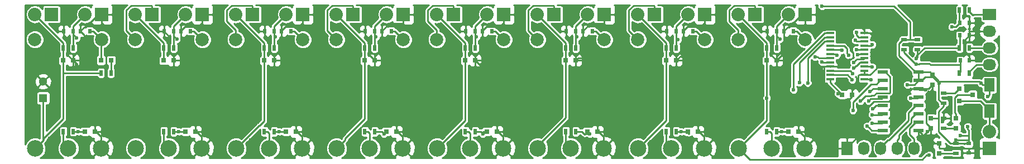
<source format=gtl>
G04 #@! TF.FileFunction,Copper,L1,Top,Signal*
%FSLAX46Y46*%
G04 Gerber Fmt 4.6, Leading zero omitted, Abs format (unit mm)*
G04 Created by KiCad (PCBNEW 4.0.4-1.fc25-product) date Mon Oct 24 00:38:01 2016*
%MOMM*%
%LPD*%
G01*
G04 APERTURE LIST*
%ADD10C,0.100000*%
%ADD11R,0.500000X0.900000*%
%ADD12R,0.800000X0.750000*%
%ADD13C,2.499360*%
%ADD14R,0.750000X0.800000*%
%ADD15R,1.300000X1.300000*%
%ADD16C,1.300000*%
%ADD17R,0.700000X0.600000*%
%ADD18R,0.600000X0.700000*%
%ADD19R,0.797560X0.797560*%
%ADD20R,2.032000X2.032000*%
%ADD21O,2.032000X2.032000*%
%ADD22R,2.032000X1.727200*%
%ADD23O,2.032000X1.727200*%
%ADD24R,0.800100X0.800100*%
%ADD25R,0.900000X0.500000*%
%ADD26C,1.998980*%
%ADD27R,1.200000X0.400000*%
%ADD28R,1.727200X2.032000*%
%ADD29O,1.727200X2.032000*%
%ADD30R,1.500000X0.600000*%
%ADD31R,1.600000X2.000000*%
%ADD32C,0.600000*%
%ADD33C,0.250000*%
%ADD34C,0.254000*%
G04 APERTURE END LIST*
D10*
D11*
X117590000Y-71120000D03*
X116090000Y-71120000D03*
D12*
X88900000Y-83820000D03*
X90400000Y-83820000D03*
D11*
X87110000Y-83820000D03*
X85610000Y-83820000D03*
D12*
X104140000Y-83820000D03*
X105640000Y-83820000D03*
D11*
X102350000Y-83820000D03*
X100850000Y-83820000D03*
D13*
X25400000Y-86360000D03*
X20398740Y-86360000D03*
X30401260Y-86360000D03*
D12*
X142760000Y-78232000D03*
X144260000Y-78232000D03*
D14*
X156464000Y-75196000D03*
X156464000Y-76696000D03*
X156210000Y-81812000D03*
X156210000Y-83312000D03*
D12*
X131330000Y-73025000D03*
X132830000Y-73025000D03*
X116090000Y-73025000D03*
X117590000Y-73025000D03*
X100850000Y-73025000D03*
X102350000Y-73025000D03*
X85610000Y-73025000D03*
X87110000Y-73025000D03*
X70370000Y-73025000D03*
X71870000Y-73025000D03*
X55130000Y-73025000D03*
X56630000Y-73025000D03*
X39890000Y-73025000D03*
X41390000Y-73025000D03*
X24650000Y-73025000D03*
X26150000Y-73025000D03*
D15*
X21590000Y-78740000D03*
D16*
X21590000Y-76240000D03*
D12*
X27940000Y-83820000D03*
X29440000Y-83820000D03*
X43180000Y-83820000D03*
X44680000Y-83820000D03*
X58420000Y-83820000D03*
X59920000Y-83820000D03*
X119380000Y-83820000D03*
X120880000Y-83820000D03*
X73660000Y-83820000D03*
X75160000Y-83820000D03*
X134620000Y-83820000D03*
X136120000Y-83820000D03*
D17*
X161925000Y-87060000D03*
X161925000Y-85660000D03*
D18*
X161990000Y-67310000D03*
X160590000Y-67310000D03*
D19*
X160020000Y-81800700D03*
X160020000Y-83299300D03*
D18*
X161990000Y-69215000D03*
X160590000Y-69215000D03*
X162055000Y-73025000D03*
X160655000Y-73025000D03*
D19*
X157480000Y-87109300D03*
X157480000Y-85610700D03*
D18*
X27240000Y-68580000D03*
X28640000Y-68580000D03*
X42480000Y-68580000D03*
X43880000Y-68580000D03*
X57720000Y-68580000D03*
X59120000Y-68580000D03*
X72960000Y-68580000D03*
X74360000Y-68580000D03*
X88200000Y-68580000D03*
X89600000Y-68580000D03*
X103440000Y-68580000D03*
X104840000Y-68580000D03*
X118680000Y-68580000D03*
X120080000Y-68580000D03*
X133920000Y-68580000D03*
X135320000Y-68580000D03*
D19*
X31864300Y-73025000D03*
X30365700Y-73025000D03*
D18*
X39940000Y-68580000D03*
X41340000Y-68580000D03*
X70420000Y-68580000D03*
X71820000Y-68580000D03*
X100900000Y-68580000D03*
X102300000Y-68580000D03*
X131380000Y-68580000D03*
X132780000Y-68580000D03*
X24700000Y-68580000D03*
X26100000Y-68580000D03*
X55180000Y-68580000D03*
X56580000Y-68580000D03*
X85660000Y-68580000D03*
X87060000Y-68580000D03*
X116140000Y-68580000D03*
X117540000Y-68580000D03*
D20*
X165100000Y-86360000D03*
D21*
X165100000Y-83820000D03*
D22*
X165100000Y-66040000D03*
D23*
X165100000Y-68580000D03*
X165100000Y-71120000D03*
X165100000Y-73660000D03*
D20*
X30480000Y-66040000D03*
D21*
X27940000Y-66040000D03*
D20*
X45720000Y-66040000D03*
D21*
X43180000Y-66040000D03*
D20*
X60960000Y-66040000D03*
D21*
X58420000Y-66040000D03*
D20*
X76200000Y-66040000D03*
D21*
X73660000Y-66040000D03*
D20*
X22860000Y-66040000D03*
D21*
X20320000Y-66040000D03*
D13*
X86360000Y-86360000D03*
X81358740Y-86360000D03*
X91361260Y-86360000D03*
D20*
X91440000Y-66040000D03*
D21*
X88900000Y-66040000D03*
D20*
X38100000Y-66040000D03*
D21*
X35560000Y-66040000D03*
D13*
X40640000Y-86360000D03*
X35638740Y-86360000D03*
X45641260Y-86360000D03*
X101600000Y-86360000D03*
X96598740Y-86360000D03*
X106601260Y-86360000D03*
D20*
X106680000Y-66040000D03*
D21*
X104140000Y-66040000D03*
D20*
X53340000Y-66040000D03*
D21*
X50800000Y-66040000D03*
D13*
X55880000Y-86360000D03*
X50878740Y-86360000D03*
X60881260Y-86360000D03*
X116840000Y-86360000D03*
X111838740Y-86360000D03*
X121841260Y-86360000D03*
D20*
X121920000Y-66040000D03*
D21*
X119380000Y-66040000D03*
D20*
X68580000Y-66040000D03*
D21*
X66040000Y-66040000D03*
D20*
X137160000Y-66040000D03*
D21*
X134620000Y-66040000D03*
D20*
X83820000Y-66040000D03*
D21*
X81280000Y-66040000D03*
D13*
X71120000Y-86360000D03*
X66118740Y-86360000D03*
X76121260Y-86360000D03*
X132080000Y-86360000D03*
X127078740Y-86360000D03*
X137081260Y-86360000D03*
D20*
X99060000Y-66040000D03*
D21*
X96520000Y-66040000D03*
D20*
X114300000Y-66040000D03*
D21*
X111760000Y-66040000D03*
D20*
X129540000Y-66040000D03*
D21*
X127000000Y-66040000D03*
D24*
X160543240Y-77282000D03*
X160543240Y-79182000D03*
X162542220Y-78232000D03*
D11*
X160540000Y-74930000D03*
X162040000Y-74930000D03*
D25*
X158115000Y-79490000D03*
X158115000Y-77990000D03*
D11*
X160540000Y-71120000D03*
X162040000Y-71120000D03*
X160540000Y-65405000D03*
X162040000Y-65405000D03*
D25*
X160020000Y-87110000D03*
X160020000Y-85610000D03*
X158115000Y-81800000D03*
X158115000Y-83300000D03*
D11*
X30365000Y-74930000D03*
X31865000Y-74930000D03*
D26*
X20320000Y-69850000D03*
X30480000Y-69850000D03*
X35560000Y-69850000D03*
X45720000Y-69850000D03*
X50800000Y-69850000D03*
X60960000Y-69850000D03*
X66040000Y-69850000D03*
X76200000Y-69850000D03*
X81280000Y-69850000D03*
X91440000Y-69850000D03*
X96520000Y-69850000D03*
X106680000Y-69850000D03*
X111760000Y-69850000D03*
X121920000Y-69850000D03*
X127000000Y-69850000D03*
X137160000Y-69850000D03*
D11*
X41390000Y-83820000D03*
X39890000Y-83820000D03*
X71870000Y-83820000D03*
X70370000Y-83820000D03*
X132830000Y-83820000D03*
X131330000Y-83820000D03*
X26150000Y-83820000D03*
X24650000Y-83820000D03*
X56630000Y-83820000D03*
X55130000Y-83820000D03*
X117590000Y-83820000D03*
X116090000Y-83820000D03*
D27*
X146110000Y-75882500D03*
X146110000Y-75247500D03*
X146110000Y-74612500D03*
X146110000Y-73977500D03*
X146110000Y-73342500D03*
X146110000Y-72707500D03*
X146110000Y-72072500D03*
X146110000Y-71437500D03*
X146110000Y-70802500D03*
X146110000Y-70167500D03*
X146110000Y-69532500D03*
X146110000Y-68897500D03*
X140910000Y-68897500D03*
X140910000Y-69532500D03*
X140910000Y-70167500D03*
X140910000Y-70802500D03*
X140910000Y-71437500D03*
X140910000Y-72072500D03*
X140910000Y-72707500D03*
X140910000Y-73342500D03*
X140910000Y-73977500D03*
X140910000Y-74612500D03*
X140910000Y-75247500D03*
X140910000Y-75882500D03*
D11*
X26150000Y-71120000D03*
X24650000Y-71120000D03*
X41390000Y-71120000D03*
X39890000Y-71120000D03*
X56630000Y-71120000D03*
X55130000Y-71120000D03*
X71845000Y-71120000D03*
X70345000Y-71120000D03*
X87110000Y-71120000D03*
X85610000Y-71120000D03*
X102350000Y-71120000D03*
X100850000Y-71120000D03*
X132830000Y-71120000D03*
X131330000Y-71120000D03*
D28*
X143510000Y-86360000D03*
D29*
X146050000Y-86360000D03*
X148590000Y-86360000D03*
X151130000Y-86360000D03*
X153670000Y-86360000D03*
D25*
X154178000Y-71362000D03*
X154178000Y-69862000D03*
X152146000Y-71362000D03*
X152146000Y-69862000D03*
D30*
X148938000Y-74803000D03*
X148938000Y-76073000D03*
X148938000Y-77343000D03*
X148938000Y-78613000D03*
X148938000Y-79883000D03*
X148938000Y-81153000D03*
X148938000Y-82423000D03*
X148938000Y-83693000D03*
X154338000Y-83693000D03*
X154338000Y-82423000D03*
X154338000Y-81153000D03*
X154338000Y-79883000D03*
X154338000Y-78613000D03*
X154338000Y-77343000D03*
X154338000Y-76073000D03*
X154338000Y-74803000D03*
D31*
X165100000Y-80740000D03*
X165100000Y-76740000D03*
D32*
X161798000Y-83058000D03*
X164846000Y-78486000D03*
X155956000Y-87376000D03*
X157480000Y-76454000D03*
X163764000Y-76454000D03*
X152654000Y-76708000D03*
X142134948Y-78083052D03*
X160020000Y-85090000D03*
X139700000Y-64770000D03*
X160655000Y-84455000D03*
X131330000Y-78740000D03*
X152400000Y-84836000D03*
X142494000Y-68834000D03*
X143764000Y-70612000D03*
X147945002Y-71628000D03*
X22606000Y-84836000D03*
X23368000Y-87122000D03*
X51562000Y-83820000D03*
X53086000Y-85090000D03*
X53848000Y-87122000D03*
X112522000Y-83820000D03*
X113792000Y-85344000D03*
X114300000Y-87122000D03*
X97282000Y-83566000D03*
X99060000Y-85090000D03*
X99060000Y-87122000D03*
X68834000Y-86614000D03*
X84328000Y-86868000D03*
X83820000Y-85090000D03*
X83566000Y-82804000D03*
X76200000Y-82550000D03*
X71120000Y-82296000D03*
X68834000Y-82296000D03*
X59920000Y-82296000D03*
X56896000Y-82296000D03*
X54102000Y-82296000D03*
X44680000Y-82296000D03*
X42672000Y-82042000D03*
X155702000Y-83820000D03*
X157988000Y-82296000D03*
X150368000Y-83312000D03*
X155448000Y-77470000D03*
X154940000Y-84582000D03*
X134366000Y-71374000D03*
X124714000Y-71374000D03*
X121158000Y-71882000D03*
X118618000Y-72390000D03*
X110490000Y-72390000D03*
X103632000Y-72644000D03*
X95758000Y-72644000D03*
X92202000Y-73152000D03*
X88138000Y-73660000D03*
X81280000Y-73660000D03*
X78740000Y-74168000D03*
X76200000Y-74676000D03*
X71374000Y-74676000D03*
X66802000Y-74676000D03*
X64516000Y-75184000D03*
X61976000Y-75692000D03*
X56134000Y-75692000D03*
X52578000Y-75692000D03*
X50292000Y-76200000D03*
X47498000Y-76708000D03*
X38608000Y-76708000D03*
X36322000Y-77470000D03*
X33528000Y-77724000D03*
X25146000Y-82804000D03*
X37084000Y-83820000D03*
X38100000Y-86868000D03*
X159385000Y-66675000D03*
X153035000Y-66040000D03*
X150495000Y-66040000D03*
X31115000Y-83820000D03*
X22225000Y-83185000D03*
X26670000Y-73660000D03*
X143764000Y-78994000D03*
X135890000Y-79365010D03*
X59855546Y-79111010D03*
X44704000Y-79111010D03*
X75087708Y-79111010D03*
X105664000Y-79111010D03*
X90742560Y-79111010D03*
X120733735Y-79111010D03*
X29464000Y-78232000D03*
X147149960Y-75975730D03*
X159385000Y-67945000D03*
X154020918Y-72751121D03*
X144338051Y-74996051D03*
X154001449Y-73582551D03*
X144272000Y-75946000D03*
X135382000Y-77470000D03*
X136248648Y-76394979D03*
X137529751Y-76445031D03*
X143762719Y-72244314D03*
X142752315Y-71445817D03*
X141929372Y-72235214D03*
X138624659Y-72507212D03*
X139711803Y-73272299D03*
X144510307Y-74187384D03*
X41854990Y-69795551D03*
X145074780Y-72181129D03*
X72010551Y-69470551D03*
X147320000Y-70612000D03*
X102490551Y-69470551D03*
X144905861Y-68736979D03*
X133294990Y-69795551D03*
X147284625Y-74020588D03*
X26670000Y-69596000D03*
X144479537Y-73339062D03*
X56770551Y-69470551D03*
X144899454Y-71371556D03*
X87250551Y-69470551D03*
X144780000Y-69986990D03*
X117856000Y-69850000D03*
X145516312Y-79162787D03*
X26924000Y-83820000D03*
X147352299Y-80381313D03*
X88239806Y-84160309D03*
X144389010Y-80601048D03*
X42164000Y-83820000D03*
X147320000Y-81280000D03*
X104458359Y-84160309D03*
X146994611Y-77758099D03*
X57404000Y-83820000D03*
X147320000Y-82550000D03*
X118364000Y-83820000D03*
X146766323Y-79171778D03*
X73280597Y-84160309D03*
X146541154Y-82986989D03*
X133604000Y-83820000D03*
X153162000Y-78740000D03*
D33*
X21648419Y-85110321D02*
X20398740Y-86360000D01*
X21648419Y-84868577D02*
X21648419Y-85110321D01*
X24650000Y-74930000D02*
X24650000Y-81866996D01*
X24650000Y-81866996D02*
X21648419Y-84868577D01*
X54317738Y-82921002D02*
X52128419Y-85110321D01*
X52128419Y-85110321D02*
X50878740Y-86360000D01*
X54402002Y-82921002D02*
X54317738Y-82921002D01*
X55130000Y-82193004D02*
X54402002Y-82921002D01*
X55130000Y-73025000D02*
X55130000Y-82193004D01*
X161798000Y-83482264D02*
X161925000Y-83609264D01*
X161925000Y-84074000D02*
X161925000Y-84455000D01*
X161798000Y-83058000D02*
X161798000Y-83482264D01*
X161925000Y-83609264D02*
X161925000Y-84074000D01*
X165100000Y-76740000D02*
X165100000Y-78232000D01*
X165100000Y-78232000D02*
X164846000Y-78486000D01*
X128753749Y-88035009D02*
X154178000Y-88035009D01*
X155956000Y-87376000D02*
X155531736Y-87376000D01*
X155531736Y-87376000D02*
X154872727Y-88035009D01*
X154872727Y-88035009D02*
X154178000Y-88035009D01*
X127078740Y-86360000D02*
X128753749Y-88035009D01*
X157480000Y-76454000D02*
X156549000Y-75523000D01*
X156549000Y-75523000D02*
X155338000Y-75523000D01*
X155338000Y-75523000D02*
X154788000Y-76073000D01*
X154788000Y-76073000D02*
X154338000Y-76073000D01*
X163764000Y-76454000D02*
X163510000Y-76200000D01*
X164050000Y-76740000D02*
X163764000Y-76454000D01*
X157339999Y-76096999D02*
X157339999Y-76200000D01*
X157339999Y-76200000D02*
X157339999Y-78914999D01*
X163510000Y-76200000D02*
X157339999Y-76200000D01*
X165100000Y-76740000D02*
X164050000Y-76740000D01*
X161925000Y-85090000D02*
X161290000Y-85090000D01*
X161290000Y-85090000D02*
X160020000Y-85090000D01*
X152146000Y-69862000D02*
X151946000Y-69862000D01*
X151946000Y-69862000D02*
X151370999Y-70437001D01*
X151370999Y-70437001D02*
X151370999Y-72285999D01*
X151370999Y-72285999D02*
X153888000Y-74803000D01*
X153888000Y-74803000D02*
X154338000Y-74803000D01*
X156464000Y-75196000D02*
X156464000Y-75221000D01*
X156464000Y-75221000D02*
X157339999Y-76096999D01*
X157339999Y-78914999D02*
X157915000Y-79490000D01*
X157915000Y-79490000D02*
X158115000Y-79490000D01*
X152654000Y-76708000D02*
X153703000Y-76708000D01*
X153703000Y-76708000D02*
X154338000Y-76073000D01*
X152146000Y-69862000D02*
X153162000Y-69862000D01*
X153162000Y-69862000D02*
X154178000Y-69862000D01*
X153044998Y-67196998D02*
X153044998Y-69744998D01*
X153044998Y-69744998D02*
X153162000Y-69862000D01*
X157339999Y-80765001D02*
X157339999Y-81788000D01*
X157339999Y-81788000D02*
X157339999Y-83810001D01*
X157315999Y-81812000D02*
X157339999Y-81788000D01*
X156210000Y-81812000D02*
X157315999Y-81812000D01*
X154338000Y-74803000D02*
X156071000Y-74803000D01*
X156071000Y-74803000D02*
X156464000Y-75196000D01*
X154338000Y-76073000D02*
X154338000Y-74803000D01*
X142559212Y-78083052D02*
X142134948Y-78083052D01*
X142760000Y-78232000D02*
X142611052Y-78083052D01*
X142611052Y-78083052D02*
X142559212Y-78083052D01*
X70370000Y-73025000D02*
X70370000Y-81866996D01*
X70370000Y-81866996D02*
X67368419Y-84868577D01*
X67368419Y-84868577D02*
X67368419Y-85110321D01*
X67368419Y-85110321D02*
X66118740Y-86360000D01*
X100850000Y-73025000D02*
X100850000Y-81739996D01*
X100850000Y-81739996D02*
X96598740Y-85991256D01*
X96598740Y-85991256D02*
X96598740Y-86360000D01*
X150618000Y-64770000D02*
X153044998Y-67196998D01*
X139700000Y-64770000D02*
X150618000Y-64770000D01*
X157349998Y-83820000D02*
X158750000Y-85220002D01*
X158750000Y-85220002D02*
X159139998Y-85610000D01*
X160020000Y-85090000D02*
X160020000Y-85610000D01*
X161925000Y-85090000D02*
X161925000Y-85660000D01*
X161925000Y-84455000D02*
X161925000Y-85090000D01*
X161925000Y-84455000D02*
X160655000Y-84455000D01*
X158115000Y-79990000D02*
X157339999Y-80765001D01*
X158115000Y-79490000D02*
X158115000Y-79990000D01*
X157339999Y-83810001D02*
X157349998Y-83820000D01*
X159139998Y-85610000D02*
X159320000Y-85610000D01*
X159320000Y-85610000D02*
X160020000Y-85610000D01*
X160020000Y-85610000D02*
X159820000Y-85610000D01*
X161260000Y-85725000D02*
X161145000Y-85610000D01*
X161145000Y-85610000D02*
X160020000Y-85610000D01*
X161925000Y-85660000D02*
X161325000Y-85660000D01*
X161325000Y-85660000D02*
X161260000Y-85725000D01*
X21590000Y-78740000D02*
X21590000Y-85168740D01*
X21590000Y-85168740D02*
X20398740Y-86360000D01*
X131330000Y-78740000D02*
X131330000Y-82108740D01*
X131330000Y-73025000D02*
X131330000Y-78740000D01*
X140910000Y-75882500D02*
X140910000Y-76407000D01*
X140910000Y-76407000D02*
X142735000Y-78232000D01*
X142735000Y-78232000D02*
X142760000Y-78232000D01*
X131330000Y-82108740D02*
X127078740Y-86360000D01*
X131330000Y-71120000D02*
X131330000Y-73025000D01*
X127000000Y-66040000D02*
X131330000Y-70370000D01*
X131330000Y-70370000D02*
X131330000Y-71120000D01*
X116090000Y-73025000D02*
X116090000Y-82108740D01*
X116090000Y-82108740D02*
X111838740Y-86360000D01*
X116090000Y-71120000D02*
X116090000Y-73025000D01*
X111760000Y-66040000D02*
X116090000Y-70370000D01*
X116090000Y-70370000D02*
X116090000Y-71120000D01*
X100850000Y-71120000D02*
X100850000Y-73025000D01*
X96520000Y-66040000D02*
X100850000Y-70370000D01*
X100850000Y-70370000D02*
X100850000Y-71120000D01*
X85610000Y-73025000D02*
X85610000Y-82108740D01*
X85610000Y-82108740D02*
X81358740Y-86360000D01*
X85610000Y-71120000D02*
X85610000Y-73025000D01*
X81280000Y-66040000D02*
X85610000Y-70370000D01*
X85610000Y-70370000D02*
X85610000Y-71120000D01*
X70345000Y-71120000D02*
X70345000Y-73000000D01*
X70345000Y-73000000D02*
X70370000Y-73025000D01*
X66040000Y-66040000D02*
X70345000Y-70345000D01*
X70345000Y-70345000D02*
X70345000Y-71120000D01*
X55130000Y-71120000D02*
X55130000Y-73025000D01*
X50800000Y-66040000D02*
X55130000Y-70370000D01*
X55130000Y-70370000D02*
X55130000Y-71120000D01*
X24650000Y-73025000D02*
X24650000Y-74930000D01*
X24650000Y-71120000D02*
X24650000Y-73025000D01*
X20320000Y-66040000D02*
X24650000Y-70370000D01*
X24650000Y-70370000D02*
X24650000Y-71120000D01*
X39890000Y-71120000D02*
X39890000Y-73025000D01*
X35560000Y-66040000D02*
X39890000Y-70370000D01*
X39890000Y-70370000D02*
X39890000Y-71120000D01*
X30365000Y-74930000D02*
X24650000Y-74930000D01*
X143510000Y-86360000D02*
X143510000Y-86207600D01*
X143510000Y-86207600D02*
X145399599Y-84318001D01*
X145399599Y-84318001D02*
X149948001Y-84318001D01*
X149948001Y-84318001D02*
X150368000Y-83898002D01*
X150368000Y-83898002D02*
X150368000Y-83736264D01*
X150368000Y-83736264D02*
X150368000Y-83312000D01*
X143792685Y-72869315D02*
X142684500Y-73977500D01*
X142684500Y-73977500D02*
X140910000Y-73977500D01*
X144387720Y-71944313D02*
X144387720Y-72544315D01*
X144062720Y-72869315D02*
X143792685Y-72869315D01*
X144387720Y-72544315D02*
X144062720Y-72869315D01*
X144272000Y-71628000D02*
X144272000Y-71828593D01*
X144272000Y-71828593D02*
X144387720Y-71944313D01*
X144063999Y-71419999D02*
X144272000Y-71628000D01*
X143764000Y-70612000D02*
X144063999Y-70911999D01*
X144063999Y-70911999D02*
X144063999Y-71419999D01*
X143764000Y-70612000D02*
X143764000Y-70104000D01*
X143764000Y-70104000D02*
X142494000Y-68834000D01*
X146110000Y-68447500D02*
X146110000Y-68897500D01*
X143702500Y-66040000D02*
X146110000Y-68447500D01*
X147945002Y-74262498D02*
X147945002Y-71628000D01*
X147945002Y-71628000D02*
X147945002Y-69882502D01*
X23368000Y-87122000D02*
X22606000Y-86360000D01*
X22606000Y-86360000D02*
X22606000Y-84836000D01*
X53848000Y-87122000D02*
X53848000Y-85852000D01*
X53848000Y-85852000D02*
X53086000Y-85090000D01*
X114300000Y-87122000D02*
X114300000Y-85852000D01*
X114300000Y-85852000D02*
X113792000Y-85344000D01*
X99060000Y-87122000D02*
X99060000Y-85090000D01*
X83820000Y-85090000D02*
X83820000Y-86360000D01*
X83820000Y-86360000D02*
X84328000Y-86868000D01*
X71120000Y-82296000D02*
X75946000Y-82296000D01*
X75946000Y-82296000D02*
X76200000Y-82550000D01*
X59920000Y-82296000D02*
X68834000Y-82296000D01*
X59920000Y-83820000D02*
X59920000Y-82296000D01*
X59920000Y-82296000D02*
X59920000Y-79175464D01*
X56896000Y-82296000D02*
X59920000Y-82296000D01*
X44680000Y-82296000D02*
X54102000Y-82296000D01*
X44680000Y-83820000D02*
X44680000Y-82296000D01*
X44680000Y-82296000D02*
X44680000Y-79135010D01*
X42672000Y-82042000D02*
X44426000Y-82042000D01*
X44426000Y-82042000D02*
X44680000Y-82296000D01*
X155702000Y-83820000D02*
X154940000Y-84582000D01*
X155702000Y-83820000D02*
X156210000Y-83312000D01*
X158115000Y-81800000D02*
X158115000Y-82169000D01*
X158115000Y-82169000D02*
X157988000Y-82296000D01*
X156210000Y-83312000D02*
X156210000Y-83287000D01*
X156210000Y-83287000D02*
X155509999Y-82586999D01*
X155509999Y-82586999D02*
X155509999Y-78300001D01*
X155509999Y-78300001D02*
X156464000Y-77346000D01*
X156464000Y-77346000D02*
X156464000Y-76696000D01*
X143764000Y-81534000D02*
X143764000Y-78994000D01*
X150836999Y-79257999D02*
X147564001Y-79257999D01*
X147564001Y-79257999D02*
X145288000Y-81534000D01*
X145288000Y-81534000D02*
X143764000Y-81534000D01*
X151130000Y-79551000D02*
X150836999Y-79257999D01*
X153338000Y-77343000D02*
X151130000Y-79551000D01*
X151130000Y-79551000D02*
X150368000Y-80313000D01*
X156210000Y-83312000D02*
X156210000Y-84989480D01*
X156210000Y-84989480D02*
X156831220Y-85610700D01*
X156831220Y-85610700D02*
X157480000Y-85610700D01*
X154338000Y-77343000D02*
X153338000Y-77343000D01*
X150368000Y-80313000D02*
X150368000Y-83312000D01*
X156464000Y-76696000D02*
X155817000Y-77343000D01*
X155817000Y-77343000D02*
X154338000Y-77343000D01*
X155448000Y-77470000D02*
X154465000Y-77470000D01*
X154465000Y-77470000D02*
X154338000Y-77343000D01*
X154940000Y-84582000D02*
X154940000Y-84295000D01*
X154940000Y-84295000D02*
X154338000Y-83693000D01*
X157480000Y-85610700D02*
X155705700Y-85610700D01*
X155705700Y-85610700D02*
X154338000Y-84243000D01*
X154338000Y-84243000D02*
X154338000Y-83693000D01*
X146960000Y-75247500D02*
X147945002Y-74262498D01*
X146110000Y-75247500D02*
X146960000Y-75247500D01*
X147945002Y-69882502D02*
X146960000Y-68897500D01*
X145260000Y-75247500D02*
X146110000Y-75247500D01*
X145151002Y-75356498D02*
X145260000Y-75247500D01*
X145151002Y-76715998D02*
X145151002Y-75356498D01*
X144260000Y-77607000D02*
X145151002Y-76715998D01*
X144260000Y-78232000D02*
X144260000Y-77607000D01*
X143339736Y-78994000D02*
X143764000Y-78994000D01*
X140910000Y-73977500D02*
X140060000Y-73977500D01*
X140060000Y-73977500D02*
X139984999Y-74052501D01*
X139984999Y-74052501D02*
X139984999Y-76817001D01*
X139984999Y-76817001D02*
X142161998Y-78994000D01*
X142161998Y-78994000D02*
X143339736Y-78994000D01*
X143764000Y-78994000D02*
X144260000Y-78498000D01*
X144260000Y-78498000D02*
X144260000Y-78232000D01*
X134366000Y-71374000D02*
X134366000Y-71489000D01*
X134366000Y-71489000D02*
X132830000Y-73025000D01*
X121158000Y-71882000D02*
X124206000Y-71882000D01*
X124206000Y-71882000D02*
X124714000Y-71374000D01*
X118618000Y-72390000D02*
X120650000Y-72390000D01*
X120650000Y-72390000D02*
X121158000Y-71882000D01*
X118618000Y-72390000D02*
X118225000Y-72390000D01*
X118225000Y-72390000D02*
X117590000Y-73025000D01*
X103632000Y-72644000D02*
X110236000Y-72644000D01*
X110236000Y-72644000D02*
X110490000Y-72390000D01*
X103632000Y-72644000D02*
X102731000Y-72644000D01*
X102731000Y-72644000D02*
X102350000Y-73025000D01*
X92202000Y-73152000D02*
X95250000Y-73152000D01*
X95250000Y-73152000D02*
X95758000Y-72644000D01*
X88138000Y-73660000D02*
X91694000Y-73660000D01*
X91694000Y-73660000D02*
X92202000Y-73152000D01*
X88138000Y-73660000D02*
X87745000Y-73660000D01*
X87745000Y-73660000D02*
X87110000Y-73025000D01*
X78740000Y-74168000D02*
X80772000Y-74168000D01*
X80772000Y-74168000D02*
X81280000Y-73660000D01*
X76200000Y-74676000D02*
X78232000Y-74676000D01*
X78232000Y-74676000D02*
X78740000Y-74168000D01*
X71870000Y-74676000D02*
X76200000Y-74676000D01*
X71870000Y-73025000D02*
X71870000Y-74676000D01*
X71870000Y-74676000D02*
X71870000Y-75893302D01*
X71374000Y-74676000D02*
X71870000Y-74676000D01*
X64516000Y-75184000D02*
X66294000Y-75184000D01*
X66294000Y-75184000D02*
X66802000Y-74676000D01*
X61976000Y-75692000D02*
X64008000Y-75692000D01*
X64008000Y-75692000D02*
X64516000Y-75184000D01*
X56630000Y-75692000D02*
X61976000Y-75692000D01*
X56630000Y-73025000D02*
X56630000Y-75692000D01*
X56134000Y-75692000D02*
X56630000Y-75692000D01*
X56630000Y-75692000D02*
X56630000Y-75885464D01*
X50292000Y-76200000D02*
X52070000Y-76200000D01*
X52070000Y-76200000D02*
X52578000Y-75692000D01*
X47498000Y-76708000D02*
X49784000Y-76708000D01*
X49784000Y-76708000D02*
X50292000Y-76200000D01*
X38608000Y-76708000D02*
X47498000Y-76708000D01*
X36322000Y-77470000D02*
X37846000Y-77470000D01*
X37846000Y-77470000D02*
X38608000Y-76708000D01*
X33528000Y-77724000D02*
X36068000Y-77724000D01*
X36068000Y-77724000D02*
X36322000Y-77470000D01*
X29464000Y-78232000D02*
X33020000Y-78232000D01*
X33020000Y-78232000D02*
X33528000Y-77724000D01*
X30401260Y-86360000D02*
X28636261Y-84595001D01*
X25574999Y-83232999D02*
X25146000Y-82804000D01*
X28636261Y-84595001D02*
X25639999Y-84595001D01*
X25639999Y-84595001D02*
X25574999Y-84530001D01*
X25574999Y-84530001D02*
X25574999Y-83232999D01*
X38100000Y-86868000D02*
X38100000Y-84836000D01*
X38100000Y-84836000D02*
X37084000Y-83820000D01*
X153035000Y-66040000D02*
X158750000Y-66040000D01*
X158750000Y-66040000D02*
X159385000Y-66675000D01*
X143702500Y-66040000D02*
X150495000Y-66040000D01*
X29440000Y-83820000D02*
X31115000Y-83820000D01*
X21590000Y-76240000D02*
X22860000Y-77510000D01*
X22860000Y-77510000D02*
X22860000Y-82550000D01*
X22860000Y-82550000D02*
X22225000Y-83185000D01*
X161990000Y-69215000D02*
X161990000Y-69265000D01*
X161990000Y-69265000D02*
X161464999Y-69790001D01*
X161464999Y-69790001D02*
X161464999Y-71834999D01*
X161464999Y-71834999D02*
X162055000Y-72425000D01*
X162055000Y-72425000D02*
X162055000Y-73025000D01*
X161990000Y-67310000D02*
X161990000Y-69215000D01*
X165100000Y-68580000D02*
X161925000Y-68580000D01*
X161990000Y-68515000D02*
X161990000Y-67310000D01*
X161925000Y-68580000D02*
X161990000Y-68515000D01*
X158315000Y-81800000D02*
X158115000Y-81800000D01*
X165100000Y-86360000D02*
X162075000Y-86360000D01*
X162075000Y-86360000D02*
X161925000Y-86510000D01*
X161925000Y-86510000D02*
X161925000Y-87060000D01*
X165100000Y-86360000D02*
X157580520Y-86360000D01*
X157580520Y-86360000D02*
X157480000Y-86259480D01*
X157480000Y-86259480D02*
X157480000Y-85610700D01*
X26670000Y-73660000D02*
X26670000Y-73545000D01*
X26670000Y-73545000D02*
X26150000Y-73025000D01*
X146960000Y-68897500D02*
X146110000Y-68897500D01*
X136120000Y-83820000D02*
X136120000Y-79595010D01*
X136120000Y-79595010D02*
X135890000Y-79365010D01*
X144260000Y-78232000D02*
X144235000Y-78232000D01*
X132830000Y-73025000D02*
X132830000Y-76305010D01*
X135590001Y-79065011D02*
X135890000Y-79365010D01*
X132830000Y-76305010D02*
X135590001Y-79065011D01*
X146110000Y-75247500D02*
X146110000Y-74612500D01*
X41390000Y-73025000D02*
X41390000Y-75797010D01*
X75160000Y-83820000D02*
X75160000Y-79183302D01*
X44404001Y-78811011D02*
X44704000Y-79111010D01*
X90400000Y-83820000D02*
X90400000Y-79453570D01*
X71870000Y-75893302D02*
X74787709Y-78811011D01*
X105640000Y-79135010D02*
X105664000Y-79111010D01*
X120433736Y-78811011D02*
X120733735Y-79111010D01*
X105640000Y-83820000D02*
X105640000Y-79135010D01*
X117590000Y-73025000D02*
X117590000Y-75967275D01*
X87110000Y-75478450D02*
X90442561Y-78811011D01*
X59555547Y-78811011D02*
X59855546Y-79111010D01*
X56630000Y-75885464D02*
X59555547Y-78811011D01*
X44680000Y-79135010D02*
X44704000Y-79111010D01*
X120880000Y-79257275D02*
X120733735Y-79111010D01*
X120880000Y-83820000D02*
X120880000Y-79257275D01*
X87110000Y-73025000D02*
X87110000Y-75478450D01*
X75160000Y-79183302D02*
X75087708Y-79111010D01*
X117590000Y-75967275D02*
X120433736Y-78811011D01*
X90442561Y-79411009D02*
X90742560Y-79111010D01*
X105364001Y-78811011D02*
X105664000Y-79111010D01*
X102350000Y-75797010D02*
X105364001Y-78811011D01*
X102350000Y-73025000D02*
X102350000Y-75797010D01*
X90400000Y-79453570D02*
X90442561Y-79411009D01*
X90442561Y-78811011D02*
X90742560Y-79111010D01*
X59920000Y-79175464D02*
X59855546Y-79111010D01*
X41390000Y-75797010D02*
X44404001Y-78811011D01*
X74787709Y-78811011D02*
X75087708Y-79111010D01*
X137160000Y-66040000D02*
X143702500Y-66040000D01*
X132830000Y-73025000D02*
X132830000Y-72400000D01*
X132830000Y-72400000D02*
X133920000Y-71310000D01*
X133920000Y-71310000D02*
X133920000Y-69180000D01*
X133920000Y-69180000D02*
X133920000Y-68580000D01*
X132830000Y-73025000D02*
X132805000Y-73025000D01*
X131905001Y-72125001D02*
X131905001Y-69705001D01*
X132805000Y-73025000D02*
X131905001Y-72125001D01*
X131905001Y-69705001D02*
X131380000Y-69180000D01*
X131380000Y-69180000D02*
X131380000Y-68580000D01*
X117590000Y-73025000D02*
X117590000Y-72400000D01*
X117590000Y-72400000D02*
X118680000Y-71310000D01*
X118680000Y-71310000D02*
X118680000Y-69180000D01*
X118680000Y-69180000D02*
X118680000Y-68580000D01*
X117590000Y-72400000D02*
X116665001Y-71475001D01*
X116665001Y-71475001D02*
X116665001Y-69705001D01*
X116665001Y-69705001D02*
X116140000Y-69180000D01*
X116140000Y-69180000D02*
X116140000Y-68580000D01*
X102350000Y-73025000D02*
X102350000Y-72400000D01*
X102350000Y-72400000D02*
X103440000Y-71310000D01*
X103440000Y-71310000D02*
X103440000Y-69180000D01*
X103440000Y-69180000D02*
X103440000Y-68580000D01*
X102350000Y-72400000D02*
X101425001Y-71475001D01*
X101425001Y-71475001D02*
X101425001Y-69705001D01*
X101425001Y-69705001D02*
X100900000Y-69180000D01*
X100900000Y-69180000D02*
X100900000Y-68580000D01*
X87110000Y-73025000D02*
X87110000Y-72400000D01*
X87110000Y-72400000D02*
X88200000Y-71310000D01*
X88200000Y-69180000D02*
X88200000Y-68580000D01*
X88200000Y-71310000D02*
X88200000Y-69180000D01*
X87110000Y-72400000D02*
X86185001Y-71475001D01*
X86185001Y-71475001D02*
X86185001Y-69705001D01*
X86185001Y-69705001D02*
X85660000Y-69180000D01*
X85660000Y-69180000D02*
X85660000Y-68580000D01*
X71870000Y-73025000D02*
X71870000Y-72400000D01*
X71870000Y-72400000D02*
X72960000Y-71310000D01*
X72960000Y-71310000D02*
X72960000Y-69180000D01*
X72960000Y-69180000D02*
X72960000Y-68580000D01*
X71870000Y-73025000D02*
X71845000Y-73025000D01*
X70920001Y-69680001D02*
X70420000Y-69180000D01*
X71845000Y-73025000D02*
X70920001Y-72100001D01*
X70920001Y-72100001D02*
X70920001Y-69680001D01*
X70420000Y-69180000D02*
X70420000Y-68580000D01*
X56630000Y-73025000D02*
X56630000Y-72400000D01*
X56630000Y-72400000D02*
X57720000Y-71310000D01*
X57720000Y-71310000D02*
X57720000Y-69180000D01*
X57720000Y-69180000D02*
X57720000Y-68580000D01*
X55180000Y-68580000D02*
X55180000Y-69180000D01*
X55180000Y-69180000D02*
X55980000Y-69980000D01*
X55980000Y-69980000D02*
X55980000Y-71750000D01*
X55980000Y-71750000D02*
X56630000Y-72400000D01*
X26150000Y-73025000D02*
X26150000Y-72400000D01*
X26150000Y-72400000D02*
X27790000Y-70760000D01*
X27790000Y-70760000D02*
X27790000Y-69180000D01*
X27790000Y-69180000D02*
X27240000Y-68630000D01*
X27240000Y-68630000D02*
X27240000Y-68580000D01*
X26150000Y-73025000D02*
X26125000Y-73025000D01*
X26125000Y-73025000D02*
X25225001Y-72125001D01*
X25225001Y-72125001D02*
X25225001Y-69705001D01*
X25225001Y-69705001D02*
X24700000Y-69180000D01*
X24700000Y-69180000D02*
X24700000Y-68580000D01*
X39940000Y-68580000D02*
X39940000Y-68630000D01*
X39940000Y-68630000D02*
X40814999Y-69504999D01*
X40814999Y-69504999D02*
X40814999Y-71824999D01*
X40814999Y-71824999D02*
X41390000Y-72400000D01*
X41390000Y-72400000D02*
X41390000Y-73025000D01*
X41390000Y-72400000D02*
X42480000Y-71310000D01*
X42480000Y-71310000D02*
X42480000Y-69180000D01*
X42480000Y-69180000D02*
X42480000Y-68580000D01*
X136624998Y-66040000D02*
X134684998Y-67980000D01*
X134684998Y-67980000D02*
X134470000Y-67980000D01*
X134470000Y-67980000D02*
X133920000Y-68530000D01*
X133920000Y-68530000D02*
X133920000Y-68580000D01*
X118680000Y-68580000D02*
X118680000Y-68530000D01*
X121321001Y-67904999D02*
X121920000Y-67306000D01*
X118680000Y-68530000D02*
X119305001Y-67904999D01*
X119305001Y-67904999D02*
X121321001Y-67904999D01*
X121920000Y-67306000D02*
X121920000Y-66040000D01*
X106680000Y-66040000D02*
X106680000Y-67306000D01*
X106680000Y-67306000D02*
X106604999Y-67381001D01*
X106604999Y-67381001D02*
X104588999Y-67381001D01*
X104588999Y-67381001D02*
X103440000Y-68530000D01*
X103440000Y-68530000D02*
X103440000Y-68580000D01*
X88200000Y-68580000D02*
X88200000Y-68530000D01*
X88200000Y-68530000D02*
X88825001Y-67904999D01*
X88825001Y-67904999D02*
X90841001Y-67904999D01*
X90841001Y-67904999D02*
X91440000Y-67306000D01*
X91440000Y-67306000D02*
X91440000Y-66040000D01*
X76200000Y-66040000D02*
X76200000Y-67306000D01*
X76200000Y-67306000D02*
X76124999Y-67381001D01*
X76124999Y-67381001D02*
X74108999Y-67381001D01*
X74108999Y-67381001D02*
X72960000Y-68530000D01*
X72960000Y-68530000D02*
X72960000Y-68580000D01*
X57720000Y-68580000D02*
X57720000Y-68530000D01*
X57720000Y-68530000D02*
X58345001Y-67904999D01*
X58345001Y-67904999D02*
X60361001Y-67904999D01*
X60361001Y-67904999D02*
X60960000Y-67306000D01*
X60960000Y-67306000D02*
X60960000Y-66040000D01*
X31115000Y-75565000D02*
X31115000Y-71175248D01*
X31115000Y-71175248D02*
X31804491Y-70485757D01*
X31804491Y-70485757D02*
X31804491Y-68630491D01*
X31804491Y-68630491D02*
X30480000Y-67306000D01*
X30480000Y-67306000D02*
X30480000Y-66040000D01*
X29464000Y-77216000D02*
X31115000Y-75565000D01*
X29464000Y-78232000D02*
X29464000Y-77216000D01*
X42480000Y-68580000D02*
X42480000Y-68530000D01*
X42480000Y-68530000D02*
X43105001Y-67904999D01*
X43105001Y-67904999D02*
X45121001Y-67904999D01*
X45121001Y-67904999D02*
X45720000Y-67306000D01*
X45720000Y-67306000D02*
X45720000Y-66040000D01*
X29440000Y-83820000D02*
X29440000Y-78256000D01*
X29440000Y-78256000D02*
X29464000Y-78232000D01*
X30401260Y-86360000D02*
X30401260Y-84592686D01*
X30401260Y-84592686D02*
X29628574Y-83820000D01*
X29628574Y-83820000D02*
X29440000Y-83820000D01*
X45641260Y-86360000D02*
X45641260Y-84592686D01*
X45641260Y-84592686D02*
X44868574Y-83820000D01*
X44868574Y-83820000D02*
X44680000Y-83820000D01*
X60881260Y-86360000D02*
X60881260Y-84592686D01*
X60881260Y-84592686D02*
X60108574Y-83820000D01*
X60108574Y-83820000D02*
X59920000Y-83820000D01*
X76121260Y-86360000D02*
X76121260Y-84592686D01*
X76121260Y-84592686D02*
X75348574Y-83820000D01*
X75348574Y-83820000D02*
X75160000Y-83820000D01*
X91361260Y-86360000D02*
X91361260Y-84592686D01*
X90588574Y-83820000D02*
X90400000Y-83820000D01*
X91361260Y-84592686D02*
X90588574Y-83820000D01*
X106601260Y-86360000D02*
X106601260Y-84592686D01*
X106601260Y-84592686D02*
X105828574Y-83820000D01*
X105828574Y-83820000D02*
X105640000Y-83820000D01*
X121841260Y-86360000D02*
X121841260Y-84592686D01*
X121841260Y-84592686D02*
X121068574Y-83820000D01*
X121068574Y-83820000D02*
X120880000Y-83820000D01*
X137081260Y-86360000D02*
X137081260Y-84592686D01*
X137081260Y-84592686D02*
X136308574Y-83820000D01*
X136308574Y-83820000D02*
X136120000Y-83820000D01*
X24700000Y-68580000D02*
X24700000Y-68630000D01*
X30480000Y-66040000D02*
X29944998Y-66040000D01*
X29944998Y-66040000D02*
X28004998Y-67980000D01*
X28004998Y-67980000D02*
X27790000Y-67980000D01*
X27790000Y-67980000D02*
X27240000Y-68530000D01*
X27240000Y-68530000D02*
X27240000Y-68580000D01*
X146110000Y-75882500D02*
X147056730Y-75882500D01*
X147056730Y-75882500D02*
X147149960Y-75975730D01*
X159385000Y-67945000D02*
X159955000Y-67945000D01*
X159955000Y-67945000D02*
X160590000Y-67310000D01*
X160540000Y-65405000D02*
X160540000Y-67260000D01*
X160540000Y-67260000D02*
X160590000Y-67310000D01*
X159818189Y-78643462D02*
X160229651Y-78232000D01*
X159818189Y-80950109D02*
X159818189Y-78643462D01*
X161892170Y-78232000D02*
X162542220Y-78232000D01*
X160020000Y-81151920D02*
X159818189Y-80950109D01*
X160020000Y-81800700D02*
X160020000Y-81151920D01*
X160229651Y-78232000D02*
X161892170Y-78232000D01*
X158115000Y-83300000D02*
X160019300Y-83300000D01*
X160019300Y-83300000D02*
X160020000Y-83299300D01*
X155227775Y-71120000D02*
X154020918Y-72326857D01*
X154020918Y-72326857D02*
X154020918Y-72751121D01*
X154178000Y-72594039D02*
X154020918Y-72751121D01*
X154178000Y-71362000D02*
X154178000Y-72594039D01*
X160540000Y-71120000D02*
X155227775Y-71120000D01*
X140910000Y-74612500D02*
X143954500Y-74612500D01*
X143954500Y-74612500D02*
X144038052Y-74696052D01*
X144038052Y-74696052D02*
X144338051Y-74996051D01*
X160590000Y-69215000D02*
X160590000Y-71070000D01*
X160590000Y-71070000D02*
X160540000Y-71120000D01*
X153866551Y-73582551D02*
X154001449Y-73582551D01*
X152146000Y-71862000D02*
X153866551Y-73582551D01*
X154425713Y-73582551D02*
X154001449Y-73582551D01*
X160655000Y-73660000D02*
X156119002Y-73660000D01*
X154465265Y-73542999D02*
X154425713Y-73582551D01*
X156119002Y-73660000D02*
X156002001Y-73542999D01*
X152146000Y-71362000D02*
X152146000Y-71862000D01*
X156002001Y-73542999D02*
X154465265Y-73542999D01*
X160655000Y-73025000D02*
X160655000Y-73660000D01*
X160655000Y-73660000D02*
X160655000Y-74815000D01*
X140910000Y-75247500D02*
X143573500Y-75247500D01*
X143573500Y-75247500D02*
X144272000Y-75946000D01*
X160655000Y-74815000D02*
X160540000Y-74930000D01*
X157747400Y-87110000D02*
X160020000Y-87110000D01*
X157746700Y-87109300D02*
X157747400Y-87110000D01*
X157480000Y-87109300D02*
X157746700Y-87109300D01*
X140057181Y-68897500D02*
X140060000Y-68897500D01*
X135382000Y-77470000D02*
X135382000Y-73572681D01*
X135382000Y-73572681D02*
X140057181Y-68897500D01*
X140060000Y-68897500D02*
X140910000Y-68897500D01*
X30365700Y-73025000D02*
X30365700Y-69964300D01*
X30365700Y-69964300D02*
X30480000Y-69850000D01*
X28640000Y-68580000D02*
X29210000Y-68580000D01*
X29210000Y-68580000D02*
X30480000Y-69850000D01*
X140058591Y-69532500D02*
X136248648Y-73342443D01*
X140910000Y-69532500D02*
X140058591Y-69532500D01*
X136248648Y-73342443D02*
X136248648Y-75970715D01*
X136248648Y-75970715D02*
X136248648Y-76394979D01*
X43880000Y-68580000D02*
X44450000Y-68580000D01*
X44450000Y-68580000D02*
X45720000Y-69850000D01*
X140060000Y-70167500D02*
X137529751Y-72697749D01*
X140910000Y-70167500D02*
X140060000Y-70167500D01*
X137529751Y-72697749D02*
X137529751Y-76020767D01*
X137529751Y-76020767D02*
X137529751Y-76445031D01*
X59120000Y-68580000D02*
X59690000Y-68580000D01*
X59690000Y-68580000D02*
X60960000Y-69850000D01*
X143462720Y-71944315D02*
X143762719Y-72244314D01*
X143462720Y-71235722D02*
X143462720Y-71944315D01*
X140910000Y-70802500D02*
X143029498Y-70802500D01*
X143029498Y-70802500D02*
X143462720Y-71235722D01*
X74360000Y-68580000D02*
X74930000Y-68580000D01*
X74930000Y-68580000D02*
X76200000Y-69850000D01*
X140910000Y-71437500D02*
X142743998Y-71437500D01*
X142743998Y-71437500D02*
X142752315Y-71445817D01*
X89600000Y-68580000D02*
X90170000Y-68580000D01*
X90170000Y-68580000D02*
X91440000Y-69850000D01*
X141766658Y-72072500D02*
X141929372Y-72235214D01*
X140910000Y-72072500D02*
X141766658Y-72072500D01*
X104840000Y-68580000D02*
X105410000Y-68580000D01*
X105410000Y-68580000D02*
X106680000Y-69850000D01*
X140846500Y-72644000D02*
X139185711Y-72644000D01*
X139185711Y-72644000D02*
X139048923Y-72507212D01*
X139048923Y-72507212D02*
X138624659Y-72507212D01*
X140846500Y-72644000D02*
X140910000Y-72707500D01*
X120080000Y-68580000D02*
X120650000Y-68580000D01*
X120650000Y-68580000D02*
X121920000Y-69850000D01*
X139782004Y-73342500D02*
X139711803Y-73272299D01*
X140910000Y-73342500D02*
X139782004Y-73342500D01*
X135320000Y-68580000D02*
X135890000Y-68580000D01*
X135890000Y-68580000D02*
X137160000Y-69850000D01*
X31865000Y-74930000D02*
X31865000Y-73025700D01*
X31865000Y-73025700D02*
X31864300Y-73025000D01*
X144882954Y-73887385D02*
X144810306Y-73887385D01*
X144810306Y-73887385D02*
X144510307Y-74187384D01*
X146110000Y-73342500D02*
X145427839Y-73342500D01*
X145427839Y-73342500D02*
X144882954Y-73887385D01*
X41390000Y-71120000D02*
X41390000Y-68630000D01*
X41390000Y-68630000D02*
X41340000Y-68580000D01*
X43180000Y-66040000D02*
X41340000Y-67880000D01*
X41340000Y-67880000D02*
X41340000Y-68580000D01*
X41554991Y-69495552D02*
X41854990Y-69795551D01*
X41340000Y-69280561D02*
X41554991Y-69495552D01*
X41340000Y-68580000D02*
X41340000Y-69280561D01*
X145183409Y-72072500D02*
X145074780Y-72181129D01*
X146110000Y-72072500D02*
X145183409Y-72072500D01*
X71845000Y-71120000D02*
X71845000Y-68605000D01*
X71845000Y-68605000D02*
X71820000Y-68580000D01*
X71820000Y-69280000D02*
X72010551Y-69470551D01*
X71820000Y-68580000D02*
X71820000Y-69280000D01*
X73660000Y-66040000D02*
X71820000Y-67880000D01*
X71820000Y-67880000D02*
X71820000Y-68580000D01*
X147320000Y-70612000D02*
X147129500Y-70802500D01*
X147129500Y-70802500D02*
X146110000Y-70802500D01*
X102350000Y-71120000D02*
X102350000Y-68630000D01*
X102350000Y-68630000D02*
X102300000Y-68580000D01*
X102300000Y-68580000D02*
X102300000Y-69280000D01*
X102300000Y-69280000D02*
X102490551Y-69470551D01*
X104140000Y-66040000D02*
X102300000Y-67880000D01*
X102300000Y-67880000D02*
X102300000Y-68580000D01*
X144905861Y-69161243D02*
X144905861Y-68736979D01*
X144905861Y-69178361D02*
X144905861Y-69161243D01*
X145260000Y-69532500D02*
X144905861Y-69178361D01*
X146110000Y-69532500D02*
X145260000Y-69532500D01*
X132830000Y-71120000D02*
X132830000Y-68630000D01*
X132830000Y-68630000D02*
X132780000Y-68580000D01*
X134620000Y-66040000D02*
X132780000Y-67880000D01*
X132780000Y-67880000D02*
X132780000Y-68580000D01*
X132780000Y-68580000D02*
X132780000Y-69280561D01*
X132994991Y-69495552D02*
X133294990Y-69795551D01*
X132780000Y-69280561D02*
X132994991Y-69495552D01*
X147241537Y-73977500D02*
X147284625Y-74020588D01*
X146110000Y-73977500D02*
X147241537Y-73977500D01*
X26100000Y-68580000D02*
X26100000Y-69026000D01*
X26100000Y-69026000D02*
X26670000Y-69596000D01*
X26150000Y-71120000D02*
X26150000Y-68630000D01*
X26150000Y-68630000D02*
X26100000Y-68580000D01*
X26100000Y-68580000D02*
X26100000Y-67880000D01*
X26100000Y-67880000D02*
X27940000Y-66040000D01*
X146110000Y-72707500D02*
X146000001Y-72817499D01*
X146000001Y-72817499D02*
X145001100Y-72817499D01*
X145001100Y-72817499D02*
X144779536Y-73039063D01*
X144779536Y-73039063D02*
X144479537Y-73339062D01*
X56630000Y-71120000D02*
X56630000Y-68630000D01*
X56630000Y-68630000D02*
X56580000Y-68580000D01*
X58420000Y-66040000D02*
X56580000Y-67880000D01*
X56580000Y-67880000D02*
X56580000Y-68580000D01*
X56580000Y-69280000D02*
X56770551Y-69470551D01*
X56580000Y-68580000D02*
X56580000Y-69280000D01*
X144965398Y-71437500D02*
X144899454Y-71371556D01*
X146110000Y-71437500D02*
X144965398Y-71437500D01*
X87110000Y-71120000D02*
X87110000Y-68630000D01*
X87110000Y-68630000D02*
X87060000Y-68580000D01*
X87060000Y-68580000D02*
X87060000Y-67880000D01*
X87060000Y-67880000D02*
X88900000Y-66040000D01*
X87060000Y-68580000D02*
X87060000Y-69280000D01*
X87060000Y-69280000D02*
X87250551Y-69470551D01*
X146110000Y-70167500D02*
X144960510Y-70167500D01*
X144960510Y-70167500D02*
X144780000Y-69986990D01*
X117540000Y-68580000D02*
X117540000Y-69534000D01*
X117540000Y-69534000D02*
X117856000Y-69850000D01*
X146084503Y-70142003D02*
X146110000Y-70167500D01*
X117590000Y-71120000D02*
X117590000Y-68630000D01*
X117590000Y-68630000D02*
X117540000Y-68580000D01*
X119380000Y-66040000D02*
X117540000Y-67880000D01*
X117540000Y-67880000D02*
X117540000Y-68580000D01*
X160543240Y-79182000D02*
X163742000Y-79182000D01*
X163742000Y-79182000D02*
X165100000Y-80540000D01*
X165100000Y-80540000D02*
X165100000Y-80740000D01*
X165100000Y-83820000D02*
X165100000Y-80740000D01*
X165100000Y-66040000D02*
X162675000Y-66040000D01*
X162675000Y-66040000D02*
X162610000Y-66105000D01*
X162610000Y-66105000D02*
X162540000Y-66105000D01*
X162540000Y-66105000D02*
X162040000Y-65605000D01*
X162040000Y-65605000D02*
X162040000Y-65405000D01*
X165100000Y-71120000D02*
X162040000Y-71120000D01*
X165100000Y-73660000D02*
X163110000Y-73660000D01*
X163110000Y-73660000D02*
X162040000Y-74730000D01*
X162040000Y-74730000D02*
X162040000Y-74930000D01*
X24650000Y-83820000D02*
X24650000Y-85610000D01*
X24650000Y-85610000D02*
X25400000Y-86360000D01*
X86360000Y-86360000D02*
X86360000Y-84070000D01*
X86360000Y-84070000D02*
X86110000Y-83820000D01*
X86110000Y-83820000D02*
X85610000Y-83820000D01*
X35560000Y-69850000D02*
X34218999Y-68508999D01*
X34218999Y-68508999D02*
X34218999Y-65396319D01*
X34218999Y-65396319D02*
X34916319Y-64698999D01*
X34916319Y-64698999D02*
X38024999Y-64698999D01*
X38024999Y-64698999D02*
X38100000Y-64774000D01*
X38100000Y-64774000D02*
X38100000Y-66040000D01*
X39890000Y-83820000D02*
X39890000Y-85610000D01*
X39890000Y-85610000D02*
X40640000Y-86360000D01*
X100850000Y-83820000D02*
X100850000Y-85610000D01*
X100850000Y-85610000D02*
X101600000Y-86360000D01*
X50800000Y-69850000D02*
X50800000Y-68436508D01*
X49458999Y-65396319D02*
X50156319Y-64698999D01*
X50800000Y-68436508D02*
X49458999Y-67095507D01*
X49458999Y-67095507D02*
X49458999Y-65396319D01*
X53340000Y-64774000D02*
X53340000Y-66040000D01*
X50156319Y-64698999D02*
X53264999Y-64698999D01*
X53264999Y-64698999D02*
X53340000Y-64774000D01*
X55880000Y-86360000D02*
X55880000Y-84070000D01*
X55880000Y-84070000D02*
X55630000Y-83820000D01*
X55630000Y-83820000D02*
X55130000Y-83820000D01*
X116090000Y-83820000D02*
X116090000Y-85610000D01*
X116090000Y-85610000D02*
X116840000Y-86360000D01*
X66040000Y-69850000D02*
X64698999Y-68508999D01*
X64698999Y-68508999D02*
X64698999Y-65396319D01*
X65396319Y-64698999D02*
X68504999Y-64698999D01*
X64698999Y-65396319D02*
X65396319Y-64698999D01*
X68504999Y-64698999D02*
X68580000Y-64774000D01*
X68580000Y-64774000D02*
X68580000Y-66040000D01*
X81280000Y-69850000D02*
X81280000Y-68436508D01*
X81280000Y-68436508D02*
X79938999Y-67095507D01*
X79938999Y-67095507D02*
X79938999Y-65396319D01*
X83744999Y-64698999D02*
X83820000Y-64774000D01*
X83820000Y-64774000D02*
X83820000Y-66040000D01*
X79938999Y-65396319D02*
X80636319Y-64698999D01*
X80636319Y-64698999D02*
X83744999Y-64698999D01*
X71120000Y-86360000D02*
X71120000Y-84070000D01*
X71120000Y-84070000D02*
X70870000Y-83820000D01*
X70870000Y-83820000D02*
X70370000Y-83820000D01*
X132080000Y-86360000D02*
X132080000Y-84070000D01*
X132080000Y-84070000D02*
X131830000Y-83820000D01*
X131830000Y-83820000D02*
X131330000Y-83820000D01*
X96520000Y-69850000D02*
X95178999Y-68508999D01*
X98984999Y-64698999D02*
X99060000Y-64774000D01*
X95178999Y-68508999D02*
X95178999Y-65396319D01*
X95178999Y-65396319D02*
X95876319Y-64698999D01*
X95876319Y-64698999D02*
X98984999Y-64698999D01*
X99060000Y-64774000D02*
X99060000Y-66040000D01*
X111760000Y-69850000D02*
X110418999Y-68508999D01*
X110418999Y-68508999D02*
X110418999Y-65396319D01*
X110418999Y-65396319D02*
X111116319Y-64698999D01*
X111116319Y-64698999D02*
X114224999Y-64698999D01*
X114224999Y-64698999D02*
X114300000Y-64774000D01*
X114300000Y-64774000D02*
X114300000Y-66040000D01*
X127000000Y-69850000D02*
X127000000Y-68436508D01*
X127000000Y-68436508D02*
X125658999Y-67095507D01*
X125658999Y-67095507D02*
X125658999Y-65396319D01*
X129464999Y-64698999D02*
X129540000Y-64774000D01*
X125658999Y-65396319D02*
X126356319Y-64698999D01*
X126356319Y-64698999D02*
X129464999Y-64698999D01*
X129540000Y-64774000D02*
X129540000Y-66040000D01*
X158115000Y-77990000D02*
X159835240Y-77990000D01*
X159835240Y-77990000D02*
X160543240Y-77282000D01*
X150013001Y-77903001D02*
X149948001Y-77968001D01*
X147201199Y-78347980D02*
X147166078Y-78383101D01*
X145816311Y-78862788D02*
X145516312Y-79162787D01*
X146295998Y-78383101D02*
X145816311Y-78862788D01*
X147166078Y-78383101D02*
X146295998Y-78383101D01*
X147568018Y-78347980D02*
X147201199Y-78347980D01*
X147947997Y-77968001D02*
X147568018Y-78347980D01*
X149284400Y-74797490D02*
X150013001Y-75526091D01*
X148938000Y-74797490D02*
X149284400Y-74797490D01*
X149948001Y-77968001D02*
X147947997Y-77968001D01*
X150013001Y-75526091D02*
X150013001Y-77903001D01*
X26150000Y-83820000D02*
X26924000Y-83820000D01*
X26150000Y-83820000D02*
X27940000Y-83820000D01*
X148938000Y-79883000D02*
X147850612Y-79883000D01*
X147850612Y-79883000D02*
X147652298Y-80081314D01*
X147652298Y-80081314D02*
X147352299Y-80381313D01*
X88250000Y-83820000D02*
X88239806Y-83830194D01*
X88900000Y-83820000D02*
X88250000Y-83820000D01*
X87939807Y-83860310D02*
X88239806Y-84160309D01*
X87110000Y-83820000D02*
X87899497Y-83820000D01*
X87899497Y-83820000D02*
X87939807Y-83860310D01*
X88239806Y-83830194D02*
X88239806Y-84160309D01*
X144389010Y-80176784D02*
X144389010Y-80601048D01*
X147131095Y-76623000D02*
X144389010Y-79365085D01*
X144389010Y-79365085D02*
X144389010Y-80176784D01*
X148488000Y-76073000D02*
X147938000Y-76623000D01*
X147938000Y-76623000D02*
X147131095Y-76623000D01*
X148938000Y-76073000D02*
X148488000Y-76073000D01*
X41390000Y-83820000D02*
X42164000Y-83820000D01*
X41390000Y-83820000D02*
X43180000Y-83820000D01*
X147320000Y-81280000D02*
X148811000Y-81280000D01*
X148811000Y-81280000D02*
X148938000Y-81153000D01*
X104034095Y-84160309D02*
X104458359Y-84160309D01*
X103796000Y-84160309D02*
X104034095Y-84160309D01*
X103688658Y-84267651D02*
X103796000Y-84160309D01*
X104140000Y-83820000D02*
X104136309Y-83820000D01*
X104136309Y-83820000D02*
X103688658Y-84267651D01*
X102350000Y-83820000D02*
X103241007Y-83820000D01*
X103241007Y-83820000D02*
X103688658Y-84267651D01*
X148938000Y-77343000D02*
X147409710Y-77343000D01*
X147294610Y-77458100D02*
X146994611Y-77758099D01*
X147409710Y-77343000D02*
X147294610Y-77458100D01*
X57404000Y-83820000D02*
X58420000Y-83820000D01*
X56630000Y-83820000D02*
X57404000Y-83820000D01*
X147320000Y-82550000D02*
X148811000Y-82550000D01*
X148811000Y-82550000D02*
X148938000Y-82423000D01*
X118364000Y-83820000D02*
X119158107Y-83820000D01*
X117590000Y-83820000D02*
X118364000Y-83820000D01*
X119498416Y-83901026D02*
X119498416Y-84160309D01*
X119417390Y-83820000D02*
X119498416Y-83901026D01*
X119380000Y-83820000D02*
X119417390Y-83820000D01*
X119198417Y-83860310D02*
X119498416Y-84160309D01*
X119158107Y-83820000D02*
X119198417Y-83860310D01*
X147313810Y-78871779D02*
X147066322Y-78871779D01*
X148743012Y-78807988D02*
X147377601Y-78807988D01*
X148938000Y-78613000D02*
X148743012Y-78807988D01*
X147377601Y-78807988D02*
X147313810Y-78871779D01*
X147066322Y-78871779D02*
X146766323Y-79171778D01*
X73580596Y-83860310D02*
X73280597Y-84160309D01*
X73620906Y-83820000D02*
X73580596Y-83860310D01*
X72980598Y-83860310D02*
X73280597Y-84160309D01*
X72940288Y-83820000D02*
X72980598Y-83860310D01*
X73660000Y-83820000D02*
X73620906Y-83820000D01*
X71870000Y-83820000D02*
X72940288Y-83820000D01*
X146841153Y-83286988D02*
X146541154Y-82986989D01*
X148938000Y-83693000D02*
X147247165Y-83693000D01*
X147247165Y-83693000D02*
X146841153Y-83286988D01*
X133604000Y-83820000D02*
X134620000Y-83820000D01*
X132830000Y-83820000D02*
X133604000Y-83820000D01*
X153162000Y-78740000D02*
X154211000Y-78740000D01*
X154211000Y-78740000D02*
X154338000Y-78613000D01*
X146050000Y-86360000D02*
X146050000Y-86207600D01*
X153888000Y-78613000D02*
X154338000Y-78613000D01*
X153888000Y-79883000D02*
X154338000Y-79883000D01*
X152812988Y-80958012D02*
X153888000Y-79883000D01*
X152812988Y-82137012D02*
X152812988Y-80958012D01*
X149856000Y-85094000D02*
X152812988Y-82137012D01*
X148590000Y-86207600D02*
X149703600Y-85094000D01*
X149703600Y-85094000D02*
X149856000Y-85094000D01*
X148590000Y-86360000D02*
X148590000Y-86207600D01*
X153262999Y-82449001D02*
X153262999Y-81778001D01*
X153888000Y-81153000D02*
X154338000Y-81153000D01*
X151388000Y-84324000D02*
X153262999Y-82449001D01*
X151388000Y-84836000D02*
X151388000Y-84324000D01*
X153262999Y-81778001D02*
X153888000Y-81153000D01*
X151130000Y-86360000D02*
X151130000Y-85094000D01*
X151130000Y-85094000D02*
X151388000Y-84836000D01*
X153925410Y-82423000D02*
X154338000Y-82423000D01*
X152988033Y-83360377D02*
X153925410Y-82423000D01*
X152988033Y-84245031D02*
X152988033Y-83360377D01*
X153670000Y-84926998D02*
X152988033Y-84245031D01*
X153670000Y-86360000D02*
X153670000Y-84926998D01*
D34*
G36*
X74645673Y-64664302D02*
X74549000Y-64897691D01*
X74549000Y-64958768D01*
X74194609Y-64721971D01*
X73660000Y-64615631D01*
X73125391Y-64721971D01*
X72672172Y-65024803D01*
X72369340Y-65478022D01*
X72263000Y-66012631D01*
X72263000Y-66067369D01*
X72369340Y-66601978D01*
X72374583Y-66609825D01*
X71462204Y-67522204D01*
X71352517Y-67686362D01*
X71314000Y-67880000D01*
X71314000Y-67909807D01*
X71282963Y-67929778D01*
X71258327Y-67870301D01*
X71079698Y-67691673D01*
X70846309Y-67595000D01*
X70579250Y-67595000D01*
X70420500Y-67753750D01*
X70420500Y-68579500D01*
X70440500Y-68579500D01*
X70440500Y-68580500D01*
X70420500Y-68580500D01*
X70420500Y-69406250D01*
X70579250Y-69565000D01*
X70846309Y-69565000D01*
X71079698Y-69468327D01*
X71258327Y-69289699D01*
X71283305Y-69229398D01*
X71314000Y-69250371D01*
X71314000Y-69280000D01*
X71329648Y-69358668D01*
X71329433Y-69605416D01*
X71339000Y-69628570D01*
X71339000Y-70381981D01*
X71324135Y-70391546D01*
X71237141Y-70518866D01*
X71206536Y-70670000D01*
X71206536Y-71570000D01*
X71233103Y-71711190D01*
X71316546Y-71840865D01*
X71443866Y-71927859D01*
X71595000Y-71958464D01*
X72095000Y-71958464D01*
X72236190Y-71931897D01*
X72365865Y-71848454D01*
X72452859Y-71721134D01*
X72483464Y-71570000D01*
X72483464Y-70670000D01*
X72456897Y-70528810D01*
X72373454Y-70399135D01*
X72351000Y-70383793D01*
X72351000Y-70066724D01*
X72395803Y-70048212D01*
X72587538Y-69856810D01*
X72691433Y-69606605D01*
X72691469Y-69565000D01*
X72800750Y-69565000D01*
X72959500Y-69406250D01*
X72959500Y-68580500D01*
X72939500Y-68580500D01*
X72939500Y-68579500D01*
X72959500Y-68579500D01*
X72959500Y-67753750D01*
X72960500Y-67753750D01*
X72960500Y-68579500D01*
X72980500Y-68579500D01*
X72980500Y-68580500D01*
X72960500Y-68580500D01*
X72960500Y-69406250D01*
X73119250Y-69565000D01*
X73386309Y-69565000D01*
X73619698Y-69468327D01*
X73798327Y-69289699D01*
X73823305Y-69229398D01*
X73908866Y-69287859D01*
X74060000Y-69318464D01*
X74660000Y-69318464D01*
X74801190Y-69291897D01*
X74877318Y-69242910D01*
X74933843Y-69299435D01*
X74819751Y-69574199D01*
X74819271Y-70123392D01*
X75028995Y-70630963D01*
X75416994Y-71019640D01*
X75924199Y-71230249D01*
X76473392Y-71230729D01*
X76980963Y-71021005D01*
X77369640Y-70633006D01*
X77580249Y-70125801D01*
X77580729Y-69576608D01*
X77371005Y-69069037D01*
X76983006Y-68680360D01*
X76475801Y-68469751D01*
X75926608Y-68469271D01*
X75649402Y-68583810D01*
X75287796Y-68222204D01*
X75123638Y-68112517D01*
X75022575Y-68092414D01*
X75021897Y-68088810D01*
X74938454Y-67959135D01*
X74811134Y-67872141D01*
X74660000Y-67841536D01*
X74060000Y-67841536D01*
X73918810Y-67868103D01*
X73822963Y-67929778D01*
X73798327Y-67870301D01*
X73619698Y-67691673D01*
X73386309Y-67595000D01*
X73119250Y-67595000D01*
X72960500Y-67753750D01*
X72959500Y-67753750D01*
X72810671Y-67604921D01*
X73084731Y-67330861D01*
X73125391Y-67358029D01*
X73660000Y-67464369D01*
X74194609Y-67358029D01*
X74549000Y-67121232D01*
X74549000Y-67182309D01*
X74645673Y-67415698D01*
X74824301Y-67594327D01*
X75057690Y-67691000D01*
X76040750Y-67691000D01*
X76199500Y-67532250D01*
X76199500Y-66040500D01*
X76200500Y-66040500D01*
X76200500Y-67532250D01*
X76359250Y-67691000D01*
X77342310Y-67691000D01*
X77575699Y-67594327D01*
X77754327Y-67415698D01*
X77851000Y-67182309D01*
X77851000Y-66199250D01*
X77692250Y-66040500D01*
X76200500Y-66040500D01*
X76199500Y-66040500D01*
X76179500Y-66040500D01*
X76179500Y-66039500D01*
X76199500Y-66039500D01*
X76199500Y-66019500D01*
X76200500Y-66019500D01*
X76200500Y-66039500D01*
X77692250Y-66039500D01*
X77851000Y-65880750D01*
X77851000Y-64897691D01*
X77754327Y-64664302D01*
X77681025Y-64591000D01*
X80028726Y-64591000D01*
X79581203Y-65038523D01*
X79471516Y-65202681D01*
X79432999Y-65396319D01*
X79432999Y-67095507D01*
X79471516Y-67289145D01*
X79581203Y-67453303D01*
X80716883Y-68588983D01*
X80499037Y-68678995D01*
X80110360Y-69066994D01*
X79899751Y-69574199D01*
X79899271Y-70123392D01*
X80108995Y-70630963D01*
X80496994Y-71019640D01*
X81004199Y-71230249D01*
X81553392Y-71230729D01*
X82060963Y-71021005D01*
X82449640Y-70633006D01*
X82660249Y-70125801D01*
X82660729Y-69576608D01*
X82451005Y-69069037D01*
X82063006Y-68680360D01*
X81786000Y-68565338D01*
X81786000Y-68436508D01*
X81747483Y-68242870D01*
X81637796Y-68078712D01*
X80959752Y-67400668D01*
X81280000Y-67464369D01*
X81814609Y-67358029D01*
X81855269Y-67330861D01*
X85018838Y-70494430D01*
X85002141Y-70518866D01*
X84971536Y-70670000D01*
X84971536Y-71570000D01*
X84998103Y-71711190D01*
X85081546Y-71840865D01*
X85104000Y-71856207D01*
X85104000Y-72281481D01*
X85068810Y-72288103D01*
X84939135Y-72371546D01*
X84852141Y-72498866D01*
X84821536Y-72650000D01*
X84821536Y-73400000D01*
X84848103Y-73541190D01*
X84931546Y-73670865D01*
X85058866Y-73757859D01*
X85104000Y-73766999D01*
X85104000Y-81899148D01*
X82100723Y-84902425D01*
X81684525Y-84729604D01*
X81035801Y-84729037D01*
X80436241Y-84976771D01*
X79977123Y-85435088D01*
X79728344Y-86034215D01*
X79727777Y-86682939D01*
X79975511Y-87282499D01*
X80433828Y-87741617D01*
X80596104Y-87809000D01*
X77290601Y-87809000D01*
X77367432Y-87606879D01*
X76121260Y-86360707D01*
X74875088Y-87606879D01*
X74951919Y-87809000D01*
X71883322Y-87809000D01*
X72042499Y-87743229D01*
X72501617Y-87284912D01*
X72750396Y-86685785D01*
X72750417Y-86661098D01*
X74223393Y-86661098D01*
X74483085Y-87364461D01*
X74566356Y-87489085D01*
X74874381Y-87606172D01*
X76120553Y-86360000D01*
X76121967Y-86360000D01*
X77368139Y-87606172D01*
X77676164Y-87489085D01*
X77989886Y-86808103D01*
X78019127Y-86058902D01*
X77759435Y-85355539D01*
X77676164Y-85230915D01*
X77368139Y-85113828D01*
X76121967Y-86360000D01*
X76120553Y-86360000D01*
X74874381Y-85113828D01*
X74566356Y-85230915D01*
X74252634Y-85911897D01*
X74223393Y-86661098D01*
X72750417Y-86661098D01*
X72750963Y-86037061D01*
X72503229Y-85437501D01*
X72044912Y-84978383D01*
X71626000Y-84804436D01*
X71626000Y-84658464D01*
X72120000Y-84658464D01*
X72261190Y-84631897D01*
X72390865Y-84548454D01*
X72477859Y-84421134D01*
X72497124Y-84326000D01*
X72612216Y-84326000D01*
X72702936Y-84545561D01*
X72894338Y-84737296D01*
X73144543Y-84841191D01*
X73415462Y-84841427D01*
X73665849Y-84737970D01*
X73820624Y-84583464D01*
X74060000Y-84583464D01*
X74201190Y-84556897D01*
X74218081Y-84546028D01*
X74221673Y-84554699D01*
X74400302Y-84733327D01*
X74633691Y-84830000D01*
X74982708Y-84830000D01*
X74875088Y-85113121D01*
X76121260Y-86359293D01*
X77367432Y-85113121D01*
X77250345Y-84805096D01*
X76569363Y-84491374D01*
X76131634Y-84474290D01*
X76195000Y-84321310D01*
X76195000Y-83979250D01*
X76036250Y-83820500D01*
X75160500Y-83820500D01*
X75160500Y-83840500D01*
X75159500Y-83840500D01*
X75159500Y-83820500D01*
X75139500Y-83820500D01*
X75139500Y-83819500D01*
X75159500Y-83819500D01*
X75159500Y-82968750D01*
X75160500Y-82968750D01*
X75160500Y-83819500D01*
X76036250Y-83819500D01*
X76195000Y-83660750D01*
X76195000Y-83318690D01*
X76098327Y-83085301D01*
X75919698Y-82906673D01*
X75686309Y-82810000D01*
X75319250Y-82810000D01*
X75160500Y-82968750D01*
X75159500Y-82968750D01*
X75000750Y-82810000D01*
X74633691Y-82810000D01*
X74400302Y-82906673D01*
X74221673Y-83085301D01*
X74218754Y-83092348D01*
X74211134Y-83087141D01*
X74060000Y-83056536D01*
X73260000Y-83056536D01*
X73118810Y-83083103D01*
X72989135Y-83166546D01*
X72902141Y-83293866D01*
X72898064Y-83314000D01*
X72497927Y-83314000D01*
X72481897Y-83228810D01*
X72398454Y-83099135D01*
X72271134Y-83012141D01*
X72120000Y-82981536D01*
X71620000Y-82981536D01*
X71478810Y-83008103D01*
X71349135Y-83091546D01*
X71262141Y-83218866D01*
X71231536Y-83370000D01*
X71231536Y-83465944D01*
X71227796Y-83462204D01*
X71063638Y-83352517D01*
X71002901Y-83340436D01*
X70981897Y-83228810D01*
X70898454Y-83099135D01*
X70771134Y-83012141D01*
X70620000Y-82981536D01*
X70120000Y-82981536D01*
X69978810Y-83008103D01*
X69882533Y-83070055D01*
X70727796Y-82224792D01*
X70749036Y-82193004D01*
X70837483Y-82060634D01*
X70876000Y-81866996D01*
X70876000Y-73768519D01*
X70911190Y-73761897D01*
X70928081Y-73751028D01*
X70931673Y-73759699D01*
X71110302Y-73938327D01*
X71343691Y-74035000D01*
X71710750Y-74035000D01*
X71869500Y-73876250D01*
X71869500Y-73025500D01*
X71870500Y-73025500D01*
X71870500Y-73876250D01*
X72029250Y-74035000D01*
X72396309Y-74035000D01*
X72629698Y-73938327D01*
X72808327Y-73759699D01*
X72905000Y-73526310D01*
X72905000Y-73184250D01*
X72746250Y-73025500D01*
X71870500Y-73025500D01*
X71869500Y-73025500D01*
X71849500Y-73025500D01*
X71849500Y-73024500D01*
X71869500Y-73024500D01*
X71869500Y-72173750D01*
X71870500Y-72173750D01*
X71870500Y-73024500D01*
X72746250Y-73024500D01*
X72905000Y-72865750D01*
X72905000Y-72523690D01*
X72808327Y-72290301D01*
X72629698Y-72111673D01*
X72396309Y-72015000D01*
X72029250Y-72015000D01*
X71870500Y-72173750D01*
X71869500Y-72173750D01*
X71710750Y-72015000D01*
X71343691Y-72015000D01*
X71110302Y-72111673D01*
X70931673Y-72290301D01*
X70928754Y-72297348D01*
X70921134Y-72292141D01*
X70851000Y-72277939D01*
X70851000Y-71858019D01*
X70865865Y-71848454D01*
X70952859Y-71721134D01*
X70983464Y-71570000D01*
X70983464Y-70670000D01*
X70956897Y-70528810D01*
X70873454Y-70399135D01*
X70851000Y-70383793D01*
X70851000Y-70345000D01*
X70812483Y-70151362D01*
X70702796Y-69987204D01*
X70270671Y-69555079D01*
X70419500Y-69406250D01*
X70419500Y-68580500D01*
X69643750Y-68580500D01*
X69485000Y-68739250D01*
X69485000Y-68769408D01*
X68819282Y-68103690D01*
X69485000Y-68103690D01*
X69485000Y-68420750D01*
X69643750Y-68579500D01*
X70419500Y-68579500D01*
X70419500Y-67753750D01*
X70260750Y-67595000D01*
X69993691Y-67595000D01*
X69760302Y-67691673D01*
X69581673Y-67870301D01*
X69485000Y-68103690D01*
X68819282Y-68103690D01*
X68160056Y-67444464D01*
X69596000Y-67444464D01*
X69737190Y-67417897D01*
X69866865Y-67334454D01*
X69953859Y-67207134D01*
X69984464Y-67056000D01*
X69984464Y-65024000D01*
X69957897Y-64882810D01*
X69874454Y-64753135D01*
X69747134Y-64666141D01*
X69596000Y-64635536D01*
X69058458Y-64635536D01*
X69049599Y-64591000D01*
X74718975Y-64591000D01*
X74645673Y-64664302D01*
X74645673Y-64664302D01*
G37*
X74645673Y-64664302D02*
X74549000Y-64897691D01*
X74549000Y-64958768D01*
X74194609Y-64721971D01*
X73660000Y-64615631D01*
X73125391Y-64721971D01*
X72672172Y-65024803D01*
X72369340Y-65478022D01*
X72263000Y-66012631D01*
X72263000Y-66067369D01*
X72369340Y-66601978D01*
X72374583Y-66609825D01*
X71462204Y-67522204D01*
X71352517Y-67686362D01*
X71314000Y-67880000D01*
X71314000Y-67909807D01*
X71282963Y-67929778D01*
X71258327Y-67870301D01*
X71079698Y-67691673D01*
X70846309Y-67595000D01*
X70579250Y-67595000D01*
X70420500Y-67753750D01*
X70420500Y-68579500D01*
X70440500Y-68579500D01*
X70440500Y-68580500D01*
X70420500Y-68580500D01*
X70420500Y-69406250D01*
X70579250Y-69565000D01*
X70846309Y-69565000D01*
X71079698Y-69468327D01*
X71258327Y-69289699D01*
X71283305Y-69229398D01*
X71314000Y-69250371D01*
X71314000Y-69280000D01*
X71329648Y-69358668D01*
X71329433Y-69605416D01*
X71339000Y-69628570D01*
X71339000Y-70381981D01*
X71324135Y-70391546D01*
X71237141Y-70518866D01*
X71206536Y-70670000D01*
X71206536Y-71570000D01*
X71233103Y-71711190D01*
X71316546Y-71840865D01*
X71443866Y-71927859D01*
X71595000Y-71958464D01*
X72095000Y-71958464D01*
X72236190Y-71931897D01*
X72365865Y-71848454D01*
X72452859Y-71721134D01*
X72483464Y-71570000D01*
X72483464Y-70670000D01*
X72456897Y-70528810D01*
X72373454Y-70399135D01*
X72351000Y-70383793D01*
X72351000Y-70066724D01*
X72395803Y-70048212D01*
X72587538Y-69856810D01*
X72691433Y-69606605D01*
X72691469Y-69565000D01*
X72800750Y-69565000D01*
X72959500Y-69406250D01*
X72959500Y-68580500D01*
X72939500Y-68580500D01*
X72939500Y-68579500D01*
X72959500Y-68579500D01*
X72959500Y-67753750D01*
X72960500Y-67753750D01*
X72960500Y-68579500D01*
X72980500Y-68579500D01*
X72980500Y-68580500D01*
X72960500Y-68580500D01*
X72960500Y-69406250D01*
X73119250Y-69565000D01*
X73386309Y-69565000D01*
X73619698Y-69468327D01*
X73798327Y-69289699D01*
X73823305Y-69229398D01*
X73908866Y-69287859D01*
X74060000Y-69318464D01*
X74660000Y-69318464D01*
X74801190Y-69291897D01*
X74877318Y-69242910D01*
X74933843Y-69299435D01*
X74819751Y-69574199D01*
X74819271Y-70123392D01*
X75028995Y-70630963D01*
X75416994Y-71019640D01*
X75924199Y-71230249D01*
X76473392Y-71230729D01*
X76980963Y-71021005D01*
X77369640Y-70633006D01*
X77580249Y-70125801D01*
X77580729Y-69576608D01*
X77371005Y-69069037D01*
X76983006Y-68680360D01*
X76475801Y-68469751D01*
X75926608Y-68469271D01*
X75649402Y-68583810D01*
X75287796Y-68222204D01*
X75123638Y-68112517D01*
X75022575Y-68092414D01*
X75021897Y-68088810D01*
X74938454Y-67959135D01*
X74811134Y-67872141D01*
X74660000Y-67841536D01*
X74060000Y-67841536D01*
X73918810Y-67868103D01*
X73822963Y-67929778D01*
X73798327Y-67870301D01*
X73619698Y-67691673D01*
X73386309Y-67595000D01*
X73119250Y-67595000D01*
X72960500Y-67753750D01*
X72959500Y-67753750D01*
X72810671Y-67604921D01*
X73084731Y-67330861D01*
X73125391Y-67358029D01*
X73660000Y-67464369D01*
X74194609Y-67358029D01*
X74549000Y-67121232D01*
X74549000Y-67182309D01*
X74645673Y-67415698D01*
X74824301Y-67594327D01*
X75057690Y-67691000D01*
X76040750Y-67691000D01*
X76199500Y-67532250D01*
X76199500Y-66040500D01*
X76200500Y-66040500D01*
X76200500Y-67532250D01*
X76359250Y-67691000D01*
X77342310Y-67691000D01*
X77575699Y-67594327D01*
X77754327Y-67415698D01*
X77851000Y-67182309D01*
X77851000Y-66199250D01*
X77692250Y-66040500D01*
X76200500Y-66040500D01*
X76199500Y-66040500D01*
X76179500Y-66040500D01*
X76179500Y-66039500D01*
X76199500Y-66039500D01*
X76199500Y-66019500D01*
X76200500Y-66019500D01*
X76200500Y-66039500D01*
X77692250Y-66039500D01*
X77851000Y-65880750D01*
X77851000Y-64897691D01*
X77754327Y-64664302D01*
X77681025Y-64591000D01*
X80028726Y-64591000D01*
X79581203Y-65038523D01*
X79471516Y-65202681D01*
X79432999Y-65396319D01*
X79432999Y-67095507D01*
X79471516Y-67289145D01*
X79581203Y-67453303D01*
X80716883Y-68588983D01*
X80499037Y-68678995D01*
X80110360Y-69066994D01*
X79899751Y-69574199D01*
X79899271Y-70123392D01*
X80108995Y-70630963D01*
X80496994Y-71019640D01*
X81004199Y-71230249D01*
X81553392Y-71230729D01*
X82060963Y-71021005D01*
X82449640Y-70633006D01*
X82660249Y-70125801D01*
X82660729Y-69576608D01*
X82451005Y-69069037D01*
X82063006Y-68680360D01*
X81786000Y-68565338D01*
X81786000Y-68436508D01*
X81747483Y-68242870D01*
X81637796Y-68078712D01*
X80959752Y-67400668D01*
X81280000Y-67464369D01*
X81814609Y-67358029D01*
X81855269Y-67330861D01*
X85018838Y-70494430D01*
X85002141Y-70518866D01*
X84971536Y-70670000D01*
X84971536Y-71570000D01*
X84998103Y-71711190D01*
X85081546Y-71840865D01*
X85104000Y-71856207D01*
X85104000Y-72281481D01*
X85068810Y-72288103D01*
X84939135Y-72371546D01*
X84852141Y-72498866D01*
X84821536Y-72650000D01*
X84821536Y-73400000D01*
X84848103Y-73541190D01*
X84931546Y-73670865D01*
X85058866Y-73757859D01*
X85104000Y-73766999D01*
X85104000Y-81899148D01*
X82100723Y-84902425D01*
X81684525Y-84729604D01*
X81035801Y-84729037D01*
X80436241Y-84976771D01*
X79977123Y-85435088D01*
X79728344Y-86034215D01*
X79727777Y-86682939D01*
X79975511Y-87282499D01*
X80433828Y-87741617D01*
X80596104Y-87809000D01*
X77290601Y-87809000D01*
X77367432Y-87606879D01*
X76121260Y-86360707D01*
X74875088Y-87606879D01*
X74951919Y-87809000D01*
X71883322Y-87809000D01*
X72042499Y-87743229D01*
X72501617Y-87284912D01*
X72750396Y-86685785D01*
X72750417Y-86661098D01*
X74223393Y-86661098D01*
X74483085Y-87364461D01*
X74566356Y-87489085D01*
X74874381Y-87606172D01*
X76120553Y-86360000D01*
X76121967Y-86360000D01*
X77368139Y-87606172D01*
X77676164Y-87489085D01*
X77989886Y-86808103D01*
X78019127Y-86058902D01*
X77759435Y-85355539D01*
X77676164Y-85230915D01*
X77368139Y-85113828D01*
X76121967Y-86360000D01*
X76120553Y-86360000D01*
X74874381Y-85113828D01*
X74566356Y-85230915D01*
X74252634Y-85911897D01*
X74223393Y-86661098D01*
X72750417Y-86661098D01*
X72750963Y-86037061D01*
X72503229Y-85437501D01*
X72044912Y-84978383D01*
X71626000Y-84804436D01*
X71626000Y-84658464D01*
X72120000Y-84658464D01*
X72261190Y-84631897D01*
X72390865Y-84548454D01*
X72477859Y-84421134D01*
X72497124Y-84326000D01*
X72612216Y-84326000D01*
X72702936Y-84545561D01*
X72894338Y-84737296D01*
X73144543Y-84841191D01*
X73415462Y-84841427D01*
X73665849Y-84737970D01*
X73820624Y-84583464D01*
X74060000Y-84583464D01*
X74201190Y-84556897D01*
X74218081Y-84546028D01*
X74221673Y-84554699D01*
X74400302Y-84733327D01*
X74633691Y-84830000D01*
X74982708Y-84830000D01*
X74875088Y-85113121D01*
X76121260Y-86359293D01*
X77367432Y-85113121D01*
X77250345Y-84805096D01*
X76569363Y-84491374D01*
X76131634Y-84474290D01*
X76195000Y-84321310D01*
X76195000Y-83979250D01*
X76036250Y-83820500D01*
X75160500Y-83820500D01*
X75160500Y-83840500D01*
X75159500Y-83840500D01*
X75159500Y-83820500D01*
X75139500Y-83820500D01*
X75139500Y-83819500D01*
X75159500Y-83819500D01*
X75159500Y-82968750D01*
X75160500Y-82968750D01*
X75160500Y-83819500D01*
X76036250Y-83819500D01*
X76195000Y-83660750D01*
X76195000Y-83318690D01*
X76098327Y-83085301D01*
X75919698Y-82906673D01*
X75686309Y-82810000D01*
X75319250Y-82810000D01*
X75160500Y-82968750D01*
X75159500Y-82968750D01*
X75000750Y-82810000D01*
X74633691Y-82810000D01*
X74400302Y-82906673D01*
X74221673Y-83085301D01*
X74218754Y-83092348D01*
X74211134Y-83087141D01*
X74060000Y-83056536D01*
X73260000Y-83056536D01*
X73118810Y-83083103D01*
X72989135Y-83166546D01*
X72902141Y-83293866D01*
X72898064Y-83314000D01*
X72497927Y-83314000D01*
X72481897Y-83228810D01*
X72398454Y-83099135D01*
X72271134Y-83012141D01*
X72120000Y-82981536D01*
X71620000Y-82981536D01*
X71478810Y-83008103D01*
X71349135Y-83091546D01*
X71262141Y-83218866D01*
X71231536Y-83370000D01*
X71231536Y-83465944D01*
X71227796Y-83462204D01*
X71063638Y-83352517D01*
X71002901Y-83340436D01*
X70981897Y-83228810D01*
X70898454Y-83099135D01*
X70771134Y-83012141D01*
X70620000Y-82981536D01*
X70120000Y-82981536D01*
X69978810Y-83008103D01*
X69882533Y-83070055D01*
X70727796Y-82224792D01*
X70749036Y-82193004D01*
X70837483Y-82060634D01*
X70876000Y-81866996D01*
X70876000Y-73768519D01*
X70911190Y-73761897D01*
X70928081Y-73751028D01*
X70931673Y-73759699D01*
X71110302Y-73938327D01*
X71343691Y-74035000D01*
X71710750Y-74035000D01*
X71869500Y-73876250D01*
X71869500Y-73025500D01*
X71870500Y-73025500D01*
X71870500Y-73876250D01*
X72029250Y-74035000D01*
X72396309Y-74035000D01*
X72629698Y-73938327D01*
X72808327Y-73759699D01*
X72905000Y-73526310D01*
X72905000Y-73184250D01*
X72746250Y-73025500D01*
X71870500Y-73025500D01*
X71869500Y-73025500D01*
X71849500Y-73025500D01*
X71849500Y-73024500D01*
X71869500Y-73024500D01*
X71869500Y-72173750D01*
X71870500Y-72173750D01*
X71870500Y-73024500D01*
X72746250Y-73024500D01*
X72905000Y-72865750D01*
X72905000Y-72523690D01*
X72808327Y-72290301D01*
X72629698Y-72111673D01*
X72396309Y-72015000D01*
X72029250Y-72015000D01*
X71870500Y-72173750D01*
X71869500Y-72173750D01*
X71710750Y-72015000D01*
X71343691Y-72015000D01*
X71110302Y-72111673D01*
X70931673Y-72290301D01*
X70928754Y-72297348D01*
X70921134Y-72292141D01*
X70851000Y-72277939D01*
X70851000Y-71858019D01*
X70865865Y-71848454D01*
X70952859Y-71721134D01*
X70983464Y-71570000D01*
X70983464Y-70670000D01*
X70956897Y-70528810D01*
X70873454Y-70399135D01*
X70851000Y-70383793D01*
X70851000Y-70345000D01*
X70812483Y-70151362D01*
X70702796Y-69987204D01*
X70270671Y-69555079D01*
X70419500Y-69406250D01*
X70419500Y-68580500D01*
X69643750Y-68580500D01*
X69485000Y-68739250D01*
X69485000Y-68769408D01*
X68819282Y-68103690D01*
X69485000Y-68103690D01*
X69485000Y-68420750D01*
X69643750Y-68579500D01*
X70419500Y-68579500D01*
X70419500Y-67753750D01*
X70260750Y-67595000D01*
X69993691Y-67595000D01*
X69760302Y-67691673D01*
X69581673Y-67870301D01*
X69485000Y-68103690D01*
X68819282Y-68103690D01*
X68160056Y-67444464D01*
X69596000Y-67444464D01*
X69737190Y-67417897D01*
X69866865Y-67334454D01*
X69953859Y-67207134D01*
X69984464Y-67056000D01*
X69984464Y-65024000D01*
X69957897Y-64882810D01*
X69874454Y-64753135D01*
X69747134Y-64666141D01*
X69596000Y-64635536D01*
X69058458Y-64635536D01*
X69049599Y-64591000D01*
X74718975Y-64591000D01*
X74645673Y-64664302D01*
G36*
X84971536Y-84270000D02*
X84998103Y-84411190D01*
X85081546Y-84540865D01*
X85208866Y-84627859D01*
X85360000Y-84658464D01*
X85854000Y-84658464D01*
X85854000Y-84804677D01*
X85437501Y-84976771D01*
X84978383Y-85435088D01*
X84729604Y-86034215D01*
X84729037Y-86682939D01*
X84976771Y-87282499D01*
X85435088Y-87741617D01*
X85597364Y-87809000D01*
X82122062Y-87809000D01*
X82281239Y-87743229D01*
X82740357Y-87284912D01*
X82989136Y-86685785D01*
X82989703Y-86037061D01*
X82816486Y-85617846D01*
X84971536Y-83462796D01*
X84971536Y-84270000D01*
X84971536Y-84270000D01*
G37*
X84971536Y-84270000D02*
X84998103Y-84411190D01*
X85081546Y-84540865D01*
X85208866Y-84627859D01*
X85360000Y-84658464D01*
X85854000Y-84658464D01*
X85854000Y-84804677D01*
X85437501Y-84976771D01*
X84978383Y-85435088D01*
X84729604Y-86034215D01*
X84729037Y-86682939D01*
X84976771Y-87282499D01*
X85435088Y-87741617D01*
X85597364Y-87809000D01*
X82122062Y-87809000D01*
X82281239Y-87743229D01*
X82740357Y-87284912D01*
X82989136Y-86685785D01*
X82989703Y-86037061D01*
X82816486Y-85617846D01*
X84971536Y-83462796D01*
X84971536Y-84270000D01*
G36*
X54491536Y-84270000D02*
X54518103Y-84411190D01*
X54601546Y-84540865D01*
X54728866Y-84627859D01*
X54880000Y-84658464D01*
X55374000Y-84658464D01*
X55374000Y-84804677D01*
X54957501Y-84976771D01*
X54498383Y-85435088D01*
X54249604Y-86034215D01*
X54249037Y-86682939D01*
X54496771Y-87282499D01*
X54955088Y-87741617D01*
X55117364Y-87809000D01*
X51642062Y-87809000D01*
X51801239Y-87743229D01*
X52260357Y-87284912D01*
X52509136Y-86685785D01*
X52509703Y-86037061D01*
X52336486Y-85617846D01*
X54491536Y-83462796D01*
X54491536Y-84270000D01*
X54491536Y-84270000D01*
G37*
X54491536Y-84270000D02*
X54518103Y-84411190D01*
X54601546Y-84540865D01*
X54728866Y-84627859D01*
X54880000Y-84658464D01*
X55374000Y-84658464D01*
X55374000Y-84804677D01*
X54957501Y-84976771D01*
X54498383Y-85435088D01*
X54249604Y-86034215D01*
X54249037Y-86682939D01*
X54496771Y-87282499D01*
X54955088Y-87741617D01*
X55117364Y-87809000D01*
X51642062Y-87809000D01*
X51801239Y-87743229D01*
X52260357Y-87284912D01*
X52509136Y-86685785D01*
X52509703Y-86037061D01*
X52336486Y-85617846D01*
X54491536Y-83462796D01*
X54491536Y-84270000D01*
G36*
X120365673Y-64664302D02*
X120269000Y-64897691D01*
X120269000Y-64958768D01*
X119914609Y-64721971D01*
X119380000Y-64615631D01*
X118845391Y-64721971D01*
X118392172Y-65024803D01*
X118089340Y-65478022D01*
X117983000Y-66012631D01*
X117983000Y-66067369D01*
X118089340Y-66601978D01*
X118094583Y-66609825D01*
X117182204Y-67522204D01*
X117072517Y-67686362D01*
X117034000Y-67880000D01*
X117034000Y-67909807D01*
X117002963Y-67929778D01*
X116978327Y-67870301D01*
X116799698Y-67691673D01*
X116566309Y-67595000D01*
X116299250Y-67595000D01*
X116140500Y-67753750D01*
X116140500Y-68579500D01*
X116160500Y-68579500D01*
X116160500Y-68580500D01*
X116140500Y-68580500D01*
X116140500Y-69406250D01*
X116299250Y-69565000D01*
X116566309Y-69565000D01*
X116799698Y-69468327D01*
X116978327Y-69289699D01*
X117003305Y-69229398D01*
X117034000Y-69250371D01*
X117034000Y-69534000D01*
X117072517Y-69727638D01*
X117084000Y-69744824D01*
X117084000Y-70381981D01*
X117069135Y-70391546D01*
X116982141Y-70518866D01*
X116951536Y-70670000D01*
X116951536Y-71570000D01*
X116978103Y-71711190D01*
X117061546Y-71840865D01*
X117188866Y-71927859D01*
X117340000Y-71958464D01*
X117840000Y-71958464D01*
X117981190Y-71931897D01*
X118110865Y-71848454D01*
X118197859Y-71721134D01*
X118228464Y-71570000D01*
X118228464Y-70670000D01*
X118201897Y-70528810D01*
X118158746Y-70461751D01*
X118241252Y-70427661D01*
X118432987Y-70236259D01*
X118536882Y-69986054D01*
X118537118Y-69715135D01*
X118475084Y-69565000D01*
X118520750Y-69565000D01*
X118679500Y-69406250D01*
X118679500Y-68580500D01*
X118659500Y-68580500D01*
X118659500Y-68579500D01*
X118679500Y-68579500D01*
X118679500Y-67753750D01*
X118680500Y-67753750D01*
X118680500Y-68579500D01*
X118700500Y-68579500D01*
X118700500Y-68580500D01*
X118680500Y-68580500D01*
X118680500Y-69406250D01*
X118839250Y-69565000D01*
X119106309Y-69565000D01*
X119339698Y-69468327D01*
X119518327Y-69289699D01*
X119543305Y-69229398D01*
X119628866Y-69287859D01*
X119780000Y-69318464D01*
X120380000Y-69318464D01*
X120521190Y-69291897D01*
X120597318Y-69242910D01*
X120653843Y-69299435D01*
X120539751Y-69574199D01*
X120539271Y-70123392D01*
X120748995Y-70630963D01*
X121136994Y-71019640D01*
X121644199Y-71230249D01*
X122193392Y-71230729D01*
X122700963Y-71021005D01*
X123089640Y-70633006D01*
X123300249Y-70125801D01*
X123300729Y-69576608D01*
X123091005Y-69069037D01*
X122703006Y-68680360D01*
X122195801Y-68469751D01*
X121646608Y-68469271D01*
X121369402Y-68583810D01*
X121007796Y-68222204D01*
X120843638Y-68112517D01*
X120742575Y-68092414D01*
X120741897Y-68088810D01*
X120658454Y-67959135D01*
X120531134Y-67872141D01*
X120380000Y-67841536D01*
X119780000Y-67841536D01*
X119638810Y-67868103D01*
X119542963Y-67929778D01*
X119518327Y-67870301D01*
X119339698Y-67691673D01*
X119106309Y-67595000D01*
X118839250Y-67595000D01*
X118680500Y-67753750D01*
X118679500Y-67753750D01*
X118530671Y-67604921D01*
X118804731Y-67330861D01*
X118845391Y-67358029D01*
X119380000Y-67464369D01*
X119914609Y-67358029D01*
X120269000Y-67121232D01*
X120269000Y-67182309D01*
X120365673Y-67415698D01*
X120544301Y-67594327D01*
X120777690Y-67691000D01*
X121760750Y-67691000D01*
X121919500Y-67532250D01*
X121919500Y-66040500D01*
X121920500Y-66040500D01*
X121920500Y-67532250D01*
X122079250Y-67691000D01*
X123062310Y-67691000D01*
X123295699Y-67594327D01*
X123474327Y-67415698D01*
X123571000Y-67182309D01*
X123571000Y-66199250D01*
X123412250Y-66040500D01*
X121920500Y-66040500D01*
X121919500Y-66040500D01*
X121899500Y-66040500D01*
X121899500Y-66039500D01*
X121919500Y-66039500D01*
X121919500Y-66019500D01*
X121920500Y-66019500D01*
X121920500Y-66039500D01*
X123412250Y-66039500D01*
X123571000Y-65880750D01*
X123571000Y-64897691D01*
X123474327Y-64664302D01*
X123401025Y-64591000D01*
X125748726Y-64591000D01*
X125301203Y-65038523D01*
X125191516Y-65202681D01*
X125152999Y-65396319D01*
X125152999Y-67095507D01*
X125191516Y-67289145D01*
X125301203Y-67453303D01*
X126436883Y-68588983D01*
X126219037Y-68678995D01*
X125830360Y-69066994D01*
X125619751Y-69574199D01*
X125619271Y-70123392D01*
X125828995Y-70630963D01*
X126216994Y-71019640D01*
X126724199Y-71230249D01*
X127273392Y-71230729D01*
X127780963Y-71021005D01*
X128169640Y-70633006D01*
X128380249Y-70125801D01*
X128380729Y-69576608D01*
X128171005Y-69069037D01*
X127783006Y-68680360D01*
X127506000Y-68565338D01*
X127506000Y-68436508D01*
X127467483Y-68242870D01*
X127357796Y-68078712D01*
X126679752Y-67400668D01*
X127000000Y-67464369D01*
X127534609Y-67358029D01*
X127575269Y-67330861D01*
X130738838Y-70494430D01*
X130722141Y-70518866D01*
X130691536Y-70670000D01*
X130691536Y-71570000D01*
X130718103Y-71711190D01*
X130801546Y-71840865D01*
X130824000Y-71856207D01*
X130824000Y-72281481D01*
X130788810Y-72288103D01*
X130659135Y-72371546D01*
X130572141Y-72498866D01*
X130541536Y-72650000D01*
X130541536Y-73400000D01*
X130568103Y-73541190D01*
X130651546Y-73670865D01*
X130778866Y-73757859D01*
X130824000Y-73766999D01*
X130824000Y-78282877D01*
X130753013Y-78353741D01*
X130649118Y-78603946D01*
X130648882Y-78874865D01*
X130752339Y-79125252D01*
X130824000Y-79197038D01*
X130824000Y-81899148D01*
X127820723Y-84902425D01*
X127404525Y-84729604D01*
X126755801Y-84729037D01*
X126156241Y-84976771D01*
X125697123Y-85435088D01*
X125448344Y-86034215D01*
X125447777Y-86682939D01*
X125695511Y-87282499D01*
X126153828Y-87741617D01*
X126316104Y-87809000D01*
X123010601Y-87809000D01*
X123087432Y-87606879D01*
X121841260Y-86360707D01*
X120595088Y-87606879D01*
X120671919Y-87809000D01*
X117603322Y-87809000D01*
X117762499Y-87743229D01*
X118221617Y-87284912D01*
X118470396Y-86685785D01*
X118470417Y-86661098D01*
X119943393Y-86661098D01*
X120203085Y-87364461D01*
X120286356Y-87489085D01*
X120594381Y-87606172D01*
X121840553Y-86360000D01*
X121841967Y-86360000D01*
X123088139Y-87606172D01*
X123396164Y-87489085D01*
X123709886Y-86808103D01*
X123739127Y-86058902D01*
X123479435Y-85355539D01*
X123396164Y-85230915D01*
X123088139Y-85113828D01*
X121841967Y-86360000D01*
X121840553Y-86360000D01*
X120594381Y-85113828D01*
X120286356Y-85230915D01*
X119972634Y-85911897D01*
X119943393Y-86661098D01*
X118470417Y-86661098D01*
X118470963Y-86037061D01*
X118223229Y-85437501D01*
X117764912Y-84978383D01*
X117165785Y-84729604D01*
X116596000Y-84729106D01*
X116596000Y-84558019D01*
X116610865Y-84548454D01*
X116697859Y-84421134D01*
X116728464Y-84270000D01*
X116728464Y-83370000D01*
X116951536Y-83370000D01*
X116951536Y-84270000D01*
X116978103Y-84411190D01*
X117061546Y-84540865D01*
X117188866Y-84627859D01*
X117340000Y-84658464D01*
X117840000Y-84658464D01*
X117981190Y-84631897D01*
X118110865Y-84548454D01*
X118162062Y-84473524D01*
X118227946Y-84500882D01*
X118498865Y-84501118D01*
X118676896Y-84427558D01*
X118701546Y-84465865D01*
X118828866Y-84552859D01*
X118980000Y-84583464D01*
X119238437Y-84583464D01*
X119304778Y-84627792D01*
X119498416Y-84666309D01*
X119692054Y-84627792D01*
X119758395Y-84583464D01*
X119780000Y-84583464D01*
X119921190Y-84556897D01*
X119938081Y-84546028D01*
X119941673Y-84554699D01*
X120120302Y-84733327D01*
X120353691Y-84830000D01*
X120702708Y-84830000D01*
X120595088Y-85113121D01*
X121841260Y-86359293D01*
X123087432Y-85113121D01*
X122970345Y-84805096D01*
X122289363Y-84491374D01*
X121851634Y-84474290D01*
X121915000Y-84321310D01*
X121915000Y-83979250D01*
X121756250Y-83820500D01*
X120880500Y-83820500D01*
X120880500Y-83840500D01*
X120879500Y-83840500D01*
X120879500Y-83820500D01*
X120859500Y-83820500D01*
X120859500Y-83819500D01*
X120879500Y-83819500D01*
X120879500Y-82968750D01*
X120880500Y-82968750D01*
X120880500Y-83819500D01*
X121756250Y-83819500D01*
X121915000Y-83660750D01*
X121915000Y-83318690D01*
X121818327Y-83085301D01*
X121639698Y-82906673D01*
X121406309Y-82810000D01*
X121039250Y-82810000D01*
X120880500Y-82968750D01*
X120879500Y-82968750D01*
X120720750Y-82810000D01*
X120353691Y-82810000D01*
X120120302Y-82906673D01*
X119941673Y-83085301D01*
X119938754Y-83092348D01*
X119931134Y-83087141D01*
X119780000Y-83056536D01*
X118980000Y-83056536D01*
X118838810Y-83083103D01*
X118709135Y-83166546D01*
X118677524Y-83212810D01*
X118500054Y-83139118D01*
X118229135Y-83138882D01*
X118161905Y-83166661D01*
X118118454Y-83099135D01*
X117991134Y-83012141D01*
X117840000Y-82981536D01*
X117340000Y-82981536D01*
X117198810Y-83008103D01*
X117069135Y-83091546D01*
X116982141Y-83218866D01*
X116951536Y-83370000D01*
X116728464Y-83370000D01*
X116701897Y-83228810D01*
X116618454Y-83099135D01*
X116491134Y-83012141D01*
X116340000Y-82981536D01*
X115932796Y-82981536D01*
X116447796Y-82466536D01*
X116456494Y-82453519D01*
X116557483Y-82302378D01*
X116596000Y-82108740D01*
X116596000Y-73768519D01*
X116631190Y-73761897D01*
X116648081Y-73751028D01*
X116651673Y-73759699D01*
X116830302Y-73938327D01*
X117063691Y-74035000D01*
X117430750Y-74035000D01*
X117589500Y-73876250D01*
X117589500Y-73025500D01*
X117590500Y-73025500D01*
X117590500Y-73876250D01*
X117749250Y-74035000D01*
X118116309Y-74035000D01*
X118349698Y-73938327D01*
X118528327Y-73759699D01*
X118625000Y-73526310D01*
X118625000Y-73184250D01*
X118466250Y-73025500D01*
X117590500Y-73025500D01*
X117589500Y-73025500D01*
X117569500Y-73025500D01*
X117569500Y-73024500D01*
X117589500Y-73024500D01*
X117589500Y-72173750D01*
X117590500Y-72173750D01*
X117590500Y-73024500D01*
X118466250Y-73024500D01*
X118625000Y-72865750D01*
X118625000Y-72523690D01*
X118528327Y-72290301D01*
X118349698Y-72111673D01*
X118116309Y-72015000D01*
X117749250Y-72015000D01*
X117590500Y-72173750D01*
X117589500Y-72173750D01*
X117430750Y-72015000D01*
X117063691Y-72015000D01*
X116830302Y-72111673D01*
X116651673Y-72290301D01*
X116648754Y-72297348D01*
X116641134Y-72292141D01*
X116596000Y-72283001D01*
X116596000Y-71858019D01*
X116610865Y-71848454D01*
X116697859Y-71721134D01*
X116728464Y-71570000D01*
X116728464Y-70670000D01*
X116701897Y-70528810D01*
X116618454Y-70399135D01*
X116596000Y-70383793D01*
X116596000Y-70370000D01*
X116557483Y-70176362D01*
X116447796Y-70012204D01*
X115990671Y-69555079D01*
X116139500Y-69406250D01*
X116139500Y-68580500D01*
X115363750Y-68580500D01*
X115205000Y-68739250D01*
X115205000Y-68769408D01*
X114539282Y-68103690D01*
X115205000Y-68103690D01*
X115205000Y-68420750D01*
X115363750Y-68579500D01*
X116139500Y-68579500D01*
X116139500Y-67753750D01*
X115980750Y-67595000D01*
X115713691Y-67595000D01*
X115480302Y-67691673D01*
X115301673Y-67870301D01*
X115205000Y-68103690D01*
X114539282Y-68103690D01*
X113880056Y-67444464D01*
X115316000Y-67444464D01*
X115457190Y-67417897D01*
X115586865Y-67334454D01*
X115673859Y-67207134D01*
X115704464Y-67056000D01*
X115704464Y-65024000D01*
X115677897Y-64882810D01*
X115594454Y-64753135D01*
X115467134Y-64666141D01*
X115316000Y-64635536D01*
X114778458Y-64635536D01*
X114769599Y-64591000D01*
X120438975Y-64591000D01*
X120365673Y-64664302D01*
X120365673Y-64664302D01*
G37*
X120365673Y-64664302D02*
X120269000Y-64897691D01*
X120269000Y-64958768D01*
X119914609Y-64721971D01*
X119380000Y-64615631D01*
X118845391Y-64721971D01*
X118392172Y-65024803D01*
X118089340Y-65478022D01*
X117983000Y-66012631D01*
X117983000Y-66067369D01*
X118089340Y-66601978D01*
X118094583Y-66609825D01*
X117182204Y-67522204D01*
X117072517Y-67686362D01*
X117034000Y-67880000D01*
X117034000Y-67909807D01*
X117002963Y-67929778D01*
X116978327Y-67870301D01*
X116799698Y-67691673D01*
X116566309Y-67595000D01*
X116299250Y-67595000D01*
X116140500Y-67753750D01*
X116140500Y-68579500D01*
X116160500Y-68579500D01*
X116160500Y-68580500D01*
X116140500Y-68580500D01*
X116140500Y-69406250D01*
X116299250Y-69565000D01*
X116566309Y-69565000D01*
X116799698Y-69468327D01*
X116978327Y-69289699D01*
X117003305Y-69229398D01*
X117034000Y-69250371D01*
X117034000Y-69534000D01*
X117072517Y-69727638D01*
X117084000Y-69744824D01*
X117084000Y-70381981D01*
X117069135Y-70391546D01*
X116982141Y-70518866D01*
X116951536Y-70670000D01*
X116951536Y-71570000D01*
X116978103Y-71711190D01*
X117061546Y-71840865D01*
X117188866Y-71927859D01*
X117340000Y-71958464D01*
X117840000Y-71958464D01*
X117981190Y-71931897D01*
X118110865Y-71848454D01*
X118197859Y-71721134D01*
X118228464Y-71570000D01*
X118228464Y-70670000D01*
X118201897Y-70528810D01*
X118158746Y-70461751D01*
X118241252Y-70427661D01*
X118432987Y-70236259D01*
X118536882Y-69986054D01*
X118537118Y-69715135D01*
X118475084Y-69565000D01*
X118520750Y-69565000D01*
X118679500Y-69406250D01*
X118679500Y-68580500D01*
X118659500Y-68580500D01*
X118659500Y-68579500D01*
X118679500Y-68579500D01*
X118679500Y-67753750D01*
X118680500Y-67753750D01*
X118680500Y-68579500D01*
X118700500Y-68579500D01*
X118700500Y-68580500D01*
X118680500Y-68580500D01*
X118680500Y-69406250D01*
X118839250Y-69565000D01*
X119106309Y-69565000D01*
X119339698Y-69468327D01*
X119518327Y-69289699D01*
X119543305Y-69229398D01*
X119628866Y-69287859D01*
X119780000Y-69318464D01*
X120380000Y-69318464D01*
X120521190Y-69291897D01*
X120597318Y-69242910D01*
X120653843Y-69299435D01*
X120539751Y-69574199D01*
X120539271Y-70123392D01*
X120748995Y-70630963D01*
X121136994Y-71019640D01*
X121644199Y-71230249D01*
X122193392Y-71230729D01*
X122700963Y-71021005D01*
X123089640Y-70633006D01*
X123300249Y-70125801D01*
X123300729Y-69576608D01*
X123091005Y-69069037D01*
X122703006Y-68680360D01*
X122195801Y-68469751D01*
X121646608Y-68469271D01*
X121369402Y-68583810D01*
X121007796Y-68222204D01*
X120843638Y-68112517D01*
X120742575Y-68092414D01*
X120741897Y-68088810D01*
X120658454Y-67959135D01*
X120531134Y-67872141D01*
X120380000Y-67841536D01*
X119780000Y-67841536D01*
X119638810Y-67868103D01*
X119542963Y-67929778D01*
X119518327Y-67870301D01*
X119339698Y-67691673D01*
X119106309Y-67595000D01*
X118839250Y-67595000D01*
X118680500Y-67753750D01*
X118679500Y-67753750D01*
X118530671Y-67604921D01*
X118804731Y-67330861D01*
X118845391Y-67358029D01*
X119380000Y-67464369D01*
X119914609Y-67358029D01*
X120269000Y-67121232D01*
X120269000Y-67182309D01*
X120365673Y-67415698D01*
X120544301Y-67594327D01*
X120777690Y-67691000D01*
X121760750Y-67691000D01*
X121919500Y-67532250D01*
X121919500Y-66040500D01*
X121920500Y-66040500D01*
X121920500Y-67532250D01*
X122079250Y-67691000D01*
X123062310Y-67691000D01*
X123295699Y-67594327D01*
X123474327Y-67415698D01*
X123571000Y-67182309D01*
X123571000Y-66199250D01*
X123412250Y-66040500D01*
X121920500Y-66040500D01*
X121919500Y-66040500D01*
X121899500Y-66040500D01*
X121899500Y-66039500D01*
X121919500Y-66039500D01*
X121919500Y-66019500D01*
X121920500Y-66019500D01*
X121920500Y-66039500D01*
X123412250Y-66039500D01*
X123571000Y-65880750D01*
X123571000Y-64897691D01*
X123474327Y-64664302D01*
X123401025Y-64591000D01*
X125748726Y-64591000D01*
X125301203Y-65038523D01*
X125191516Y-65202681D01*
X125152999Y-65396319D01*
X125152999Y-67095507D01*
X125191516Y-67289145D01*
X125301203Y-67453303D01*
X126436883Y-68588983D01*
X126219037Y-68678995D01*
X125830360Y-69066994D01*
X125619751Y-69574199D01*
X125619271Y-70123392D01*
X125828995Y-70630963D01*
X126216994Y-71019640D01*
X126724199Y-71230249D01*
X127273392Y-71230729D01*
X127780963Y-71021005D01*
X128169640Y-70633006D01*
X128380249Y-70125801D01*
X128380729Y-69576608D01*
X128171005Y-69069037D01*
X127783006Y-68680360D01*
X127506000Y-68565338D01*
X127506000Y-68436508D01*
X127467483Y-68242870D01*
X127357796Y-68078712D01*
X126679752Y-67400668D01*
X127000000Y-67464369D01*
X127534609Y-67358029D01*
X127575269Y-67330861D01*
X130738838Y-70494430D01*
X130722141Y-70518866D01*
X130691536Y-70670000D01*
X130691536Y-71570000D01*
X130718103Y-71711190D01*
X130801546Y-71840865D01*
X130824000Y-71856207D01*
X130824000Y-72281481D01*
X130788810Y-72288103D01*
X130659135Y-72371546D01*
X130572141Y-72498866D01*
X130541536Y-72650000D01*
X130541536Y-73400000D01*
X130568103Y-73541190D01*
X130651546Y-73670865D01*
X130778866Y-73757859D01*
X130824000Y-73766999D01*
X130824000Y-78282877D01*
X130753013Y-78353741D01*
X130649118Y-78603946D01*
X130648882Y-78874865D01*
X130752339Y-79125252D01*
X130824000Y-79197038D01*
X130824000Y-81899148D01*
X127820723Y-84902425D01*
X127404525Y-84729604D01*
X126755801Y-84729037D01*
X126156241Y-84976771D01*
X125697123Y-85435088D01*
X125448344Y-86034215D01*
X125447777Y-86682939D01*
X125695511Y-87282499D01*
X126153828Y-87741617D01*
X126316104Y-87809000D01*
X123010601Y-87809000D01*
X123087432Y-87606879D01*
X121841260Y-86360707D01*
X120595088Y-87606879D01*
X120671919Y-87809000D01*
X117603322Y-87809000D01*
X117762499Y-87743229D01*
X118221617Y-87284912D01*
X118470396Y-86685785D01*
X118470417Y-86661098D01*
X119943393Y-86661098D01*
X120203085Y-87364461D01*
X120286356Y-87489085D01*
X120594381Y-87606172D01*
X121840553Y-86360000D01*
X121841967Y-86360000D01*
X123088139Y-87606172D01*
X123396164Y-87489085D01*
X123709886Y-86808103D01*
X123739127Y-86058902D01*
X123479435Y-85355539D01*
X123396164Y-85230915D01*
X123088139Y-85113828D01*
X121841967Y-86360000D01*
X121840553Y-86360000D01*
X120594381Y-85113828D01*
X120286356Y-85230915D01*
X119972634Y-85911897D01*
X119943393Y-86661098D01*
X118470417Y-86661098D01*
X118470963Y-86037061D01*
X118223229Y-85437501D01*
X117764912Y-84978383D01*
X117165785Y-84729604D01*
X116596000Y-84729106D01*
X116596000Y-84558019D01*
X116610865Y-84548454D01*
X116697859Y-84421134D01*
X116728464Y-84270000D01*
X116728464Y-83370000D01*
X116951536Y-83370000D01*
X116951536Y-84270000D01*
X116978103Y-84411190D01*
X117061546Y-84540865D01*
X117188866Y-84627859D01*
X117340000Y-84658464D01*
X117840000Y-84658464D01*
X117981190Y-84631897D01*
X118110865Y-84548454D01*
X118162062Y-84473524D01*
X118227946Y-84500882D01*
X118498865Y-84501118D01*
X118676896Y-84427558D01*
X118701546Y-84465865D01*
X118828866Y-84552859D01*
X118980000Y-84583464D01*
X119238437Y-84583464D01*
X119304778Y-84627792D01*
X119498416Y-84666309D01*
X119692054Y-84627792D01*
X119758395Y-84583464D01*
X119780000Y-84583464D01*
X119921190Y-84556897D01*
X119938081Y-84546028D01*
X119941673Y-84554699D01*
X120120302Y-84733327D01*
X120353691Y-84830000D01*
X120702708Y-84830000D01*
X120595088Y-85113121D01*
X121841260Y-86359293D01*
X123087432Y-85113121D01*
X122970345Y-84805096D01*
X122289363Y-84491374D01*
X121851634Y-84474290D01*
X121915000Y-84321310D01*
X121915000Y-83979250D01*
X121756250Y-83820500D01*
X120880500Y-83820500D01*
X120880500Y-83840500D01*
X120879500Y-83840500D01*
X120879500Y-83820500D01*
X120859500Y-83820500D01*
X120859500Y-83819500D01*
X120879500Y-83819500D01*
X120879500Y-82968750D01*
X120880500Y-82968750D01*
X120880500Y-83819500D01*
X121756250Y-83819500D01*
X121915000Y-83660750D01*
X121915000Y-83318690D01*
X121818327Y-83085301D01*
X121639698Y-82906673D01*
X121406309Y-82810000D01*
X121039250Y-82810000D01*
X120880500Y-82968750D01*
X120879500Y-82968750D01*
X120720750Y-82810000D01*
X120353691Y-82810000D01*
X120120302Y-82906673D01*
X119941673Y-83085301D01*
X119938754Y-83092348D01*
X119931134Y-83087141D01*
X119780000Y-83056536D01*
X118980000Y-83056536D01*
X118838810Y-83083103D01*
X118709135Y-83166546D01*
X118677524Y-83212810D01*
X118500054Y-83139118D01*
X118229135Y-83138882D01*
X118161905Y-83166661D01*
X118118454Y-83099135D01*
X117991134Y-83012141D01*
X117840000Y-82981536D01*
X117340000Y-82981536D01*
X117198810Y-83008103D01*
X117069135Y-83091546D01*
X116982141Y-83218866D01*
X116951536Y-83370000D01*
X116728464Y-83370000D01*
X116701897Y-83228810D01*
X116618454Y-83099135D01*
X116491134Y-83012141D01*
X116340000Y-82981536D01*
X115932796Y-82981536D01*
X116447796Y-82466536D01*
X116456494Y-82453519D01*
X116557483Y-82302378D01*
X116596000Y-82108740D01*
X116596000Y-73768519D01*
X116631190Y-73761897D01*
X116648081Y-73751028D01*
X116651673Y-73759699D01*
X116830302Y-73938327D01*
X117063691Y-74035000D01*
X117430750Y-74035000D01*
X117589500Y-73876250D01*
X117589500Y-73025500D01*
X117590500Y-73025500D01*
X117590500Y-73876250D01*
X117749250Y-74035000D01*
X118116309Y-74035000D01*
X118349698Y-73938327D01*
X118528327Y-73759699D01*
X118625000Y-73526310D01*
X118625000Y-73184250D01*
X118466250Y-73025500D01*
X117590500Y-73025500D01*
X117589500Y-73025500D01*
X117569500Y-73025500D01*
X117569500Y-73024500D01*
X117589500Y-73024500D01*
X117589500Y-72173750D01*
X117590500Y-72173750D01*
X117590500Y-73024500D01*
X118466250Y-73024500D01*
X118625000Y-72865750D01*
X118625000Y-72523690D01*
X118528327Y-72290301D01*
X118349698Y-72111673D01*
X118116309Y-72015000D01*
X117749250Y-72015000D01*
X117590500Y-72173750D01*
X117589500Y-72173750D01*
X117430750Y-72015000D01*
X117063691Y-72015000D01*
X116830302Y-72111673D01*
X116651673Y-72290301D01*
X116648754Y-72297348D01*
X116641134Y-72292141D01*
X116596000Y-72283001D01*
X116596000Y-71858019D01*
X116610865Y-71848454D01*
X116697859Y-71721134D01*
X116728464Y-71570000D01*
X116728464Y-70670000D01*
X116701897Y-70528810D01*
X116618454Y-70399135D01*
X116596000Y-70383793D01*
X116596000Y-70370000D01*
X116557483Y-70176362D01*
X116447796Y-70012204D01*
X115990671Y-69555079D01*
X116139500Y-69406250D01*
X116139500Y-68580500D01*
X115363750Y-68580500D01*
X115205000Y-68739250D01*
X115205000Y-68769408D01*
X114539282Y-68103690D01*
X115205000Y-68103690D01*
X115205000Y-68420750D01*
X115363750Y-68579500D01*
X116139500Y-68579500D01*
X116139500Y-67753750D01*
X115980750Y-67595000D01*
X115713691Y-67595000D01*
X115480302Y-67691673D01*
X115301673Y-67870301D01*
X115205000Y-68103690D01*
X114539282Y-68103690D01*
X113880056Y-67444464D01*
X115316000Y-67444464D01*
X115457190Y-67417897D01*
X115586865Y-67334454D01*
X115673859Y-67207134D01*
X115704464Y-67056000D01*
X115704464Y-65024000D01*
X115677897Y-64882810D01*
X115594454Y-64753135D01*
X115467134Y-64666141D01*
X115316000Y-64635536D01*
X114778458Y-64635536D01*
X114769599Y-64591000D01*
X120438975Y-64591000D01*
X120365673Y-64664302D01*
G36*
X59405673Y-64664302D02*
X59309000Y-64897691D01*
X59309000Y-64958768D01*
X58954609Y-64721971D01*
X58420000Y-64615631D01*
X57885391Y-64721971D01*
X57432172Y-65024803D01*
X57129340Y-65478022D01*
X57023000Y-66012631D01*
X57023000Y-66067369D01*
X57129340Y-66601978D01*
X57134583Y-66609825D01*
X56222204Y-67522204D01*
X56112517Y-67686362D01*
X56074000Y-67880000D01*
X56074000Y-67909807D01*
X56042963Y-67929778D01*
X56018327Y-67870301D01*
X55839698Y-67691673D01*
X55606309Y-67595000D01*
X55339250Y-67595000D01*
X55180500Y-67753750D01*
X55180500Y-68579500D01*
X55200500Y-68579500D01*
X55200500Y-68580500D01*
X55180500Y-68580500D01*
X55180500Y-69406250D01*
X55339250Y-69565000D01*
X55606309Y-69565000D01*
X55839698Y-69468327D01*
X56018327Y-69289699D01*
X56043305Y-69229398D01*
X56074000Y-69250371D01*
X56074000Y-69280000D01*
X56089648Y-69358668D01*
X56089433Y-69605416D01*
X56124000Y-69689075D01*
X56124000Y-70381981D01*
X56109135Y-70391546D01*
X56022141Y-70518866D01*
X55991536Y-70670000D01*
X55991536Y-71570000D01*
X56018103Y-71711190D01*
X56101546Y-71840865D01*
X56228866Y-71927859D01*
X56380000Y-71958464D01*
X56880000Y-71958464D01*
X57021190Y-71931897D01*
X57150865Y-71848454D01*
X57237859Y-71721134D01*
X57268464Y-71570000D01*
X57268464Y-70670000D01*
X57241897Y-70528810D01*
X57158454Y-70399135D01*
X57136000Y-70383793D01*
X57136000Y-70056394D01*
X57155803Y-70048212D01*
X57347538Y-69856810D01*
X57451433Y-69606605D01*
X57451469Y-69565000D01*
X57560750Y-69565000D01*
X57719500Y-69406250D01*
X57719500Y-68580500D01*
X57699500Y-68580500D01*
X57699500Y-68579500D01*
X57719500Y-68579500D01*
X57719500Y-67753750D01*
X57720500Y-67753750D01*
X57720500Y-68579500D01*
X57740500Y-68579500D01*
X57740500Y-68580500D01*
X57720500Y-68580500D01*
X57720500Y-69406250D01*
X57879250Y-69565000D01*
X58146309Y-69565000D01*
X58379698Y-69468327D01*
X58558327Y-69289699D01*
X58583305Y-69229398D01*
X58668866Y-69287859D01*
X58820000Y-69318464D01*
X59420000Y-69318464D01*
X59561190Y-69291897D01*
X59637318Y-69242910D01*
X59693843Y-69299435D01*
X59579751Y-69574199D01*
X59579271Y-70123392D01*
X59788995Y-70630963D01*
X60176994Y-71019640D01*
X60684199Y-71230249D01*
X61233392Y-71230729D01*
X61740963Y-71021005D01*
X62129640Y-70633006D01*
X62340249Y-70125801D01*
X62340729Y-69576608D01*
X62131005Y-69069037D01*
X61743006Y-68680360D01*
X61235801Y-68469751D01*
X60686608Y-68469271D01*
X60409402Y-68583810D01*
X60047796Y-68222204D01*
X59883638Y-68112517D01*
X59782575Y-68092414D01*
X59781897Y-68088810D01*
X59698454Y-67959135D01*
X59571134Y-67872141D01*
X59420000Y-67841536D01*
X58820000Y-67841536D01*
X58678810Y-67868103D01*
X58582963Y-67929778D01*
X58558327Y-67870301D01*
X58379698Y-67691673D01*
X58146309Y-67595000D01*
X57879250Y-67595000D01*
X57720500Y-67753750D01*
X57719500Y-67753750D01*
X57570671Y-67604921D01*
X57844731Y-67330861D01*
X57885391Y-67358029D01*
X58420000Y-67464369D01*
X58954609Y-67358029D01*
X59309000Y-67121232D01*
X59309000Y-67182309D01*
X59405673Y-67415698D01*
X59584301Y-67594327D01*
X59817690Y-67691000D01*
X60800750Y-67691000D01*
X60959500Y-67532250D01*
X60959500Y-66040500D01*
X60960500Y-66040500D01*
X60960500Y-67532250D01*
X61119250Y-67691000D01*
X62102310Y-67691000D01*
X62335699Y-67594327D01*
X62514327Y-67415698D01*
X62611000Y-67182309D01*
X62611000Y-66199250D01*
X62452250Y-66040500D01*
X60960500Y-66040500D01*
X60959500Y-66040500D01*
X60939500Y-66040500D01*
X60939500Y-66039500D01*
X60959500Y-66039500D01*
X60959500Y-66019500D01*
X60960500Y-66019500D01*
X60960500Y-66039500D01*
X62452250Y-66039500D01*
X62611000Y-65880750D01*
X62611000Y-64897691D01*
X62514327Y-64664302D01*
X62441025Y-64591000D01*
X64788726Y-64591000D01*
X64341203Y-65038523D01*
X64231516Y-65202681D01*
X64192999Y-65396319D01*
X64192999Y-68508999D01*
X64231516Y-68702637D01*
X64341203Y-68866795D01*
X64773843Y-69299435D01*
X64659751Y-69574199D01*
X64659271Y-70123392D01*
X64868995Y-70630963D01*
X65256994Y-71019640D01*
X65764199Y-71230249D01*
X66313392Y-71230729D01*
X66820963Y-71021005D01*
X67209640Y-70633006D01*
X67420249Y-70125801D01*
X67420729Y-69576608D01*
X67211005Y-69069037D01*
X66823006Y-68680360D01*
X66315801Y-68469751D01*
X65766608Y-68469271D01*
X65489402Y-68583810D01*
X65204999Y-68299407D01*
X65204999Y-67157313D01*
X65505391Y-67358029D01*
X66040000Y-67464369D01*
X66574609Y-67358029D01*
X66615269Y-67330861D01*
X69763986Y-70479578D01*
X69737141Y-70518866D01*
X69706536Y-70670000D01*
X69706536Y-71570000D01*
X69733103Y-71711190D01*
X69816546Y-71840865D01*
X69839000Y-71856207D01*
X69839000Y-72286186D01*
X69828810Y-72288103D01*
X69699135Y-72371546D01*
X69612141Y-72498866D01*
X69581536Y-72650000D01*
X69581536Y-73400000D01*
X69608103Y-73541190D01*
X69691546Y-73670865D01*
X69818866Y-73757859D01*
X69864000Y-73766999D01*
X69864000Y-81657404D01*
X67010623Y-84510781D01*
X66900936Y-84674939D01*
X66862419Y-84868577D01*
X66862419Y-84900729D01*
X66860723Y-84902425D01*
X66444525Y-84729604D01*
X65795801Y-84729037D01*
X65196241Y-84976771D01*
X64737123Y-85435088D01*
X64488344Y-86034215D01*
X64487777Y-86682939D01*
X64735511Y-87282499D01*
X65193828Y-87741617D01*
X65356104Y-87809000D01*
X62050601Y-87809000D01*
X62127432Y-87606879D01*
X60881260Y-86360707D01*
X59635088Y-87606879D01*
X59711919Y-87809000D01*
X56643322Y-87809000D01*
X56802499Y-87743229D01*
X57261617Y-87284912D01*
X57510396Y-86685785D01*
X57510417Y-86661098D01*
X58983393Y-86661098D01*
X59243085Y-87364461D01*
X59326356Y-87489085D01*
X59634381Y-87606172D01*
X60880553Y-86360000D01*
X60881967Y-86360000D01*
X62128139Y-87606172D01*
X62436164Y-87489085D01*
X62749886Y-86808103D01*
X62779127Y-86058902D01*
X62519435Y-85355539D01*
X62436164Y-85230915D01*
X62128139Y-85113828D01*
X60881967Y-86360000D01*
X60880553Y-86360000D01*
X59634381Y-85113828D01*
X59326356Y-85230915D01*
X59012634Y-85911897D01*
X58983393Y-86661098D01*
X57510417Y-86661098D01*
X57510963Y-86037061D01*
X57263229Y-85437501D01*
X56804912Y-84978383D01*
X56386000Y-84804436D01*
X56386000Y-84658464D01*
X56880000Y-84658464D01*
X57021190Y-84631897D01*
X57150865Y-84548454D01*
X57202062Y-84473524D01*
X57267946Y-84500882D01*
X57538865Y-84501118D01*
X57716896Y-84427558D01*
X57741546Y-84465865D01*
X57868866Y-84552859D01*
X58020000Y-84583464D01*
X58820000Y-84583464D01*
X58961190Y-84556897D01*
X58978081Y-84546028D01*
X58981673Y-84554699D01*
X59160302Y-84733327D01*
X59393691Y-84830000D01*
X59742708Y-84830000D01*
X59635088Y-85113121D01*
X60881260Y-86359293D01*
X62127432Y-85113121D01*
X62010345Y-84805096D01*
X61329363Y-84491374D01*
X60891634Y-84474290D01*
X60955000Y-84321310D01*
X60955000Y-83979250D01*
X60796250Y-83820500D01*
X59920500Y-83820500D01*
X59920500Y-83840500D01*
X59919500Y-83840500D01*
X59919500Y-83820500D01*
X59899500Y-83820500D01*
X59899500Y-83819500D01*
X59919500Y-83819500D01*
X59919500Y-82968750D01*
X59920500Y-82968750D01*
X59920500Y-83819500D01*
X60796250Y-83819500D01*
X60955000Y-83660750D01*
X60955000Y-83318690D01*
X60858327Y-83085301D01*
X60679698Y-82906673D01*
X60446309Y-82810000D01*
X60079250Y-82810000D01*
X59920500Y-82968750D01*
X59919500Y-82968750D01*
X59760750Y-82810000D01*
X59393691Y-82810000D01*
X59160302Y-82906673D01*
X58981673Y-83085301D01*
X58978754Y-83092348D01*
X58971134Y-83087141D01*
X58820000Y-83056536D01*
X58020000Y-83056536D01*
X57878810Y-83083103D01*
X57749135Y-83166546D01*
X57717524Y-83212810D01*
X57540054Y-83139118D01*
X57269135Y-83138882D01*
X57201905Y-83166661D01*
X57158454Y-83099135D01*
X57031134Y-83012141D01*
X56880000Y-82981536D01*
X56380000Y-82981536D01*
X56238810Y-83008103D01*
X56109135Y-83091546D01*
X56022141Y-83218866D01*
X55991536Y-83370000D01*
X55991536Y-83465944D01*
X55987796Y-83462204D01*
X55823638Y-83352517D01*
X55762901Y-83340436D01*
X55741897Y-83228810D01*
X55658454Y-83099135D01*
X55531134Y-83012141D01*
X55380000Y-82981536D01*
X55057060Y-82981536D01*
X55487796Y-82550800D01*
X55513684Y-82512056D01*
X55597483Y-82386642D01*
X55636000Y-82193004D01*
X55636000Y-73768519D01*
X55671190Y-73761897D01*
X55688081Y-73751028D01*
X55691673Y-73759699D01*
X55870302Y-73938327D01*
X56103691Y-74035000D01*
X56470750Y-74035000D01*
X56629500Y-73876250D01*
X56629500Y-73025500D01*
X56630500Y-73025500D01*
X56630500Y-73876250D01*
X56789250Y-74035000D01*
X57156309Y-74035000D01*
X57389698Y-73938327D01*
X57568327Y-73759699D01*
X57665000Y-73526310D01*
X57665000Y-73184250D01*
X57506250Y-73025500D01*
X56630500Y-73025500D01*
X56629500Y-73025500D01*
X56609500Y-73025500D01*
X56609500Y-73024500D01*
X56629500Y-73024500D01*
X56629500Y-72173750D01*
X56630500Y-72173750D01*
X56630500Y-73024500D01*
X57506250Y-73024500D01*
X57665000Y-72865750D01*
X57665000Y-72523690D01*
X57568327Y-72290301D01*
X57389698Y-72111673D01*
X57156309Y-72015000D01*
X56789250Y-72015000D01*
X56630500Y-72173750D01*
X56629500Y-72173750D01*
X56470750Y-72015000D01*
X56103691Y-72015000D01*
X55870302Y-72111673D01*
X55691673Y-72290301D01*
X55688754Y-72297348D01*
X55681134Y-72292141D01*
X55636000Y-72283001D01*
X55636000Y-71858019D01*
X55650865Y-71848454D01*
X55737859Y-71721134D01*
X55768464Y-71570000D01*
X55768464Y-70670000D01*
X55741897Y-70528810D01*
X55658454Y-70399135D01*
X55636000Y-70383793D01*
X55636000Y-70370000D01*
X55597483Y-70176362D01*
X55487796Y-70012204D01*
X55030671Y-69555079D01*
X55179500Y-69406250D01*
X55179500Y-68580500D01*
X54403750Y-68580500D01*
X54245000Y-68739250D01*
X54245000Y-68769408D01*
X53579282Y-68103690D01*
X54245000Y-68103690D01*
X54245000Y-68420750D01*
X54403750Y-68579500D01*
X55179500Y-68579500D01*
X55179500Y-67753750D01*
X55020750Y-67595000D01*
X54753691Y-67595000D01*
X54520302Y-67691673D01*
X54341673Y-67870301D01*
X54245000Y-68103690D01*
X53579282Y-68103690D01*
X52920056Y-67444464D01*
X54356000Y-67444464D01*
X54497190Y-67417897D01*
X54626865Y-67334454D01*
X54713859Y-67207134D01*
X54744464Y-67056000D01*
X54744464Y-65024000D01*
X54717897Y-64882810D01*
X54634454Y-64753135D01*
X54507134Y-64666141D01*
X54356000Y-64635536D01*
X53818458Y-64635536D01*
X53809599Y-64591000D01*
X59478975Y-64591000D01*
X59405673Y-64664302D01*
X59405673Y-64664302D01*
G37*
X59405673Y-64664302D02*
X59309000Y-64897691D01*
X59309000Y-64958768D01*
X58954609Y-64721971D01*
X58420000Y-64615631D01*
X57885391Y-64721971D01*
X57432172Y-65024803D01*
X57129340Y-65478022D01*
X57023000Y-66012631D01*
X57023000Y-66067369D01*
X57129340Y-66601978D01*
X57134583Y-66609825D01*
X56222204Y-67522204D01*
X56112517Y-67686362D01*
X56074000Y-67880000D01*
X56074000Y-67909807D01*
X56042963Y-67929778D01*
X56018327Y-67870301D01*
X55839698Y-67691673D01*
X55606309Y-67595000D01*
X55339250Y-67595000D01*
X55180500Y-67753750D01*
X55180500Y-68579500D01*
X55200500Y-68579500D01*
X55200500Y-68580500D01*
X55180500Y-68580500D01*
X55180500Y-69406250D01*
X55339250Y-69565000D01*
X55606309Y-69565000D01*
X55839698Y-69468327D01*
X56018327Y-69289699D01*
X56043305Y-69229398D01*
X56074000Y-69250371D01*
X56074000Y-69280000D01*
X56089648Y-69358668D01*
X56089433Y-69605416D01*
X56124000Y-69689075D01*
X56124000Y-70381981D01*
X56109135Y-70391546D01*
X56022141Y-70518866D01*
X55991536Y-70670000D01*
X55991536Y-71570000D01*
X56018103Y-71711190D01*
X56101546Y-71840865D01*
X56228866Y-71927859D01*
X56380000Y-71958464D01*
X56880000Y-71958464D01*
X57021190Y-71931897D01*
X57150865Y-71848454D01*
X57237859Y-71721134D01*
X57268464Y-71570000D01*
X57268464Y-70670000D01*
X57241897Y-70528810D01*
X57158454Y-70399135D01*
X57136000Y-70383793D01*
X57136000Y-70056394D01*
X57155803Y-70048212D01*
X57347538Y-69856810D01*
X57451433Y-69606605D01*
X57451469Y-69565000D01*
X57560750Y-69565000D01*
X57719500Y-69406250D01*
X57719500Y-68580500D01*
X57699500Y-68580500D01*
X57699500Y-68579500D01*
X57719500Y-68579500D01*
X57719500Y-67753750D01*
X57720500Y-67753750D01*
X57720500Y-68579500D01*
X57740500Y-68579500D01*
X57740500Y-68580500D01*
X57720500Y-68580500D01*
X57720500Y-69406250D01*
X57879250Y-69565000D01*
X58146309Y-69565000D01*
X58379698Y-69468327D01*
X58558327Y-69289699D01*
X58583305Y-69229398D01*
X58668866Y-69287859D01*
X58820000Y-69318464D01*
X59420000Y-69318464D01*
X59561190Y-69291897D01*
X59637318Y-69242910D01*
X59693843Y-69299435D01*
X59579751Y-69574199D01*
X59579271Y-70123392D01*
X59788995Y-70630963D01*
X60176994Y-71019640D01*
X60684199Y-71230249D01*
X61233392Y-71230729D01*
X61740963Y-71021005D01*
X62129640Y-70633006D01*
X62340249Y-70125801D01*
X62340729Y-69576608D01*
X62131005Y-69069037D01*
X61743006Y-68680360D01*
X61235801Y-68469751D01*
X60686608Y-68469271D01*
X60409402Y-68583810D01*
X60047796Y-68222204D01*
X59883638Y-68112517D01*
X59782575Y-68092414D01*
X59781897Y-68088810D01*
X59698454Y-67959135D01*
X59571134Y-67872141D01*
X59420000Y-67841536D01*
X58820000Y-67841536D01*
X58678810Y-67868103D01*
X58582963Y-67929778D01*
X58558327Y-67870301D01*
X58379698Y-67691673D01*
X58146309Y-67595000D01*
X57879250Y-67595000D01*
X57720500Y-67753750D01*
X57719500Y-67753750D01*
X57570671Y-67604921D01*
X57844731Y-67330861D01*
X57885391Y-67358029D01*
X58420000Y-67464369D01*
X58954609Y-67358029D01*
X59309000Y-67121232D01*
X59309000Y-67182309D01*
X59405673Y-67415698D01*
X59584301Y-67594327D01*
X59817690Y-67691000D01*
X60800750Y-67691000D01*
X60959500Y-67532250D01*
X60959500Y-66040500D01*
X60960500Y-66040500D01*
X60960500Y-67532250D01*
X61119250Y-67691000D01*
X62102310Y-67691000D01*
X62335699Y-67594327D01*
X62514327Y-67415698D01*
X62611000Y-67182309D01*
X62611000Y-66199250D01*
X62452250Y-66040500D01*
X60960500Y-66040500D01*
X60959500Y-66040500D01*
X60939500Y-66040500D01*
X60939500Y-66039500D01*
X60959500Y-66039500D01*
X60959500Y-66019500D01*
X60960500Y-66019500D01*
X60960500Y-66039500D01*
X62452250Y-66039500D01*
X62611000Y-65880750D01*
X62611000Y-64897691D01*
X62514327Y-64664302D01*
X62441025Y-64591000D01*
X64788726Y-64591000D01*
X64341203Y-65038523D01*
X64231516Y-65202681D01*
X64192999Y-65396319D01*
X64192999Y-68508999D01*
X64231516Y-68702637D01*
X64341203Y-68866795D01*
X64773843Y-69299435D01*
X64659751Y-69574199D01*
X64659271Y-70123392D01*
X64868995Y-70630963D01*
X65256994Y-71019640D01*
X65764199Y-71230249D01*
X66313392Y-71230729D01*
X66820963Y-71021005D01*
X67209640Y-70633006D01*
X67420249Y-70125801D01*
X67420729Y-69576608D01*
X67211005Y-69069037D01*
X66823006Y-68680360D01*
X66315801Y-68469751D01*
X65766608Y-68469271D01*
X65489402Y-68583810D01*
X65204999Y-68299407D01*
X65204999Y-67157313D01*
X65505391Y-67358029D01*
X66040000Y-67464369D01*
X66574609Y-67358029D01*
X66615269Y-67330861D01*
X69763986Y-70479578D01*
X69737141Y-70518866D01*
X69706536Y-70670000D01*
X69706536Y-71570000D01*
X69733103Y-71711190D01*
X69816546Y-71840865D01*
X69839000Y-71856207D01*
X69839000Y-72286186D01*
X69828810Y-72288103D01*
X69699135Y-72371546D01*
X69612141Y-72498866D01*
X69581536Y-72650000D01*
X69581536Y-73400000D01*
X69608103Y-73541190D01*
X69691546Y-73670865D01*
X69818866Y-73757859D01*
X69864000Y-73766999D01*
X69864000Y-81657404D01*
X67010623Y-84510781D01*
X66900936Y-84674939D01*
X66862419Y-84868577D01*
X66862419Y-84900729D01*
X66860723Y-84902425D01*
X66444525Y-84729604D01*
X65795801Y-84729037D01*
X65196241Y-84976771D01*
X64737123Y-85435088D01*
X64488344Y-86034215D01*
X64487777Y-86682939D01*
X64735511Y-87282499D01*
X65193828Y-87741617D01*
X65356104Y-87809000D01*
X62050601Y-87809000D01*
X62127432Y-87606879D01*
X60881260Y-86360707D01*
X59635088Y-87606879D01*
X59711919Y-87809000D01*
X56643322Y-87809000D01*
X56802499Y-87743229D01*
X57261617Y-87284912D01*
X57510396Y-86685785D01*
X57510417Y-86661098D01*
X58983393Y-86661098D01*
X59243085Y-87364461D01*
X59326356Y-87489085D01*
X59634381Y-87606172D01*
X60880553Y-86360000D01*
X60881967Y-86360000D01*
X62128139Y-87606172D01*
X62436164Y-87489085D01*
X62749886Y-86808103D01*
X62779127Y-86058902D01*
X62519435Y-85355539D01*
X62436164Y-85230915D01*
X62128139Y-85113828D01*
X60881967Y-86360000D01*
X60880553Y-86360000D01*
X59634381Y-85113828D01*
X59326356Y-85230915D01*
X59012634Y-85911897D01*
X58983393Y-86661098D01*
X57510417Y-86661098D01*
X57510963Y-86037061D01*
X57263229Y-85437501D01*
X56804912Y-84978383D01*
X56386000Y-84804436D01*
X56386000Y-84658464D01*
X56880000Y-84658464D01*
X57021190Y-84631897D01*
X57150865Y-84548454D01*
X57202062Y-84473524D01*
X57267946Y-84500882D01*
X57538865Y-84501118D01*
X57716896Y-84427558D01*
X57741546Y-84465865D01*
X57868866Y-84552859D01*
X58020000Y-84583464D01*
X58820000Y-84583464D01*
X58961190Y-84556897D01*
X58978081Y-84546028D01*
X58981673Y-84554699D01*
X59160302Y-84733327D01*
X59393691Y-84830000D01*
X59742708Y-84830000D01*
X59635088Y-85113121D01*
X60881260Y-86359293D01*
X62127432Y-85113121D01*
X62010345Y-84805096D01*
X61329363Y-84491374D01*
X60891634Y-84474290D01*
X60955000Y-84321310D01*
X60955000Y-83979250D01*
X60796250Y-83820500D01*
X59920500Y-83820500D01*
X59920500Y-83840500D01*
X59919500Y-83840500D01*
X59919500Y-83820500D01*
X59899500Y-83820500D01*
X59899500Y-83819500D01*
X59919500Y-83819500D01*
X59919500Y-82968750D01*
X59920500Y-82968750D01*
X59920500Y-83819500D01*
X60796250Y-83819500D01*
X60955000Y-83660750D01*
X60955000Y-83318690D01*
X60858327Y-83085301D01*
X60679698Y-82906673D01*
X60446309Y-82810000D01*
X60079250Y-82810000D01*
X59920500Y-82968750D01*
X59919500Y-82968750D01*
X59760750Y-82810000D01*
X59393691Y-82810000D01*
X59160302Y-82906673D01*
X58981673Y-83085301D01*
X58978754Y-83092348D01*
X58971134Y-83087141D01*
X58820000Y-83056536D01*
X58020000Y-83056536D01*
X57878810Y-83083103D01*
X57749135Y-83166546D01*
X57717524Y-83212810D01*
X57540054Y-83139118D01*
X57269135Y-83138882D01*
X57201905Y-83166661D01*
X57158454Y-83099135D01*
X57031134Y-83012141D01*
X56880000Y-82981536D01*
X56380000Y-82981536D01*
X56238810Y-83008103D01*
X56109135Y-83091546D01*
X56022141Y-83218866D01*
X55991536Y-83370000D01*
X55991536Y-83465944D01*
X55987796Y-83462204D01*
X55823638Y-83352517D01*
X55762901Y-83340436D01*
X55741897Y-83228810D01*
X55658454Y-83099135D01*
X55531134Y-83012141D01*
X55380000Y-82981536D01*
X55057060Y-82981536D01*
X55487796Y-82550800D01*
X55513684Y-82512056D01*
X55597483Y-82386642D01*
X55636000Y-82193004D01*
X55636000Y-73768519D01*
X55671190Y-73761897D01*
X55688081Y-73751028D01*
X55691673Y-73759699D01*
X55870302Y-73938327D01*
X56103691Y-74035000D01*
X56470750Y-74035000D01*
X56629500Y-73876250D01*
X56629500Y-73025500D01*
X56630500Y-73025500D01*
X56630500Y-73876250D01*
X56789250Y-74035000D01*
X57156309Y-74035000D01*
X57389698Y-73938327D01*
X57568327Y-73759699D01*
X57665000Y-73526310D01*
X57665000Y-73184250D01*
X57506250Y-73025500D01*
X56630500Y-73025500D01*
X56629500Y-73025500D01*
X56609500Y-73025500D01*
X56609500Y-73024500D01*
X56629500Y-73024500D01*
X56629500Y-72173750D01*
X56630500Y-72173750D01*
X56630500Y-73024500D01*
X57506250Y-73024500D01*
X57665000Y-72865750D01*
X57665000Y-72523690D01*
X57568327Y-72290301D01*
X57389698Y-72111673D01*
X57156309Y-72015000D01*
X56789250Y-72015000D01*
X56630500Y-72173750D01*
X56629500Y-72173750D01*
X56470750Y-72015000D01*
X56103691Y-72015000D01*
X55870302Y-72111673D01*
X55691673Y-72290301D01*
X55688754Y-72297348D01*
X55681134Y-72292141D01*
X55636000Y-72283001D01*
X55636000Y-71858019D01*
X55650865Y-71848454D01*
X55737859Y-71721134D01*
X55768464Y-71570000D01*
X55768464Y-70670000D01*
X55741897Y-70528810D01*
X55658454Y-70399135D01*
X55636000Y-70383793D01*
X55636000Y-70370000D01*
X55597483Y-70176362D01*
X55487796Y-70012204D01*
X55030671Y-69555079D01*
X55179500Y-69406250D01*
X55179500Y-68580500D01*
X54403750Y-68580500D01*
X54245000Y-68739250D01*
X54245000Y-68769408D01*
X53579282Y-68103690D01*
X54245000Y-68103690D01*
X54245000Y-68420750D01*
X54403750Y-68579500D01*
X55179500Y-68579500D01*
X55179500Y-67753750D01*
X55020750Y-67595000D01*
X54753691Y-67595000D01*
X54520302Y-67691673D01*
X54341673Y-67870301D01*
X54245000Y-68103690D01*
X53579282Y-68103690D01*
X52920056Y-67444464D01*
X54356000Y-67444464D01*
X54497190Y-67417897D01*
X54626865Y-67334454D01*
X54713859Y-67207134D01*
X54744464Y-67056000D01*
X54744464Y-65024000D01*
X54717897Y-64882810D01*
X54634454Y-64753135D01*
X54507134Y-64666141D01*
X54356000Y-64635536D01*
X53818458Y-64635536D01*
X53809599Y-64591000D01*
X59478975Y-64591000D01*
X59405673Y-64664302D01*
G36*
X163911536Y-80067128D02*
X163911536Y-81740000D01*
X163938103Y-81881190D01*
X164021546Y-82010865D01*
X164148866Y-82097859D01*
X164300000Y-82128464D01*
X164594000Y-82128464D01*
X164594000Y-82518205D01*
X164538022Y-82529340D01*
X164084803Y-82832172D01*
X163781971Y-83285391D01*
X163675631Y-83820000D01*
X163781971Y-84354609D01*
X164018768Y-84709000D01*
X163957691Y-84709000D01*
X163724302Y-84805673D01*
X163545673Y-84984301D01*
X163449000Y-85217690D01*
X163449000Y-86200750D01*
X163607750Y-86359500D01*
X165099500Y-86359500D01*
X165099500Y-86339500D01*
X165100500Y-86339500D01*
X165100500Y-86359500D01*
X165120500Y-86359500D01*
X165120500Y-86360500D01*
X165100500Y-86360500D01*
X165100500Y-86380500D01*
X165099500Y-86380500D01*
X165099500Y-86360500D01*
X163607750Y-86360500D01*
X163449000Y-86519250D01*
X163449000Y-87502310D01*
X163545673Y-87735699D01*
X163618974Y-87809000D01*
X162724025Y-87809000D01*
X162813327Y-87719698D01*
X162910000Y-87486309D01*
X162910000Y-87219250D01*
X162751250Y-87060500D01*
X161925500Y-87060500D01*
X161925500Y-87080500D01*
X161924500Y-87080500D01*
X161924500Y-87060500D01*
X161098750Y-87060500D01*
X160940000Y-87219250D01*
X160940000Y-87486309D01*
X161036673Y-87719698D01*
X161125975Y-87809000D01*
X158114732Y-87809000D01*
X158149645Y-87786534D01*
X158236639Y-87659214D01*
X158245390Y-87616000D01*
X159281981Y-87616000D01*
X159291546Y-87630865D01*
X159418866Y-87717859D01*
X159570000Y-87748464D01*
X160470000Y-87748464D01*
X160611190Y-87721897D01*
X160740865Y-87638454D01*
X160827859Y-87511134D01*
X160858464Y-87360000D01*
X160858464Y-86860000D01*
X160831897Y-86718810D01*
X160748454Y-86589135D01*
X160621134Y-86502141D01*
X160470000Y-86471536D01*
X159570000Y-86471536D01*
X159428810Y-86498103D01*
X159299135Y-86581546D01*
X159283793Y-86604000D01*
X158247201Y-86604000D01*
X158240677Y-86569330D01*
X158229279Y-86551618D01*
X158238479Y-86547807D01*
X158417107Y-86369178D01*
X158513780Y-86135789D01*
X158513780Y-85769950D01*
X158355032Y-85611202D01*
X158425608Y-85611202D01*
X158782202Y-85967796D01*
X158946360Y-86077483D01*
X159139998Y-86116000D01*
X159281981Y-86116000D01*
X159291546Y-86130865D01*
X159418866Y-86217859D01*
X159570000Y-86248464D01*
X160470000Y-86248464D01*
X160611190Y-86221897D01*
X160740865Y-86138454D01*
X160756207Y-86116000D01*
X160951897Y-86116000D01*
X161066362Y-86192483D01*
X161214937Y-86222037D01*
X161036673Y-86400302D01*
X160940000Y-86633691D01*
X160940000Y-86900750D01*
X161098750Y-87059500D01*
X161924500Y-87059500D01*
X161924500Y-87039500D01*
X161925500Y-87039500D01*
X161925500Y-87059500D01*
X162751250Y-87059500D01*
X162910000Y-86900750D01*
X162910000Y-86633691D01*
X162813327Y-86400302D01*
X162634699Y-86221673D01*
X162574398Y-86196695D01*
X162632859Y-86111134D01*
X162663464Y-85960000D01*
X162663464Y-85360000D01*
X162636897Y-85218810D01*
X162553454Y-85089135D01*
X162431000Y-85005466D01*
X162431000Y-83609264D01*
X162392483Y-83415626D01*
X162389025Y-83410451D01*
X162478882Y-83194054D01*
X162479118Y-82923135D01*
X162375661Y-82672748D01*
X162184259Y-82481013D01*
X161934054Y-82377118D01*
X161663135Y-82376882D01*
X161412748Y-82480339D01*
X161221013Y-82671741D01*
X161117118Y-82921946D01*
X161116882Y-83192865D01*
X161220339Y-83443252D01*
X161300141Y-83523193D01*
X161330517Y-83675902D01*
X161419000Y-83808326D01*
X161419000Y-83949000D01*
X161112123Y-83949000D01*
X161041259Y-83878013D01*
X160791785Y-83774421D01*
X160807244Y-83698080D01*
X160807244Y-82900520D01*
X160780677Y-82759330D01*
X160697234Y-82629655D01*
X160579198Y-82549004D01*
X160689645Y-82477934D01*
X160776639Y-82350614D01*
X160807244Y-82199480D01*
X160807244Y-81401920D01*
X160780677Y-81260730D01*
X160697234Y-81131055D01*
X160569914Y-81044061D01*
X160501802Y-81030268D01*
X160487483Y-80958282D01*
X160377796Y-80794124D01*
X160324189Y-80740517D01*
X160324189Y-79970514D01*
X160943290Y-79970514D01*
X161084480Y-79943947D01*
X161214155Y-79860504D01*
X161301149Y-79733184D01*
X161310299Y-79688000D01*
X163532408Y-79688000D01*
X163911536Y-80067128D01*
X163911536Y-80067128D01*
G37*
X163911536Y-80067128D02*
X163911536Y-81740000D01*
X163938103Y-81881190D01*
X164021546Y-82010865D01*
X164148866Y-82097859D01*
X164300000Y-82128464D01*
X164594000Y-82128464D01*
X164594000Y-82518205D01*
X164538022Y-82529340D01*
X164084803Y-82832172D01*
X163781971Y-83285391D01*
X163675631Y-83820000D01*
X163781971Y-84354609D01*
X164018768Y-84709000D01*
X163957691Y-84709000D01*
X163724302Y-84805673D01*
X163545673Y-84984301D01*
X163449000Y-85217690D01*
X163449000Y-86200750D01*
X163607750Y-86359500D01*
X165099500Y-86359500D01*
X165099500Y-86339500D01*
X165100500Y-86339500D01*
X165100500Y-86359500D01*
X165120500Y-86359500D01*
X165120500Y-86360500D01*
X165100500Y-86360500D01*
X165100500Y-86380500D01*
X165099500Y-86380500D01*
X165099500Y-86360500D01*
X163607750Y-86360500D01*
X163449000Y-86519250D01*
X163449000Y-87502310D01*
X163545673Y-87735699D01*
X163618974Y-87809000D01*
X162724025Y-87809000D01*
X162813327Y-87719698D01*
X162910000Y-87486309D01*
X162910000Y-87219250D01*
X162751250Y-87060500D01*
X161925500Y-87060500D01*
X161925500Y-87080500D01*
X161924500Y-87080500D01*
X161924500Y-87060500D01*
X161098750Y-87060500D01*
X160940000Y-87219250D01*
X160940000Y-87486309D01*
X161036673Y-87719698D01*
X161125975Y-87809000D01*
X158114732Y-87809000D01*
X158149645Y-87786534D01*
X158236639Y-87659214D01*
X158245390Y-87616000D01*
X159281981Y-87616000D01*
X159291546Y-87630865D01*
X159418866Y-87717859D01*
X159570000Y-87748464D01*
X160470000Y-87748464D01*
X160611190Y-87721897D01*
X160740865Y-87638454D01*
X160827859Y-87511134D01*
X160858464Y-87360000D01*
X160858464Y-86860000D01*
X160831897Y-86718810D01*
X160748454Y-86589135D01*
X160621134Y-86502141D01*
X160470000Y-86471536D01*
X159570000Y-86471536D01*
X159428810Y-86498103D01*
X159299135Y-86581546D01*
X159283793Y-86604000D01*
X158247201Y-86604000D01*
X158240677Y-86569330D01*
X158229279Y-86551618D01*
X158238479Y-86547807D01*
X158417107Y-86369178D01*
X158513780Y-86135789D01*
X158513780Y-85769950D01*
X158355032Y-85611202D01*
X158425608Y-85611202D01*
X158782202Y-85967796D01*
X158946360Y-86077483D01*
X159139998Y-86116000D01*
X159281981Y-86116000D01*
X159291546Y-86130865D01*
X159418866Y-86217859D01*
X159570000Y-86248464D01*
X160470000Y-86248464D01*
X160611190Y-86221897D01*
X160740865Y-86138454D01*
X160756207Y-86116000D01*
X160951897Y-86116000D01*
X161066362Y-86192483D01*
X161214937Y-86222037D01*
X161036673Y-86400302D01*
X160940000Y-86633691D01*
X160940000Y-86900750D01*
X161098750Y-87059500D01*
X161924500Y-87059500D01*
X161924500Y-87039500D01*
X161925500Y-87039500D01*
X161925500Y-87059500D01*
X162751250Y-87059500D01*
X162910000Y-86900750D01*
X162910000Y-86633691D01*
X162813327Y-86400302D01*
X162634699Y-86221673D01*
X162574398Y-86196695D01*
X162632859Y-86111134D01*
X162663464Y-85960000D01*
X162663464Y-85360000D01*
X162636897Y-85218810D01*
X162553454Y-85089135D01*
X162431000Y-85005466D01*
X162431000Y-83609264D01*
X162392483Y-83415626D01*
X162389025Y-83410451D01*
X162478882Y-83194054D01*
X162479118Y-82923135D01*
X162375661Y-82672748D01*
X162184259Y-82481013D01*
X161934054Y-82377118D01*
X161663135Y-82376882D01*
X161412748Y-82480339D01*
X161221013Y-82671741D01*
X161117118Y-82921946D01*
X161116882Y-83192865D01*
X161220339Y-83443252D01*
X161300141Y-83523193D01*
X161330517Y-83675902D01*
X161419000Y-83808326D01*
X161419000Y-83949000D01*
X161112123Y-83949000D01*
X161041259Y-83878013D01*
X160791785Y-83774421D01*
X160807244Y-83698080D01*
X160807244Y-82900520D01*
X160780677Y-82759330D01*
X160697234Y-82629655D01*
X160579198Y-82549004D01*
X160689645Y-82477934D01*
X160776639Y-82350614D01*
X160807244Y-82199480D01*
X160807244Y-81401920D01*
X160780677Y-81260730D01*
X160697234Y-81131055D01*
X160569914Y-81044061D01*
X160501802Y-81030268D01*
X160487483Y-80958282D01*
X160377796Y-80794124D01*
X160324189Y-80740517D01*
X160324189Y-79970514D01*
X160943290Y-79970514D01*
X161084480Y-79943947D01*
X161214155Y-79860504D01*
X161301149Y-79733184D01*
X161310299Y-79688000D01*
X163532408Y-79688000D01*
X163911536Y-80067128D01*
G36*
X156210500Y-83311500D02*
X156230500Y-83311500D01*
X156230500Y-83312500D01*
X156210500Y-83312500D01*
X156210500Y-84188250D01*
X156369250Y-84347000D01*
X156711310Y-84347000D01*
X156944699Y-84250327D01*
X157004716Y-84190310D01*
X157479498Y-84665092D01*
X157479498Y-84735668D01*
X157320750Y-84576920D01*
X156954910Y-84576920D01*
X156721521Y-84673593D01*
X156542893Y-84852222D01*
X156446220Y-85085611D01*
X156446220Y-85451450D01*
X156604970Y-85610200D01*
X157479500Y-85610200D01*
X157479500Y-85590200D01*
X157480500Y-85590200D01*
X157480500Y-85610200D01*
X157500500Y-85610200D01*
X157500500Y-85611200D01*
X157480500Y-85611200D01*
X157480500Y-85631200D01*
X157479500Y-85631200D01*
X157479500Y-85611200D01*
X156604970Y-85611200D01*
X156446220Y-85769950D01*
X156446220Y-86135789D01*
X156542893Y-86369178D01*
X156721521Y-86547807D01*
X156729121Y-86550955D01*
X156723361Y-86559386D01*
X156692756Y-86710520D01*
X156692756Y-87508080D01*
X156719323Y-87649270D01*
X156802766Y-87778945D01*
X156846753Y-87809000D01*
X156486165Y-87809000D01*
X156532987Y-87762259D01*
X156636882Y-87512054D01*
X156637118Y-87241135D01*
X156533661Y-86990748D01*
X156342259Y-86799013D01*
X156092054Y-86695118D01*
X155821135Y-86694882D01*
X155570748Y-86798339D01*
X155490807Y-86878141D01*
X155338098Y-86908517D01*
X155173940Y-87018204D01*
X154663135Y-87529009D01*
X154386673Y-87529009D01*
X154550065Y-87419834D01*
X154819860Y-87016057D01*
X154914600Y-86539769D01*
X154914600Y-86180231D01*
X154819860Y-85703943D01*
X154550065Y-85300166D01*
X154176000Y-85050224D01*
X154176000Y-84926998D01*
X154137483Y-84733360D01*
X154067084Y-84628000D01*
X154178750Y-84628000D01*
X154337500Y-84469250D01*
X154337500Y-83693500D01*
X154317500Y-83693500D01*
X154317500Y-83692500D01*
X154337500Y-83692500D01*
X154337500Y-83672500D01*
X154338500Y-83672500D01*
X154338500Y-83692500D01*
X154358500Y-83692500D01*
X154358500Y-83693500D01*
X154338500Y-83693500D01*
X154338500Y-84469250D01*
X154497250Y-84628000D01*
X155214309Y-84628000D01*
X155447698Y-84531327D01*
X155626327Y-84352699D01*
X155640404Y-84318715D01*
X155708690Y-84347000D01*
X156050750Y-84347000D01*
X156209500Y-84188250D01*
X156209500Y-83312500D01*
X156189500Y-83312500D01*
X156189500Y-83311500D01*
X156209500Y-83311500D01*
X156209500Y-83291500D01*
X156210500Y-83291500D01*
X156210500Y-83311500D01*
X156210500Y-83311500D01*
G37*
X156210500Y-83311500D02*
X156230500Y-83311500D01*
X156230500Y-83312500D01*
X156210500Y-83312500D01*
X156210500Y-84188250D01*
X156369250Y-84347000D01*
X156711310Y-84347000D01*
X156944699Y-84250327D01*
X157004716Y-84190310D01*
X157479498Y-84665092D01*
X157479498Y-84735668D01*
X157320750Y-84576920D01*
X156954910Y-84576920D01*
X156721521Y-84673593D01*
X156542893Y-84852222D01*
X156446220Y-85085611D01*
X156446220Y-85451450D01*
X156604970Y-85610200D01*
X157479500Y-85610200D01*
X157479500Y-85590200D01*
X157480500Y-85590200D01*
X157480500Y-85610200D01*
X157500500Y-85610200D01*
X157500500Y-85611200D01*
X157480500Y-85611200D01*
X157480500Y-85631200D01*
X157479500Y-85631200D01*
X157479500Y-85611200D01*
X156604970Y-85611200D01*
X156446220Y-85769950D01*
X156446220Y-86135789D01*
X156542893Y-86369178D01*
X156721521Y-86547807D01*
X156729121Y-86550955D01*
X156723361Y-86559386D01*
X156692756Y-86710520D01*
X156692756Y-87508080D01*
X156719323Y-87649270D01*
X156802766Y-87778945D01*
X156846753Y-87809000D01*
X156486165Y-87809000D01*
X156532987Y-87762259D01*
X156636882Y-87512054D01*
X156637118Y-87241135D01*
X156533661Y-86990748D01*
X156342259Y-86799013D01*
X156092054Y-86695118D01*
X155821135Y-86694882D01*
X155570748Y-86798339D01*
X155490807Y-86878141D01*
X155338098Y-86908517D01*
X155173940Y-87018204D01*
X154663135Y-87529009D01*
X154386673Y-87529009D01*
X154550065Y-87419834D01*
X154819860Y-87016057D01*
X154914600Y-86539769D01*
X154914600Y-86180231D01*
X154819860Y-85703943D01*
X154550065Y-85300166D01*
X154176000Y-85050224D01*
X154176000Y-84926998D01*
X154137483Y-84733360D01*
X154067084Y-84628000D01*
X154178750Y-84628000D01*
X154337500Y-84469250D01*
X154337500Y-83693500D01*
X154317500Y-83693500D01*
X154317500Y-83692500D01*
X154337500Y-83692500D01*
X154337500Y-83672500D01*
X154338500Y-83672500D01*
X154338500Y-83692500D01*
X154358500Y-83692500D01*
X154358500Y-83693500D01*
X154338500Y-83693500D01*
X154338500Y-84469250D01*
X154497250Y-84628000D01*
X155214309Y-84628000D01*
X155447698Y-84531327D01*
X155626327Y-84352699D01*
X155640404Y-84318715D01*
X155708690Y-84347000D01*
X156050750Y-84347000D01*
X156209500Y-84188250D01*
X156209500Y-83312500D01*
X156189500Y-83312500D01*
X156189500Y-83311500D01*
X156209500Y-83311500D01*
X156209500Y-83291500D01*
X156210500Y-83291500D01*
X156210500Y-83311500D01*
G36*
X115451536Y-84270000D02*
X115478103Y-84411190D01*
X115561546Y-84540865D01*
X115584000Y-84556207D01*
X115584000Y-85309690D01*
X115458383Y-85435088D01*
X115209604Y-86034215D01*
X115209037Y-86682939D01*
X115456771Y-87282499D01*
X115915088Y-87741617D01*
X116077364Y-87809000D01*
X112602062Y-87809000D01*
X112761239Y-87743229D01*
X113220357Y-87284912D01*
X113469136Y-86685785D01*
X113469703Y-86037061D01*
X113296486Y-85617846D01*
X115451536Y-83462796D01*
X115451536Y-84270000D01*
X115451536Y-84270000D01*
G37*
X115451536Y-84270000D02*
X115478103Y-84411190D01*
X115561546Y-84540865D01*
X115584000Y-84556207D01*
X115584000Y-85309690D01*
X115458383Y-85435088D01*
X115209604Y-86034215D01*
X115209037Y-86682939D01*
X115456771Y-87282499D01*
X115915088Y-87741617D01*
X116077364Y-87809000D01*
X112602062Y-87809000D01*
X112761239Y-87743229D01*
X113220357Y-87284912D01*
X113469136Y-86685785D01*
X113469703Y-86037061D01*
X113296486Y-85617846D01*
X115451536Y-83462796D01*
X115451536Y-84270000D01*
G36*
X69762141Y-83218866D02*
X69731536Y-83370000D01*
X69731536Y-84270000D01*
X69758103Y-84411190D01*
X69841546Y-84540865D01*
X69968866Y-84627859D01*
X70120000Y-84658464D01*
X70614000Y-84658464D01*
X70614000Y-84804677D01*
X70197501Y-84976771D01*
X69738383Y-85435088D01*
X69489604Y-86034215D01*
X69489037Y-86682939D01*
X69736771Y-87282499D01*
X70195088Y-87741617D01*
X70357364Y-87809000D01*
X66882062Y-87809000D01*
X67041239Y-87743229D01*
X67500357Y-87284912D01*
X67749136Y-86685785D01*
X67749703Y-86037061D01*
X67576486Y-85617846D01*
X67726215Y-85468117D01*
X67835902Y-85303959D01*
X67874419Y-85110321D01*
X67874419Y-85078169D01*
X69823448Y-83129140D01*
X69762141Y-83218866D01*
X69762141Y-83218866D01*
G37*
X69762141Y-83218866D02*
X69731536Y-83370000D01*
X69731536Y-84270000D01*
X69758103Y-84411190D01*
X69841546Y-84540865D01*
X69968866Y-84627859D01*
X70120000Y-84658464D01*
X70614000Y-84658464D01*
X70614000Y-84804677D01*
X70197501Y-84976771D01*
X69738383Y-85435088D01*
X69489604Y-86034215D01*
X69489037Y-86682939D01*
X69736771Y-87282499D01*
X70195088Y-87741617D01*
X70357364Y-87809000D01*
X66882062Y-87809000D01*
X67041239Y-87743229D01*
X67500357Y-87284912D01*
X67749136Y-86685785D01*
X67749703Y-86037061D01*
X67576486Y-85617846D01*
X67726215Y-85468117D01*
X67835902Y-85303959D01*
X67874419Y-85110321D01*
X67874419Y-85078169D01*
X69823448Y-83129140D01*
X69762141Y-83218866D01*
G36*
X89885673Y-64664302D02*
X89789000Y-64897691D01*
X89789000Y-64958768D01*
X89434609Y-64721971D01*
X88900000Y-64615631D01*
X88365391Y-64721971D01*
X87912172Y-65024803D01*
X87609340Y-65478022D01*
X87503000Y-66012631D01*
X87503000Y-66067369D01*
X87609340Y-66601978D01*
X87614583Y-66609825D01*
X86702204Y-67522204D01*
X86592517Y-67686362D01*
X86554000Y-67880000D01*
X86554000Y-67909807D01*
X86522963Y-67929778D01*
X86498327Y-67870301D01*
X86319698Y-67691673D01*
X86086309Y-67595000D01*
X85819250Y-67595000D01*
X85660500Y-67753750D01*
X85660500Y-68579500D01*
X85680500Y-68579500D01*
X85680500Y-68580500D01*
X85660500Y-68580500D01*
X85660500Y-69406250D01*
X85819250Y-69565000D01*
X86086309Y-69565000D01*
X86319698Y-69468327D01*
X86498327Y-69289699D01*
X86523305Y-69229398D01*
X86554000Y-69250371D01*
X86554000Y-69280000D01*
X86569648Y-69358668D01*
X86569433Y-69605416D01*
X86604000Y-69689075D01*
X86604000Y-70381981D01*
X86589135Y-70391546D01*
X86502141Y-70518866D01*
X86471536Y-70670000D01*
X86471536Y-71570000D01*
X86498103Y-71711190D01*
X86581546Y-71840865D01*
X86708866Y-71927859D01*
X86860000Y-71958464D01*
X87360000Y-71958464D01*
X87501190Y-71931897D01*
X87630865Y-71848454D01*
X87717859Y-71721134D01*
X87748464Y-71570000D01*
X87748464Y-70670000D01*
X87721897Y-70528810D01*
X87638454Y-70399135D01*
X87616000Y-70383793D01*
X87616000Y-70056394D01*
X87635803Y-70048212D01*
X87827538Y-69856810D01*
X87931433Y-69606605D01*
X87931469Y-69565000D01*
X88040750Y-69565000D01*
X88199500Y-69406250D01*
X88199500Y-68580500D01*
X88179500Y-68580500D01*
X88179500Y-68579500D01*
X88199500Y-68579500D01*
X88199500Y-67753750D01*
X88200500Y-67753750D01*
X88200500Y-68579500D01*
X88220500Y-68579500D01*
X88220500Y-68580500D01*
X88200500Y-68580500D01*
X88200500Y-69406250D01*
X88359250Y-69565000D01*
X88626309Y-69565000D01*
X88859698Y-69468327D01*
X89038327Y-69289699D01*
X89063305Y-69229398D01*
X89148866Y-69287859D01*
X89300000Y-69318464D01*
X89900000Y-69318464D01*
X90041190Y-69291897D01*
X90117318Y-69242910D01*
X90173843Y-69299435D01*
X90059751Y-69574199D01*
X90059271Y-70123392D01*
X90268995Y-70630963D01*
X90656994Y-71019640D01*
X91164199Y-71230249D01*
X91713392Y-71230729D01*
X92220963Y-71021005D01*
X92609640Y-70633006D01*
X92820249Y-70125801D01*
X92820729Y-69576608D01*
X92611005Y-69069037D01*
X92223006Y-68680360D01*
X91715801Y-68469751D01*
X91166608Y-68469271D01*
X90889402Y-68583810D01*
X90527796Y-68222204D01*
X90363638Y-68112517D01*
X90262575Y-68092414D01*
X90261897Y-68088810D01*
X90178454Y-67959135D01*
X90051134Y-67872141D01*
X89900000Y-67841536D01*
X89300000Y-67841536D01*
X89158810Y-67868103D01*
X89062963Y-67929778D01*
X89038327Y-67870301D01*
X88859698Y-67691673D01*
X88626309Y-67595000D01*
X88359250Y-67595000D01*
X88200500Y-67753750D01*
X88199500Y-67753750D01*
X88050671Y-67604921D01*
X88324731Y-67330861D01*
X88365391Y-67358029D01*
X88900000Y-67464369D01*
X89434609Y-67358029D01*
X89789000Y-67121232D01*
X89789000Y-67182309D01*
X89885673Y-67415698D01*
X90064301Y-67594327D01*
X90297690Y-67691000D01*
X91280750Y-67691000D01*
X91439500Y-67532250D01*
X91439500Y-66040500D01*
X91440500Y-66040500D01*
X91440500Y-67532250D01*
X91599250Y-67691000D01*
X92582310Y-67691000D01*
X92815699Y-67594327D01*
X92994327Y-67415698D01*
X93091000Y-67182309D01*
X93091000Y-66199250D01*
X92932250Y-66040500D01*
X91440500Y-66040500D01*
X91439500Y-66040500D01*
X91419500Y-66040500D01*
X91419500Y-66039500D01*
X91439500Y-66039500D01*
X91439500Y-66019500D01*
X91440500Y-66019500D01*
X91440500Y-66039500D01*
X92932250Y-66039500D01*
X93091000Y-65880750D01*
X93091000Y-64897691D01*
X92994327Y-64664302D01*
X92921025Y-64591000D01*
X95268726Y-64591000D01*
X94821203Y-65038523D01*
X94711516Y-65202681D01*
X94672999Y-65396319D01*
X94672999Y-68508999D01*
X94711516Y-68702637D01*
X94821203Y-68866795D01*
X95253843Y-69299435D01*
X95139751Y-69574199D01*
X95139271Y-70123392D01*
X95348995Y-70630963D01*
X95736994Y-71019640D01*
X96244199Y-71230249D01*
X96793392Y-71230729D01*
X97300963Y-71021005D01*
X97689640Y-70633006D01*
X97900249Y-70125801D01*
X97900729Y-69576608D01*
X97691005Y-69069037D01*
X97303006Y-68680360D01*
X96795801Y-68469751D01*
X96246608Y-68469271D01*
X95969402Y-68583810D01*
X95684999Y-68299407D01*
X95684999Y-67157313D01*
X95985391Y-67358029D01*
X96520000Y-67464369D01*
X97054609Y-67358029D01*
X97095269Y-67330861D01*
X100258838Y-70494430D01*
X100242141Y-70518866D01*
X100211536Y-70670000D01*
X100211536Y-71570000D01*
X100238103Y-71711190D01*
X100321546Y-71840865D01*
X100344000Y-71856207D01*
X100344000Y-72281481D01*
X100308810Y-72288103D01*
X100179135Y-72371546D01*
X100092141Y-72498866D01*
X100061536Y-72650000D01*
X100061536Y-73400000D01*
X100088103Y-73541190D01*
X100171546Y-73670865D01*
X100298866Y-73757859D01*
X100344000Y-73766999D01*
X100344000Y-81530404D01*
X97080170Y-84794234D01*
X96924525Y-84729604D01*
X96275801Y-84729037D01*
X95676241Y-84976771D01*
X95217123Y-85435088D01*
X94968344Y-86034215D01*
X94967777Y-86682939D01*
X95215511Y-87282499D01*
X95673828Y-87741617D01*
X95836104Y-87809000D01*
X92530601Y-87809000D01*
X92607432Y-87606879D01*
X91361260Y-86360707D01*
X90115088Y-87606879D01*
X90191919Y-87809000D01*
X87123322Y-87809000D01*
X87282499Y-87743229D01*
X87741617Y-87284912D01*
X87990396Y-86685785D01*
X87990417Y-86661098D01*
X89463393Y-86661098D01*
X89723085Y-87364461D01*
X89806356Y-87489085D01*
X90114381Y-87606172D01*
X91360553Y-86360000D01*
X91361967Y-86360000D01*
X92608139Y-87606172D01*
X92916164Y-87489085D01*
X93229886Y-86808103D01*
X93259127Y-86058902D01*
X92999435Y-85355539D01*
X92916164Y-85230915D01*
X92608139Y-85113828D01*
X91361967Y-86360000D01*
X91360553Y-86360000D01*
X90114381Y-85113828D01*
X89806356Y-85230915D01*
X89492634Y-85911897D01*
X89463393Y-86661098D01*
X87990417Y-86661098D01*
X87990963Y-86037061D01*
X87743229Y-85437501D01*
X87284912Y-84978383D01*
X86866000Y-84804436D01*
X86866000Y-84658464D01*
X87360000Y-84658464D01*
X87501190Y-84631897D01*
X87630865Y-84548454D01*
X87651102Y-84518836D01*
X87662145Y-84545561D01*
X87853547Y-84737296D01*
X88103752Y-84841191D01*
X88374671Y-84841427D01*
X88625058Y-84737970D01*
X88779833Y-84583464D01*
X89300000Y-84583464D01*
X89441190Y-84556897D01*
X89458081Y-84546028D01*
X89461673Y-84554699D01*
X89640302Y-84733327D01*
X89873691Y-84830000D01*
X90222708Y-84830000D01*
X90115088Y-85113121D01*
X91361260Y-86359293D01*
X92607432Y-85113121D01*
X92490345Y-84805096D01*
X91809363Y-84491374D01*
X91371634Y-84474290D01*
X91435000Y-84321310D01*
X91435000Y-83979250D01*
X91276250Y-83820500D01*
X90400500Y-83820500D01*
X90400500Y-83840500D01*
X90399500Y-83840500D01*
X90399500Y-83820500D01*
X90379500Y-83820500D01*
X90379500Y-83819500D01*
X90399500Y-83819500D01*
X90399500Y-82968750D01*
X90400500Y-82968750D01*
X90400500Y-83819500D01*
X91276250Y-83819500D01*
X91435000Y-83660750D01*
X91435000Y-83318690D01*
X91338327Y-83085301D01*
X91159698Y-82906673D01*
X90926309Y-82810000D01*
X90559250Y-82810000D01*
X90400500Y-82968750D01*
X90399500Y-82968750D01*
X90240750Y-82810000D01*
X89873691Y-82810000D01*
X89640302Y-82906673D01*
X89461673Y-83085301D01*
X89458754Y-83092348D01*
X89451134Y-83087141D01*
X89300000Y-83056536D01*
X88500000Y-83056536D01*
X88358810Y-83083103D01*
X88229135Y-83166546D01*
X88142141Y-83293866D01*
X88133366Y-83337200D01*
X88074749Y-83348860D01*
X87899497Y-83314000D01*
X87737927Y-83314000D01*
X87721897Y-83228810D01*
X87638454Y-83099135D01*
X87511134Y-83012141D01*
X87360000Y-82981536D01*
X86860000Y-82981536D01*
X86718810Y-83008103D01*
X86589135Y-83091546D01*
X86502141Y-83218866D01*
X86471536Y-83370000D01*
X86471536Y-83465944D01*
X86467796Y-83462204D01*
X86303638Y-83352517D01*
X86242901Y-83340436D01*
X86221897Y-83228810D01*
X86138454Y-83099135D01*
X86011134Y-83012141D01*
X85860000Y-82981536D01*
X85452796Y-82981536D01*
X85967796Y-82466536D01*
X85976494Y-82453519D01*
X86077483Y-82302378D01*
X86116000Y-82108740D01*
X86116000Y-73768519D01*
X86151190Y-73761897D01*
X86168081Y-73751028D01*
X86171673Y-73759699D01*
X86350302Y-73938327D01*
X86583691Y-74035000D01*
X86950750Y-74035000D01*
X87109500Y-73876250D01*
X87109500Y-73025500D01*
X87110500Y-73025500D01*
X87110500Y-73876250D01*
X87269250Y-74035000D01*
X87636309Y-74035000D01*
X87869698Y-73938327D01*
X88048327Y-73759699D01*
X88145000Y-73526310D01*
X88145000Y-73184250D01*
X87986250Y-73025500D01*
X87110500Y-73025500D01*
X87109500Y-73025500D01*
X87089500Y-73025500D01*
X87089500Y-73024500D01*
X87109500Y-73024500D01*
X87109500Y-72173750D01*
X87110500Y-72173750D01*
X87110500Y-73024500D01*
X87986250Y-73024500D01*
X88145000Y-72865750D01*
X88145000Y-72523690D01*
X88048327Y-72290301D01*
X87869698Y-72111673D01*
X87636309Y-72015000D01*
X87269250Y-72015000D01*
X87110500Y-72173750D01*
X87109500Y-72173750D01*
X86950750Y-72015000D01*
X86583691Y-72015000D01*
X86350302Y-72111673D01*
X86171673Y-72290301D01*
X86168754Y-72297348D01*
X86161134Y-72292141D01*
X86116000Y-72283001D01*
X86116000Y-71858019D01*
X86130865Y-71848454D01*
X86217859Y-71721134D01*
X86248464Y-71570000D01*
X86248464Y-70670000D01*
X86221897Y-70528810D01*
X86138454Y-70399135D01*
X86116000Y-70383793D01*
X86116000Y-70370000D01*
X86077483Y-70176362D01*
X85967796Y-70012204D01*
X85510671Y-69555079D01*
X85659500Y-69406250D01*
X85659500Y-68580500D01*
X84883750Y-68580500D01*
X84725000Y-68739250D01*
X84725000Y-68769408D01*
X84059282Y-68103690D01*
X84725000Y-68103690D01*
X84725000Y-68420750D01*
X84883750Y-68579500D01*
X85659500Y-68579500D01*
X85659500Y-67753750D01*
X85500750Y-67595000D01*
X85233691Y-67595000D01*
X85000302Y-67691673D01*
X84821673Y-67870301D01*
X84725000Y-68103690D01*
X84059282Y-68103690D01*
X83400056Y-67444464D01*
X84836000Y-67444464D01*
X84977190Y-67417897D01*
X85106865Y-67334454D01*
X85193859Y-67207134D01*
X85224464Y-67056000D01*
X85224464Y-65024000D01*
X85197897Y-64882810D01*
X85114454Y-64753135D01*
X84987134Y-64666141D01*
X84836000Y-64635536D01*
X84298458Y-64635536D01*
X84289599Y-64591000D01*
X89958975Y-64591000D01*
X89885673Y-64664302D01*
X89885673Y-64664302D01*
G37*
X89885673Y-64664302D02*
X89789000Y-64897691D01*
X89789000Y-64958768D01*
X89434609Y-64721971D01*
X88900000Y-64615631D01*
X88365391Y-64721971D01*
X87912172Y-65024803D01*
X87609340Y-65478022D01*
X87503000Y-66012631D01*
X87503000Y-66067369D01*
X87609340Y-66601978D01*
X87614583Y-66609825D01*
X86702204Y-67522204D01*
X86592517Y-67686362D01*
X86554000Y-67880000D01*
X86554000Y-67909807D01*
X86522963Y-67929778D01*
X86498327Y-67870301D01*
X86319698Y-67691673D01*
X86086309Y-67595000D01*
X85819250Y-67595000D01*
X85660500Y-67753750D01*
X85660500Y-68579500D01*
X85680500Y-68579500D01*
X85680500Y-68580500D01*
X85660500Y-68580500D01*
X85660500Y-69406250D01*
X85819250Y-69565000D01*
X86086309Y-69565000D01*
X86319698Y-69468327D01*
X86498327Y-69289699D01*
X86523305Y-69229398D01*
X86554000Y-69250371D01*
X86554000Y-69280000D01*
X86569648Y-69358668D01*
X86569433Y-69605416D01*
X86604000Y-69689075D01*
X86604000Y-70381981D01*
X86589135Y-70391546D01*
X86502141Y-70518866D01*
X86471536Y-70670000D01*
X86471536Y-71570000D01*
X86498103Y-71711190D01*
X86581546Y-71840865D01*
X86708866Y-71927859D01*
X86860000Y-71958464D01*
X87360000Y-71958464D01*
X87501190Y-71931897D01*
X87630865Y-71848454D01*
X87717859Y-71721134D01*
X87748464Y-71570000D01*
X87748464Y-70670000D01*
X87721897Y-70528810D01*
X87638454Y-70399135D01*
X87616000Y-70383793D01*
X87616000Y-70056394D01*
X87635803Y-70048212D01*
X87827538Y-69856810D01*
X87931433Y-69606605D01*
X87931469Y-69565000D01*
X88040750Y-69565000D01*
X88199500Y-69406250D01*
X88199500Y-68580500D01*
X88179500Y-68580500D01*
X88179500Y-68579500D01*
X88199500Y-68579500D01*
X88199500Y-67753750D01*
X88200500Y-67753750D01*
X88200500Y-68579500D01*
X88220500Y-68579500D01*
X88220500Y-68580500D01*
X88200500Y-68580500D01*
X88200500Y-69406250D01*
X88359250Y-69565000D01*
X88626309Y-69565000D01*
X88859698Y-69468327D01*
X89038327Y-69289699D01*
X89063305Y-69229398D01*
X89148866Y-69287859D01*
X89300000Y-69318464D01*
X89900000Y-69318464D01*
X90041190Y-69291897D01*
X90117318Y-69242910D01*
X90173843Y-69299435D01*
X90059751Y-69574199D01*
X90059271Y-70123392D01*
X90268995Y-70630963D01*
X90656994Y-71019640D01*
X91164199Y-71230249D01*
X91713392Y-71230729D01*
X92220963Y-71021005D01*
X92609640Y-70633006D01*
X92820249Y-70125801D01*
X92820729Y-69576608D01*
X92611005Y-69069037D01*
X92223006Y-68680360D01*
X91715801Y-68469751D01*
X91166608Y-68469271D01*
X90889402Y-68583810D01*
X90527796Y-68222204D01*
X90363638Y-68112517D01*
X90262575Y-68092414D01*
X90261897Y-68088810D01*
X90178454Y-67959135D01*
X90051134Y-67872141D01*
X89900000Y-67841536D01*
X89300000Y-67841536D01*
X89158810Y-67868103D01*
X89062963Y-67929778D01*
X89038327Y-67870301D01*
X88859698Y-67691673D01*
X88626309Y-67595000D01*
X88359250Y-67595000D01*
X88200500Y-67753750D01*
X88199500Y-67753750D01*
X88050671Y-67604921D01*
X88324731Y-67330861D01*
X88365391Y-67358029D01*
X88900000Y-67464369D01*
X89434609Y-67358029D01*
X89789000Y-67121232D01*
X89789000Y-67182309D01*
X89885673Y-67415698D01*
X90064301Y-67594327D01*
X90297690Y-67691000D01*
X91280750Y-67691000D01*
X91439500Y-67532250D01*
X91439500Y-66040500D01*
X91440500Y-66040500D01*
X91440500Y-67532250D01*
X91599250Y-67691000D01*
X92582310Y-67691000D01*
X92815699Y-67594327D01*
X92994327Y-67415698D01*
X93091000Y-67182309D01*
X93091000Y-66199250D01*
X92932250Y-66040500D01*
X91440500Y-66040500D01*
X91439500Y-66040500D01*
X91419500Y-66040500D01*
X91419500Y-66039500D01*
X91439500Y-66039500D01*
X91439500Y-66019500D01*
X91440500Y-66019500D01*
X91440500Y-66039500D01*
X92932250Y-66039500D01*
X93091000Y-65880750D01*
X93091000Y-64897691D01*
X92994327Y-64664302D01*
X92921025Y-64591000D01*
X95268726Y-64591000D01*
X94821203Y-65038523D01*
X94711516Y-65202681D01*
X94672999Y-65396319D01*
X94672999Y-68508999D01*
X94711516Y-68702637D01*
X94821203Y-68866795D01*
X95253843Y-69299435D01*
X95139751Y-69574199D01*
X95139271Y-70123392D01*
X95348995Y-70630963D01*
X95736994Y-71019640D01*
X96244199Y-71230249D01*
X96793392Y-71230729D01*
X97300963Y-71021005D01*
X97689640Y-70633006D01*
X97900249Y-70125801D01*
X97900729Y-69576608D01*
X97691005Y-69069037D01*
X97303006Y-68680360D01*
X96795801Y-68469751D01*
X96246608Y-68469271D01*
X95969402Y-68583810D01*
X95684999Y-68299407D01*
X95684999Y-67157313D01*
X95985391Y-67358029D01*
X96520000Y-67464369D01*
X97054609Y-67358029D01*
X97095269Y-67330861D01*
X100258838Y-70494430D01*
X100242141Y-70518866D01*
X100211536Y-70670000D01*
X100211536Y-71570000D01*
X100238103Y-71711190D01*
X100321546Y-71840865D01*
X100344000Y-71856207D01*
X100344000Y-72281481D01*
X100308810Y-72288103D01*
X100179135Y-72371546D01*
X100092141Y-72498866D01*
X100061536Y-72650000D01*
X100061536Y-73400000D01*
X100088103Y-73541190D01*
X100171546Y-73670865D01*
X100298866Y-73757859D01*
X100344000Y-73766999D01*
X100344000Y-81530404D01*
X97080170Y-84794234D01*
X96924525Y-84729604D01*
X96275801Y-84729037D01*
X95676241Y-84976771D01*
X95217123Y-85435088D01*
X94968344Y-86034215D01*
X94967777Y-86682939D01*
X95215511Y-87282499D01*
X95673828Y-87741617D01*
X95836104Y-87809000D01*
X92530601Y-87809000D01*
X92607432Y-87606879D01*
X91361260Y-86360707D01*
X90115088Y-87606879D01*
X90191919Y-87809000D01*
X87123322Y-87809000D01*
X87282499Y-87743229D01*
X87741617Y-87284912D01*
X87990396Y-86685785D01*
X87990417Y-86661098D01*
X89463393Y-86661098D01*
X89723085Y-87364461D01*
X89806356Y-87489085D01*
X90114381Y-87606172D01*
X91360553Y-86360000D01*
X91361967Y-86360000D01*
X92608139Y-87606172D01*
X92916164Y-87489085D01*
X93229886Y-86808103D01*
X93259127Y-86058902D01*
X92999435Y-85355539D01*
X92916164Y-85230915D01*
X92608139Y-85113828D01*
X91361967Y-86360000D01*
X91360553Y-86360000D01*
X90114381Y-85113828D01*
X89806356Y-85230915D01*
X89492634Y-85911897D01*
X89463393Y-86661098D01*
X87990417Y-86661098D01*
X87990963Y-86037061D01*
X87743229Y-85437501D01*
X87284912Y-84978383D01*
X86866000Y-84804436D01*
X86866000Y-84658464D01*
X87360000Y-84658464D01*
X87501190Y-84631897D01*
X87630865Y-84548454D01*
X87651102Y-84518836D01*
X87662145Y-84545561D01*
X87853547Y-84737296D01*
X88103752Y-84841191D01*
X88374671Y-84841427D01*
X88625058Y-84737970D01*
X88779833Y-84583464D01*
X89300000Y-84583464D01*
X89441190Y-84556897D01*
X89458081Y-84546028D01*
X89461673Y-84554699D01*
X89640302Y-84733327D01*
X89873691Y-84830000D01*
X90222708Y-84830000D01*
X90115088Y-85113121D01*
X91361260Y-86359293D01*
X92607432Y-85113121D01*
X92490345Y-84805096D01*
X91809363Y-84491374D01*
X91371634Y-84474290D01*
X91435000Y-84321310D01*
X91435000Y-83979250D01*
X91276250Y-83820500D01*
X90400500Y-83820500D01*
X90400500Y-83840500D01*
X90399500Y-83840500D01*
X90399500Y-83820500D01*
X90379500Y-83820500D01*
X90379500Y-83819500D01*
X90399500Y-83819500D01*
X90399500Y-82968750D01*
X90400500Y-82968750D01*
X90400500Y-83819500D01*
X91276250Y-83819500D01*
X91435000Y-83660750D01*
X91435000Y-83318690D01*
X91338327Y-83085301D01*
X91159698Y-82906673D01*
X90926309Y-82810000D01*
X90559250Y-82810000D01*
X90400500Y-82968750D01*
X90399500Y-82968750D01*
X90240750Y-82810000D01*
X89873691Y-82810000D01*
X89640302Y-82906673D01*
X89461673Y-83085301D01*
X89458754Y-83092348D01*
X89451134Y-83087141D01*
X89300000Y-83056536D01*
X88500000Y-83056536D01*
X88358810Y-83083103D01*
X88229135Y-83166546D01*
X88142141Y-83293866D01*
X88133366Y-83337200D01*
X88074749Y-83348860D01*
X87899497Y-83314000D01*
X87737927Y-83314000D01*
X87721897Y-83228810D01*
X87638454Y-83099135D01*
X87511134Y-83012141D01*
X87360000Y-82981536D01*
X86860000Y-82981536D01*
X86718810Y-83008103D01*
X86589135Y-83091546D01*
X86502141Y-83218866D01*
X86471536Y-83370000D01*
X86471536Y-83465944D01*
X86467796Y-83462204D01*
X86303638Y-83352517D01*
X86242901Y-83340436D01*
X86221897Y-83228810D01*
X86138454Y-83099135D01*
X86011134Y-83012141D01*
X85860000Y-82981536D01*
X85452796Y-82981536D01*
X85967796Y-82466536D01*
X85976494Y-82453519D01*
X86077483Y-82302378D01*
X86116000Y-82108740D01*
X86116000Y-73768519D01*
X86151190Y-73761897D01*
X86168081Y-73751028D01*
X86171673Y-73759699D01*
X86350302Y-73938327D01*
X86583691Y-74035000D01*
X86950750Y-74035000D01*
X87109500Y-73876250D01*
X87109500Y-73025500D01*
X87110500Y-73025500D01*
X87110500Y-73876250D01*
X87269250Y-74035000D01*
X87636309Y-74035000D01*
X87869698Y-73938327D01*
X88048327Y-73759699D01*
X88145000Y-73526310D01*
X88145000Y-73184250D01*
X87986250Y-73025500D01*
X87110500Y-73025500D01*
X87109500Y-73025500D01*
X87089500Y-73025500D01*
X87089500Y-73024500D01*
X87109500Y-73024500D01*
X87109500Y-72173750D01*
X87110500Y-72173750D01*
X87110500Y-73024500D01*
X87986250Y-73024500D01*
X88145000Y-72865750D01*
X88145000Y-72523690D01*
X88048327Y-72290301D01*
X87869698Y-72111673D01*
X87636309Y-72015000D01*
X87269250Y-72015000D01*
X87110500Y-72173750D01*
X87109500Y-72173750D01*
X86950750Y-72015000D01*
X86583691Y-72015000D01*
X86350302Y-72111673D01*
X86171673Y-72290301D01*
X86168754Y-72297348D01*
X86161134Y-72292141D01*
X86116000Y-72283001D01*
X86116000Y-71858019D01*
X86130865Y-71848454D01*
X86217859Y-71721134D01*
X86248464Y-71570000D01*
X86248464Y-70670000D01*
X86221897Y-70528810D01*
X86138454Y-70399135D01*
X86116000Y-70383793D01*
X86116000Y-70370000D01*
X86077483Y-70176362D01*
X85967796Y-70012204D01*
X85510671Y-69555079D01*
X85659500Y-69406250D01*
X85659500Y-68580500D01*
X84883750Y-68580500D01*
X84725000Y-68739250D01*
X84725000Y-68769408D01*
X84059282Y-68103690D01*
X84725000Y-68103690D01*
X84725000Y-68420750D01*
X84883750Y-68579500D01*
X85659500Y-68579500D01*
X85659500Y-67753750D01*
X85500750Y-67595000D01*
X85233691Y-67595000D01*
X85000302Y-67691673D01*
X84821673Y-67870301D01*
X84725000Y-68103690D01*
X84059282Y-68103690D01*
X83400056Y-67444464D01*
X84836000Y-67444464D01*
X84977190Y-67417897D01*
X85106865Y-67334454D01*
X85193859Y-67207134D01*
X85224464Y-67056000D01*
X85224464Y-65024000D01*
X85197897Y-64882810D01*
X85114454Y-64753135D01*
X84987134Y-64666141D01*
X84836000Y-64635536D01*
X84298458Y-64635536D01*
X84289599Y-64591000D01*
X89958975Y-64591000D01*
X89885673Y-64664302D01*
G36*
X28925673Y-64664302D02*
X28829000Y-64897691D01*
X28829000Y-64958768D01*
X28474609Y-64721971D01*
X27940000Y-64615631D01*
X27405391Y-64721971D01*
X26952172Y-65024803D01*
X26649340Y-65478022D01*
X26543000Y-66012631D01*
X26543000Y-66067369D01*
X26649340Y-66601978D01*
X26654583Y-66609825D01*
X25742204Y-67522204D01*
X25632517Y-67686362D01*
X25594000Y-67880000D01*
X25594000Y-67909807D01*
X25562963Y-67929778D01*
X25538327Y-67870301D01*
X25359698Y-67691673D01*
X25126309Y-67595000D01*
X24859250Y-67595000D01*
X24700500Y-67753750D01*
X24700500Y-68579500D01*
X24720500Y-68579500D01*
X24720500Y-68580500D01*
X24700500Y-68580500D01*
X24700500Y-69406250D01*
X24859250Y-69565000D01*
X25126309Y-69565000D01*
X25359698Y-69468327D01*
X25538327Y-69289699D01*
X25563305Y-69229398D01*
X25644000Y-69284534D01*
X25644000Y-70381981D01*
X25629135Y-70391546D01*
X25542141Y-70518866D01*
X25511536Y-70670000D01*
X25511536Y-71570000D01*
X25538103Y-71711190D01*
X25621546Y-71840865D01*
X25748866Y-71927859D01*
X25900000Y-71958464D01*
X26400000Y-71958464D01*
X26541190Y-71931897D01*
X26670865Y-71848454D01*
X26757859Y-71721134D01*
X26788464Y-71570000D01*
X26788464Y-70670000D01*
X26761897Y-70528810D01*
X26678454Y-70399135D01*
X26656000Y-70383793D01*
X26656000Y-70276988D01*
X26804865Y-70277118D01*
X27055252Y-70173661D01*
X27246987Y-69982259D01*
X27350882Y-69732054D01*
X27351069Y-69516819D01*
X27399250Y-69565000D01*
X27666309Y-69565000D01*
X27899698Y-69468327D01*
X28078327Y-69289699D01*
X28103305Y-69229398D01*
X28188866Y-69287859D01*
X28340000Y-69318464D01*
X28940000Y-69318464D01*
X29081190Y-69291897D01*
X29157318Y-69242910D01*
X29213843Y-69299435D01*
X29099751Y-69574199D01*
X29099271Y-70123392D01*
X29308995Y-70630963D01*
X29696994Y-71019640D01*
X29859700Y-71087201D01*
X29859700Y-72257931D01*
X29825730Y-72264323D01*
X29696055Y-72347766D01*
X29609061Y-72475086D01*
X29578456Y-72626220D01*
X29578456Y-73423780D01*
X29605023Y-73564970D01*
X29688466Y-73694645D01*
X29815786Y-73781639D01*
X29966920Y-73812244D01*
X30764480Y-73812244D01*
X30905670Y-73785677D01*
X31035345Y-73702234D01*
X31115996Y-73584198D01*
X31187066Y-73694645D01*
X31314386Y-73781639D01*
X31359000Y-73790673D01*
X31359000Y-74191981D01*
X31344135Y-74201546D01*
X31257141Y-74328866D01*
X31226536Y-74480000D01*
X31226536Y-75380000D01*
X31253103Y-75521190D01*
X31336546Y-75650865D01*
X31463866Y-75737859D01*
X31615000Y-75768464D01*
X32115000Y-75768464D01*
X32256190Y-75741897D01*
X32385865Y-75658454D01*
X32472859Y-75531134D01*
X32503464Y-75380000D01*
X32503464Y-74480000D01*
X32476897Y-74338810D01*
X32393454Y-74209135D01*
X32371000Y-74193793D01*
X32371000Y-73791937D01*
X32404270Y-73785677D01*
X32533945Y-73702234D01*
X32620939Y-73574914D01*
X32651544Y-73423780D01*
X32651544Y-72626220D01*
X32624977Y-72485030D01*
X32541534Y-72355355D01*
X32414214Y-72268361D01*
X32263080Y-72237756D01*
X31465520Y-72237756D01*
X31324330Y-72264323D01*
X31194655Y-72347766D01*
X31114004Y-72465802D01*
X31042934Y-72355355D01*
X30915614Y-72268361D01*
X30871700Y-72259468D01*
X30871700Y-71181845D01*
X31260963Y-71021005D01*
X31649640Y-70633006D01*
X31860249Y-70125801D01*
X31860729Y-69576608D01*
X31651005Y-69069037D01*
X31263006Y-68680360D01*
X30755801Y-68469751D01*
X30206608Y-68469271D01*
X29929402Y-68583810D01*
X29567796Y-68222204D01*
X29403638Y-68112517D01*
X29302575Y-68092414D01*
X29301897Y-68088810D01*
X29218454Y-67959135D01*
X29091134Y-67872141D01*
X28940000Y-67841536D01*
X28340000Y-67841536D01*
X28198810Y-67868103D01*
X28102963Y-67929778D01*
X28078327Y-67870301D01*
X27899698Y-67691673D01*
X27666309Y-67595000D01*
X27399250Y-67595000D01*
X27240500Y-67753750D01*
X27240500Y-68579500D01*
X27260500Y-68579500D01*
X27260500Y-68580500D01*
X27240500Y-68580500D01*
X27240500Y-68600500D01*
X27239500Y-68600500D01*
X27239500Y-68580500D01*
X27219500Y-68580500D01*
X27219500Y-68579500D01*
X27239500Y-68579500D01*
X27239500Y-67753750D01*
X27090671Y-67604921D01*
X27364731Y-67330861D01*
X27405391Y-67358029D01*
X27940000Y-67464369D01*
X28474609Y-67358029D01*
X28829000Y-67121232D01*
X28829000Y-67182309D01*
X28925673Y-67415698D01*
X29104301Y-67594327D01*
X29337690Y-67691000D01*
X30320750Y-67691000D01*
X30479500Y-67532250D01*
X30479500Y-66040500D01*
X30480500Y-66040500D01*
X30480500Y-67532250D01*
X30639250Y-67691000D01*
X31622310Y-67691000D01*
X31855699Y-67594327D01*
X32034327Y-67415698D01*
X32131000Y-67182309D01*
X32131000Y-66199250D01*
X31972250Y-66040500D01*
X30480500Y-66040500D01*
X30479500Y-66040500D01*
X30459500Y-66040500D01*
X30459500Y-66039500D01*
X30479500Y-66039500D01*
X30479500Y-66019500D01*
X30480500Y-66019500D01*
X30480500Y-66039500D01*
X31972250Y-66039500D01*
X32131000Y-65880750D01*
X32131000Y-64897691D01*
X32034327Y-64664302D01*
X31961025Y-64591000D01*
X34308726Y-64591000D01*
X33861203Y-65038523D01*
X33751516Y-65202681D01*
X33712999Y-65396319D01*
X33712999Y-68508999D01*
X33751516Y-68702637D01*
X33861203Y-68866795D01*
X34293843Y-69299435D01*
X34179751Y-69574199D01*
X34179271Y-70123392D01*
X34388995Y-70630963D01*
X34776994Y-71019640D01*
X35284199Y-71230249D01*
X35833392Y-71230729D01*
X36340963Y-71021005D01*
X36729640Y-70633006D01*
X36940249Y-70125801D01*
X36940729Y-69576608D01*
X36731005Y-69069037D01*
X36343006Y-68680360D01*
X35835801Y-68469751D01*
X35286608Y-68469271D01*
X35009402Y-68583810D01*
X34724999Y-68299407D01*
X34724999Y-67157313D01*
X35025391Y-67358029D01*
X35560000Y-67464369D01*
X36094609Y-67358029D01*
X36135269Y-67330861D01*
X39298838Y-70494430D01*
X39282141Y-70518866D01*
X39251536Y-70670000D01*
X39251536Y-71570000D01*
X39278103Y-71711190D01*
X39361546Y-71840865D01*
X39384000Y-71856207D01*
X39384000Y-72281481D01*
X39348810Y-72288103D01*
X39219135Y-72371546D01*
X39132141Y-72498866D01*
X39101536Y-72650000D01*
X39101536Y-73400000D01*
X39128103Y-73541190D01*
X39211546Y-73670865D01*
X39338866Y-73757859D01*
X39490000Y-73788464D01*
X40290000Y-73788464D01*
X40431190Y-73761897D01*
X40448081Y-73751028D01*
X40451673Y-73759699D01*
X40630302Y-73938327D01*
X40863691Y-74035000D01*
X41230750Y-74035000D01*
X41389500Y-73876250D01*
X41389500Y-73025500D01*
X41390500Y-73025500D01*
X41390500Y-73876250D01*
X41549250Y-74035000D01*
X41916309Y-74035000D01*
X42149698Y-73938327D01*
X42328327Y-73759699D01*
X42425000Y-73526310D01*
X42425000Y-73184250D01*
X42266250Y-73025500D01*
X41390500Y-73025500D01*
X41389500Y-73025500D01*
X41369500Y-73025500D01*
X41369500Y-73024500D01*
X41389500Y-73024500D01*
X41389500Y-72173750D01*
X41390500Y-72173750D01*
X41390500Y-73024500D01*
X42266250Y-73024500D01*
X42425000Y-72865750D01*
X42425000Y-72523690D01*
X42328327Y-72290301D01*
X42149698Y-72111673D01*
X41916309Y-72015000D01*
X41549250Y-72015000D01*
X41390500Y-72173750D01*
X41389500Y-72173750D01*
X41230750Y-72015000D01*
X40863691Y-72015000D01*
X40630302Y-72111673D01*
X40451673Y-72290301D01*
X40448754Y-72297348D01*
X40441134Y-72292141D01*
X40396000Y-72283001D01*
X40396000Y-71858019D01*
X40410865Y-71848454D01*
X40497859Y-71721134D01*
X40528464Y-71570000D01*
X40528464Y-70670000D01*
X40501897Y-70528810D01*
X40418454Y-70399135D01*
X40396000Y-70383793D01*
X40396000Y-70370000D01*
X40357483Y-70176362D01*
X40247796Y-70012204D01*
X39790671Y-69555079D01*
X39939500Y-69406250D01*
X39939500Y-68580500D01*
X39163750Y-68580500D01*
X39005000Y-68739250D01*
X39005000Y-68769408D01*
X38339282Y-68103690D01*
X39005000Y-68103690D01*
X39005000Y-68420750D01*
X39163750Y-68579500D01*
X39939500Y-68579500D01*
X39939500Y-67753750D01*
X39780750Y-67595000D01*
X39513691Y-67595000D01*
X39280302Y-67691673D01*
X39101673Y-67870301D01*
X39005000Y-68103690D01*
X38339282Y-68103690D01*
X37680056Y-67444464D01*
X39116000Y-67444464D01*
X39257190Y-67417897D01*
X39386865Y-67334454D01*
X39473859Y-67207134D01*
X39504464Y-67056000D01*
X39504464Y-65024000D01*
X39477897Y-64882810D01*
X39394454Y-64753135D01*
X39267134Y-64666141D01*
X39116000Y-64635536D01*
X38578458Y-64635536D01*
X38569599Y-64591000D01*
X44238975Y-64591000D01*
X44165673Y-64664302D01*
X44069000Y-64897691D01*
X44069000Y-64958768D01*
X43714609Y-64721971D01*
X43180000Y-64615631D01*
X42645391Y-64721971D01*
X42192172Y-65024803D01*
X41889340Y-65478022D01*
X41783000Y-66012631D01*
X41783000Y-66067369D01*
X41889340Y-66601978D01*
X41894583Y-66609825D01*
X40982204Y-67522204D01*
X40872517Y-67686362D01*
X40834000Y-67880000D01*
X40834000Y-67909807D01*
X40802963Y-67929778D01*
X40778327Y-67870301D01*
X40599698Y-67691673D01*
X40366309Y-67595000D01*
X40099250Y-67595000D01*
X39940500Y-67753750D01*
X39940500Y-68579500D01*
X39960500Y-68579500D01*
X39960500Y-68580500D01*
X39940500Y-68580500D01*
X39940500Y-69406250D01*
X40099250Y-69565000D01*
X40366309Y-69565000D01*
X40599698Y-69468327D01*
X40778327Y-69289699D01*
X40803305Y-69229398D01*
X40834000Y-69250371D01*
X40834000Y-69280561D01*
X40872517Y-69474199D01*
X40884000Y-69491385D01*
X40884000Y-70381981D01*
X40869135Y-70391546D01*
X40782141Y-70518866D01*
X40751536Y-70670000D01*
X40751536Y-71570000D01*
X40778103Y-71711190D01*
X40861546Y-71840865D01*
X40988866Y-71927859D01*
X41140000Y-71958464D01*
X41640000Y-71958464D01*
X41781190Y-71931897D01*
X41910865Y-71848454D01*
X41997859Y-71721134D01*
X42028464Y-71570000D01*
X42028464Y-70670000D01*
X42001897Y-70528810D01*
X41968333Y-70476650D01*
X41989855Y-70476669D01*
X42240242Y-70373212D01*
X42431977Y-70181810D01*
X42535872Y-69931605D01*
X42536108Y-69660686D01*
X42480502Y-69526108D01*
X42480502Y-69406252D01*
X42639250Y-69565000D01*
X42906309Y-69565000D01*
X43139698Y-69468327D01*
X43318327Y-69289699D01*
X43343305Y-69229398D01*
X43428866Y-69287859D01*
X43580000Y-69318464D01*
X44180000Y-69318464D01*
X44321190Y-69291897D01*
X44397318Y-69242910D01*
X44453843Y-69299435D01*
X44339751Y-69574199D01*
X44339271Y-70123392D01*
X44548995Y-70630963D01*
X44936994Y-71019640D01*
X45444199Y-71230249D01*
X45993392Y-71230729D01*
X46500963Y-71021005D01*
X46889640Y-70633006D01*
X47100249Y-70125801D01*
X47100729Y-69576608D01*
X46891005Y-69069037D01*
X46503006Y-68680360D01*
X45995801Y-68469751D01*
X45446608Y-68469271D01*
X45169402Y-68583810D01*
X44807796Y-68222204D01*
X44643638Y-68112517D01*
X44542575Y-68092414D01*
X44541897Y-68088810D01*
X44458454Y-67959135D01*
X44331134Y-67872141D01*
X44180000Y-67841536D01*
X43580000Y-67841536D01*
X43438810Y-67868103D01*
X43342963Y-67929778D01*
X43318327Y-67870301D01*
X43139698Y-67691673D01*
X42906309Y-67595000D01*
X42639250Y-67595000D01*
X42480500Y-67753750D01*
X42480500Y-68579500D01*
X42500500Y-68579500D01*
X42500500Y-68580500D01*
X42480500Y-68580500D01*
X42480500Y-68600500D01*
X42479500Y-68600500D01*
X42479500Y-68580500D01*
X42459500Y-68580500D01*
X42459500Y-68579500D01*
X42479500Y-68579500D01*
X42479500Y-67753750D01*
X42330671Y-67604921D01*
X42604731Y-67330861D01*
X42645391Y-67358029D01*
X43180000Y-67464369D01*
X43714609Y-67358029D01*
X44069000Y-67121232D01*
X44069000Y-67182309D01*
X44165673Y-67415698D01*
X44344301Y-67594327D01*
X44577690Y-67691000D01*
X45560750Y-67691000D01*
X45719500Y-67532250D01*
X45719500Y-66040500D01*
X45720500Y-66040500D01*
X45720500Y-67532250D01*
X45879250Y-67691000D01*
X46862310Y-67691000D01*
X47095699Y-67594327D01*
X47274327Y-67415698D01*
X47371000Y-67182309D01*
X47371000Y-66199250D01*
X47212250Y-66040500D01*
X45720500Y-66040500D01*
X45719500Y-66040500D01*
X45699500Y-66040500D01*
X45699500Y-66039500D01*
X45719500Y-66039500D01*
X45719500Y-66019500D01*
X45720500Y-66019500D01*
X45720500Y-66039500D01*
X47212250Y-66039500D01*
X47371000Y-65880750D01*
X47371000Y-64897691D01*
X47274327Y-64664302D01*
X47201025Y-64591000D01*
X49548726Y-64591000D01*
X49101203Y-65038523D01*
X48991516Y-65202681D01*
X48952999Y-65396319D01*
X48952999Y-67095507D01*
X48991516Y-67289145D01*
X49101203Y-67453303D01*
X50236883Y-68588983D01*
X50019037Y-68678995D01*
X49630360Y-69066994D01*
X49419751Y-69574199D01*
X49419271Y-70123392D01*
X49628995Y-70630963D01*
X50016994Y-71019640D01*
X50524199Y-71230249D01*
X51073392Y-71230729D01*
X51580963Y-71021005D01*
X51969640Y-70633006D01*
X52180249Y-70125801D01*
X52180729Y-69576608D01*
X51971005Y-69069037D01*
X51583006Y-68680360D01*
X51306000Y-68565338D01*
X51306000Y-68436508D01*
X51267483Y-68242870D01*
X51157796Y-68078712D01*
X50479752Y-67400668D01*
X50800000Y-67464369D01*
X51334609Y-67358029D01*
X51375269Y-67330861D01*
X54538838Y-70494430D01*
X54522141Y-70518866D01*
X54491536Y-70670000D01*
X54491536Y-71570000D01*
X54518103Y-71711190D01*
X54601546Y-71840865D01*
X54624000Y-71856207D01*
X54624000Y-72281481D01*
X54588810Y-72288103D01*
X54459135Y-72371546D01*
X54372141Y-72498866D01*
X54341536Y-72650000D01*
X54341536Y-73400000D01*
X54368103Y-73541190D01*
X54451546Y-73670865D01*
X54578866Y-73757859D01*
X54624000Y-73766999D01*
X54624000Y-81983412D01*
X54161291Y-82446121D01*
X54124100Y-82453519D01*
X54010626Y-82529340D01*
X53959942Y-82563206D01*
X51620723Y-84902425D01*
X51204525Y-84729604D01*
X50555801Y-84729037D01*
X49956241Y-84976771D01*
X49497123Y-85435088D01*
X49248344Y-86034215D01*
X49247777Y-86682939D01*
X49495511Y-87282499D01*
X49953828Y-87741617D01*
X50116104Y-87809000D01*
X46810601Y-87809000D01*
X46887432Y-87606879D01*
X45641260Y-86360707D01*
X44395088Y-87606879D01*
X44471919Y-87809000D01*
X41403322Y-87809000D01*
X41562499Y-87743229D01*
X42021617Y-87284912D01*
X42270396Y-86685785D01*
X42270417Y-86661098D01*
X43743393Y-86661098D01*
X44003085Y-87364461D01*
X44086356Y-87489085D01*
X44394381Y-87606172D01*
X45640553Y-86360000D01*
X45641967Y-86360000D01*
X46888139Y-87606172D01*
X47196164Y-87489085D01*
X47509886Y-86808103D01*
X47539127Y-86058902D01*
X47279435Y-85355539D01*
X47196164Y-85230915D01*
X46888139Y-85113828D01*
X45641967Y-86360000D01*
X45640553Y-86360000D01*
X44394381Y-85113828D01*
X44086356Y-85230915D01*
X43772634Y-85911897D01*
X43743393Y-86661098D01*
X42270417Y-86661098D01*
X42270963Y-86037061D01*
X42023229Y-85437501D01*
X41564912Y-84978383D01*
X40965785Y-84729604D01*
X40396000Y-84729106D01*
X40396000Y-84558019D01*
X40410865Y-84548454D01*
X40497859Y-84421134D01*
X40528464Y-84270000D01*
X40528464Y-83370000D01*
X40751536Y-83370000D01*
X40751536Y-84270000D01*
X40778103Y-84411190D01*
X40861546Y-84540865D01*
X40988866Y-84627859D01*
X41140000Y-84658464D01*
X41640000Y-84658464D01*
X41781190Y-84631897D01*
X41910865Y-84548454D01*
X41962062Y-84473524D01*
X42027946Y-84500882D01*
X42298865Y-84501118D01*
X42476896Y-84427558D01*
X42501546Y-84465865D01*
X42628866Y-84552859D01*
X42780000Y-84583464D01*
X43580000Y-84583464D01*
X43721190Y-84556897D01*
X43738081Y-84546028D01*
X43741673Y-84554699D01*
X43920302Y-84733327D01*
X44153691Y-84830000D01*
X44502708Y-84830000D01*
X44395088Y-85113121D01*
X45641260Y-86359293D01*
X46887432Y-85113121D01*
X46770345Y-84805096D01*
X46089363Y-84491374D01*
X45651634Y-84474290D01*
X45715000Y-84321310D01*
X45715000Y-83979250D01*
X45556250Y-83820500D01*
X44680500Y-83820500D01*
X44680500Y-83840500D01*
X44679500Y-83840500D01*
X44679500Y-83820500D01*
X44659500Y-83820500D01*
X44659500Y-83819500D01*
X44679500Y-83819500D01*
X44679500Y-82968750D01*
X44680500Y-82968750D01*
X44680500Y-83819500D01*
X45556250Y-83819500D01*
X45715000Y-83660750D01*
X45715000Y-83318690D01*
X45618327Y-83085301D01*
X45439698Y-82906673D01*
X45206309Y-82810000D01*
X44839250Y-82810000D01*
X44680500Y-82968750D01*
X44679500Y-82968750D01*
X44520750Y-82810000D01*
X44153691Y-82810000D01*
X43920302Y-82906673D01*
X43741673Y-83085301D01*
X43738754Y-83092348D01*
X43731134Y-83087141D01*
X43580000Y-83056536D01*
X42780000Y-83056536D01*
X42638810Y-83083103D01*
X42509135Y-83166546D01*
X42477524Y-83212810D01*
X42300054Y-83139118D01*
X42029135Y-83138882D01*
X41961905Y-83166661D01*
X41918454Y-83099135D01*
X41791134Y-83012141D01*
X41640000Y-82981536D01*
X41140000Y-82981536D01*
X40998810Y-83008103D01*
X40869135Y-83091546D01*
X40782141Y-83218866D01*
X40751536Y-83370000D01*
X40528464Y-83370000D01*
X40501897Y-83228810D01*
X40418454Y-83099135D01*
X40291134Y-83012141D01*
X40140000Y-82981536D01*
X39640000Y-82981536D01*
X39498810Y-83008103D01*
X39369135Y-83091546D01*
X39282141Y-83218866D01*
X39251536Y-83370000D01*
X39251536Y-84270000D01*
X39278103Y-84411190D01*
X39361546Y-84540865D01*
X39384000Y-84556207D01*
X39384000Y-85309690D01*
X39258383Y-85435088D01*
X39009604Y-86034215D01*
X39009037Y-86682939D01*
X39256771Y-87282499D01*
X39715088Y-87741617D01*
X39877364Y-87809000D01*
X36402062Y-87809000D01*
X36561239Y-87743229D01*
X37020357Y-87284912D01*
X37269136Y-86685785D01*
X37269703Y-86037061D01*
X37021969Y-85437501D01*
X36563652Y-84978383D01*
X35964525Y-84729604D01*
X35315801Y-84729037D01*
X34716241Y-84976771D01*
X34257123Y-85435088D01*
X34008344Y-86034215D01*
X34007777Y-86682939D01*
X34255511Y-87282499D01*
X34713828Y-87741617D01*
X34876104Y-87809000D01*
X31570601Y-87809000D01*
X31647432Y-87606879D01*
X30401260Y-86360707D01*
X29155088Y-87606879D01*
X29231919Y-87809000D01*
X26163322Y-87809000D01*
X26322499Y-87743229D01*
X26781617Y-87284912D01*
X27030396Y-86685785D01*
X27030417Y-86661098D01*
X28503393Y-86661098D01*
X28763085Y-87364461D01*
X28846356Y-87489085D01*
X29154381Y-87606172D01*
X30400553Y-86360000D01*
X30401967Y-86360000D01*
X31648139Y-87606172D01*
X31956164Y-87489085D01*
X32269886Y-86808103D01*
X32299127Y-86058902D01*
X32039435Y-85355539D01*
X31956164Y-85230915D01*
X31648139Y-85113828D01*
X30401967Y-86360000D01*
X30400553Y-86360000D01*
X29154381Y-85113828D01*
X28846356Y-85230915D01*
X28532634Y-85911897D01*
X28503393Y-86661098D01*
X27030417Y-86661098D01*
X27030963Y-86037061D01*
X26783229Y-85437501D01*
X26324912Y-84978383D01*
X25725785Y-84729604D01*
X25156000Y-84729106D01*
X25156000Y-84558019D01*
X25170865Y-84548454D01*
X25257859Y-84421134D01*
X25288464Y-84270000D01*
X25288464Y-83370000D01*
X25511536Y-83370000D01*
X25511536Y-84270000D01*
X25538103Y-84411190D01*
X25621546Y-84540865D01*
X25748866Y-84627859D01*
X25900000Y-84658464D01*
X26400000Y-84658464D01*
X26541190Y-84631897D01*
X26670865Y-84548454D01*
X26722062Y-84473524D01*
X26787946Y-84500882D01*
X27058865Y-84501118D01*
X27236896Y-84427558D01*
X27261546Y-84465865D01*
X27388866Y-84552859D01*
X27540000Y-84583464D01*
X28340000Y-84583464D01*
X28481190Y-84556897D01*
X28498081Y-84546028D01*
X28501673Y-84554699D01*
X28680302Y-84733327D01*
X28913691Y-84830000D01*
X29262708Y-84830000D01*
X29155088Y-85113121D01*
X30401260Y-86359293D01*
X31647432Y-85113121D01*
X31530345Y-84805096D01*
X30849363Y-84491374D01*
X30411634Y-84474290D01*
X30475000Y-84321310D01*
X30475000Y-83979250D01*
X30316250Y-83820500D01*
X29440500Y-83820500D01*
X29440500Y-83840500D01*
X29439500Y-83840500D01*
X29439500Y-83820500D01*
X29419500Y-83820500D01*
X29419500Y-83819500D01*
X29439500Y-83819500D01*
X29439500Y-82968750D01*
X29440500Y-82968750D01*
X29440500Y-83819500D01*
X30316250Y-83819500D01*
X30475000Y-83660750D01*
X30475000Y-83318690D01*
X30378327Y-83085301D01*
X30199698Y-82906673D01*
X29966309Y-82810000D01*
X29599250Y-82810000D01*
X29440500Y-82968750D01*
X29439500Y-82968750D01*
X29280750Y-82810000D01*
X28913691Y-82810000D01*
X28680302Y-82906673D01*
X28501673Y-83085301D01*
X28498754Y-83092348D01*
X28491134Y-83087141D01*
X28340000Y-83056536D01*
X27540000Y-83056536D01*
X27398810Y-83083103D01*
X27269135Y-83166546D01*
X27237524Y-83212810D01*
X27060054Y-83139118D01*
X26789135Y-83138882D01*
X26721905Y-83166661D01*
X26678454Y-83099135D01*
X26551134Y-83012141D01*
X26400000Y-82981536D01*
X25900000Y-82981536D01*
X25758810Y-83008103D01*
X25629135Y-83091546D01*
X25542141Y-83218866D01*
X25511536Y-83370000D01*
X25288464Y-83370000D01*
X25261897Y-83228810D01*
X25178454Y-83099135D01*
X25051134Y-83012141D01*
X24900000Y-82981536D01*
X24400000Y-82981536D01*
X24258810Y-83008103D01*
X24162533Y-83070055D01*
X25007796Y-82224792D01*
X25029036Y-82193004D01*
X25117483Y-82060634D01*
X25156000Y-81866996D01*
X25156000Y-75436000D01*
X29737073Y-75436000D01*
X29753103Y-75521190D01*
X29836546Y-75650865D01*
X29963866Y-75737859D01*
X30115000Y-75768464D01*
X30615000Y-75768464D01*
X30756190Y-75741897D01*
X30885865Y-75658454D01*
X30972859Y-75531134D01*
X31003464Y-75380000D01*
X31003464Y-74480000D01*
X30976897Y-74338810D01*
X30893454Y-74209135D01*
X30766134Y-74122141D01*
X30615000Y-74091536D01*
X30115000Y-74091536D01*
X29973810Y-74118103D01*
X29844135Y-74201546D01*
X29757141Y-74328866D01*
X29737876Y-74424000D01*
X25156000Y-74424000D01*
X25156000Y-73768519D01*
X25191190Y-73761897D01*
X25208081Y-73751028D01*
X25211673Y-73759699D01*
X25390302Y-73938327D01*
X25623691Y-74035000D01*
X25990750Y-74035000D01*
X26149500Y-73876250D01*
X26149500Y-73025500D01*
X26150500Y-73025500D01*
X26150500Y-73876250D01*
X26309250Y-74035000D01*
X26676309Y-74035000D01*
X26909698Y-73938327D01*
X27088327Y-73759699D01*
X27185000Y-73526310D01*
X27185000Y-73184250D01*
X27026250Y-73025500D01*
X26150500Y-73025500D01*
X26149500Y-73025500D01*
X26129500Y-73025500D01*
X26129500Y-73024500D01*
X26149500Y-73024500D01*
X26149500Y-72173750D01*
X26150500Y-72173750D01*
X26150500Y-73024500D01*
X27026250Y-73024500D01*
X27185000Y-72865750D01*
X27185000Y-72523690D01*
X27088327Y-72290301D01*
X26909698Y-72111673D01*
X26676309Y-72015000D01*
X26309250Y-72015000D01*
X26150500Y-72173750D01*
X26149500Y-72173750D01*
X25990750Y-72015000D01*
X25623691Y-72015000D01*
X25390302Y-72111673D01*
X25211673Y-72290301D01*
X25208754Y-72297348D01*
X25201134Y-72292141D01*
X25156000Y-72283001D01*
X25156000Y-71858019D01*
X25170865Y-71848454D01*
X25257859Y-71721134D01*
X25288464Y-71570000D01*
X25288464Y-70670000D01*
X25261897Y-70528810D01*
X25178454Y-70399135D01*
X25156000Y-70383793D01*
X25156000Y-70370000D01*
X25117483Y-70176362D01*
X25007796Y-70012204D01*
X24550671Y-69555079D01*
X24699500Y-69406250D01*
X24699500Y-68580500D01*
X23923750Y-68580500D01*
X23765000Y-68739250D01*
X23765000Y-68769408D01*
X23099282Y-68103690D01*
X23765000Y-68103690D01*
X23765000Y-68420750D01*
X23923750Y-68579500D01*
X24699500Y-68579500D01*
X24699500Y-67753750D01*
X24540750Y-67595000D01*
X24273691Y-67595000D01*
X24040302Y-67691673D01*
X23861673Y-67870301D01*
X23765000Y-68103690D01*
X23099282Y-68103690D01*
X22440056Y-67444464D01*
X23876000Y-67444464D01*
X24017190Y-67417897D01*
X24146865Y-67334454D01*
X24233859Y-67207134D01*
X24264464Y-67056000D01*
X24264464Y-65024000D01*
X24237897Y-64882810D01*
X24154454Y-64753135D01*
X24027134Y-64666141D01*
X23876000Y-64635536D01*
X21844000Y-64635536D01*
X21702810Y-64662103D01*
X21573135Y-64745546D01*
X21486141Y-64872866D01*
X21455536Y-65024000D01*
X21455536Y-65245863D01*
X21307828Y-65024803D01*
X20854609Y-64721971D01*
X20320000Y-64615631D01*
X19785391Y-64721971D01*
X19332172Y-65024803D01*
X19029340Y-65478022D01*
X18923000Y-66012631D01*
X18923000Y-66067369D01*
X19029340Y-66601978D01*
X19332172Y-67055197D01*
X19785391Y-67358029D01*
X20320000Y-67464369D01*
X20854609Y-67358029D01*
X20895269Y-67330861D01*
X24058838Y-70494430D01*
X24042141Y-70518866D01*
X24011536Y-70670000D01*
X24011536Y-71570000D01*
X24038103Y-71711190D01*
X24121546Y-71840865D01*
X24144000Y-71856207D01*
X24144000Y-72281481D01*
X24108810Y-72288103D01*
X23979135Y-72371546D01*
X23892141Y-72498866D01*
X23861536Y-72650000D01*
X23861536Y-73400000D01*
X23888103Y-73541190D01*
X23971546Y-73670865D01*
X24098866Y-73757859D01*
X24144000Y-73766999D01*
X24144000Y-81657404D01*
X22096000Y-83705404D01*
X22096000Y-79778464D01*
X22240000Y-79778464D01*
X22381190Y-79751897D01*
X22510865Y-79668454D01*
X22597859Y-79541134D01*
X22628464Y-79390000D01*
X22628464Y-78090000D01*
X22601897Y-77948810D01*
X22518454Y-77819135D01*
X22391134Y-77732141D01*
X22240000Y-77701536D01*
X20940000Y-77701536D01*
X20798810Y-77728103D01*
X20669135Y-77811546D01*
X20582141Y-77938866D01*
X20551536Y-78090000D01*
X20551536Y-79390000D01*
X20578103Y-79531190D01*
X20661546Y-79660865D01*
X20788866Y-79747859D01*
X20940000Y-79778464D01*
X21084000Y-79778464D01*
X21084000Y-84878871D01*
X20724525Y-84729604D01*
X20075801Y-84729037D01*
X19476241Y-84976771D01*
X19017123Y-85435088D01*
X18871000Y-85786992D01*
X18871000Y-77054534D01*
X20776173Y-77054534D01*
X20820303Y-77300247D01*
X21284632Y-77514090D01*
X21795450Y-77533966D01*
X22274991Y-77356846D01*
X22359697Y-77300247D01*
X22403827Y-77054534D01*
X21590000Y-76240707D01*
X20776173Y-77054534D01*
X18871000Y-77054534D01*
X18871000Y-76445450D01*
X20296034Y-76445450D01*
X20473154Y-76924991D01*
X20529753Y-77009697D01*
X20775466Y-77053827D01*
X21589293Y-76240000D01*
X21590707Y-76240000D01*
X22404534Y-77053827D01*
X22650247Y-77009697D01*
X22864090Y-76545368D01*
X22883966Y-76034550D01*
X22706846Y-75555009D01*
X22650247Y-75470303D01*
X22404534Y-75426173D01*
X21590707Y-76240000D01*
X21589293Y-76240000D01*
X20775466Y-75426173D01*
X20529753Y-75470303D01*
X20315910Y-75934632D01*
X20296034Y-76445450D01*
X18871000Y-76445450D01*
X18871000Y-75425466D01*
X20776173Y-75425466D01*
X21590000Y-76239293D01*
X22403827Y-75425466D01*
X22359697Y-75179753D01*
X21895368Y-74965910D01*
X21384550Y-74946034D01*
X20905009Y-75123154D01*
X20820303Y-75179753D01*
X20776173Y-75425466D01*
X18871000Y-75425466D01*
X18871000Y-70123392D01*
X18939271Y-70123392D01*
X19148995Y-70630963D01*
X19536994Y-71019640D01*
X20044199Y-71230249D01*
X20593392Y-71230729D01*
X21100963Y-71021005D01*
X21489640Y-70633006D01*
X21700249Y-70125801D01*
X21700729Y-69576608D01*
X21491005Y-69069037D01*
X21103006Y-68680360D01*
X20595801Y-68469751D01*
X20046608Y-68469271D01*
X19539037Y-68678995D01*
X19150360Y-69066994D01*
X18939751Y-69574199D01*
X18939271Y-70123392D01*
X18871000Y-70123392D01*
X18871000Y-64591000D01*
X28998975Y-64591000D01*
X28925673Y-64664302D01*
X28925673Y-64664302D01*
G37*
X28925673Y-64664302D02*
X28829000Y-64897691D01*
X28829000Y-64958768D01*
X28474609Y-64721971D01*
X27940000Y-64615631D01*
X27405391Y-64721971D01*
X26952172Y-65024803D01*
X26649340Y-65478022D01*
X26543000Y-66012631D01*
X26543000Y-66067369D01*
X26649340Y-66601978D01*
X26654583Y-66609825D01*
X25742204Y-67522204D01*
X25632517Y-67686362D01*
X25594000Y-67880000D01*
X25594000Y-67909807D01*
X25562963Y-67929778D01*
X25538327Y-67870301D01*
X25359698Y-67691673D01*
X25126309Y-67595000D01*
X24859250Y-67595000D01*
X24700500Y-67753750D01*
X24700500Y-68579500D01*
X24720500Y-68579500D01*
X24720500Y-68580500D01*
X24700500Y-68580500D01*
X24700500Y-69406250D01*
X24859250Y-69565000D01*
X25126309Y-69565000D01*
X25359698Y-69468327D01*
X25538327Y-69289699D01*
X25563305Y-69229398D01*
X25644000Y-69284534D01*
X25644000Y-70381981D01*
X25629135Y-70391546D01*
X25542141Y-70518866D01*
X25511536Y-70670000D01*
X25511536Y-71570000D01*
X25538103Y-71711190D01*
X25621546Y-71840865D01*
X25748866Y-71927859D01*
X25900000Y-71958464D01*
X26400000Y-71958464D01*
X26541190Y-71931897D01*
X26670865Y-71848454D01*
X26757859Y-71721134D01*
X26788464Y-71570000D01*
X26788464Y-70670000D01*
X26761897Y-70528810D01*
X26678454Y-70399135D01*
X26656000Y-70383793D01*
X26656000Y-70276988D01*
X26804865Y-70277118D01*
X27055252Y-70173661D01*
X27246987Y-69982259D01*
X27350882Y-69732054D01*
X27351069Y-69516819D01*
X27399250Y-69565000D01*
X27666309Y-69565000D01*
X27899698Y-69468327D01*
X28078327Y-69289699D01*
X28103305Y-69229398D01*
X28188866Y-69287859D01*
X28340000Y-69318464D01*
X28940000Y-69318464D01*
X29081190Y-69291897D01*
X29157318Y-69242910D01*
X29213843Y-69299435D01*
X29099751Y-69574199D01*
X29099271Y-70123392D01*
X29308995Y-70630963D01*
X29696994Y-71019640D01*
X29859700Y-71087201D01*
X29859700Y-72257931D01*
X29825730Y-72264323D01*
X29696055Y-72347766D01*
X29609061Y-72475086D01*
X29578456Y-72626220D01*
X29578456Y-73423780D01*
X29605023Y-73564970D01*
X29688466Y-73694645D01*
X29815786Y-73781639D01*
X29966920Y-73812244D01*
X30764480Y-73812244D01*
X30905670Y-73785677D01*
X31035345Y-73702234D01*
X31115996Y-73584198D01*
X31187066Y-73694645D01*
X31314386Y-73781639D01*
X31359000Y-73790673D01*
X31359000Y-74191981D01*
X31344135Y-74201546D01*
X31257141Y-74328866D01*
X31226536Y-74480000D01*
X31226536Y-75380000D01*
X31253103Y-75521190D01*
X31336546Y-75650865D01*
X31463866Y-75737859D01*
X31615000Y-75768464D01*
X32115000Y-75768464D01*
X32256190Y-75741897D01*
X32385865Y-75658454D01*
X32472859Y-75531134D01*
X32503464Y-75380000D01*
X32503464Y-74480000D01*
X32476897Y-74338810D01*
X32393454Y-74209135D01*
X32371000Y-74193793D01*
X32371000Y-73791937D01*
X32404270Y-73785677D01*
X32533945Y-73702234D01*
X32620939Y-73574914D01*
X32651544Y-73423780D01*
X32651544Y-72626220D01*
X32624977Y-72485030D01*
X32541534Y-72355355D01*
X32414214Y-72268361D01*
X32263080Y-72237756D01*
X31465520Y-72237756D01*
X31324330Y-72264323D01*
X31194655Y-72347766D01*
X31114004Y-72465802D01*
X31042934Y-72355355D01*
X30915614Y-72268361D01*
X30871700Y-72259468D01*
X30871700Y-71181845D01*
X31260963Y-71021005D01*
X31649640Y-70633006D01*
X31860249Y-70125801D01*
X31860729Y-69576608D01*
X31651005Y-69069037D01*
X31263006Y-68680360D01*
X30755801Y-68469751D01*
X30206608Y-68469271D01*
X29929402Y-68583810D01*
X29567796Y-68222204D01*
X29403638Y-68112517D01*
X29302575Y-68092414D01*
X29301897Y-68088810D01*
X29218454Y-67959135D01*
X29091134Y-67872141D01*
X28940000Y-67841536D01*
X28340000Y-67841536D01*
X28198810Y-67868103D01*
X28102963Y-67929778D01*
X28078327Y-67870301D01*
X27899698Y-67691673D01*
X27666309Y-67595000D01*
X27399250Y-67595000D01*
X27240500Y-67753750D01*
X27240500Y-68579500D01*
X27260500Y-68579500D01*
X27260500Y-68580500D01*
X27240500Y-68580500D01*
X27240500Y-68600500D01*
X27239500Y-68600500D01*
X27239500Y-68580500D01*
X27219500Y-68580500D01*
X27219500Y-68579500D01*
X27239500Y-68579500D01*
X27239500Y-67753750D01*
X27090671Y-67604921D01*
X27364731Y-67330861D01*
X27405391Y-67358029D01*
X27940000Y-67464369D01*
X28474609Y-67358029D01*
X28829000Y-67121232D01*
X28829000Y-67182309D01*
X28925673Y-67415698D01*
X29104301Y-67594327D01*
X29337690Y-67691000D01*
X30320750Y-67691000D01*
X30479500Y-67532250D01*
X30479500Y-66040500D01*
X30480500Y-66040500D01*
X30480500Y-67532250D01*
X30639250Y-67691000D01*
X31622310Y-67691000D01*
X31855699Y-67594327D01*
X32034327Y-67415698D01*
X32131000Y-67182309D01*
X32131000Y-66199250D01*
X31972250Y-66040500D01*
X30480500Y-66040500D01*
X30479500Y-66040500D01*
X30459500Y-66040500D01*
X30459500Y-66039500D01*
X30479500Y-66039500D01*
X30479500Y-66019500D01*
X30480500Y-66019500D01*
X30480500Y-66039500D01*
X31972250Y-66039500D01*
X32131000Y-65880750D01*
X32131000Y-64897691D01*
X32034327Y-64664302D01*
X31961025Y-64591000D01*
X34308726Y-64591000D01*
X33861203Y-65038523D01*
X33751516Y-65202681D01*
X33712999Y-65396319D01*
X33712999Y-68508999D01*
X33751516Y-68702637D01*
X33861203Y-68866795D01*
X34293843Y-69299435D01*
X34179751Y-69574199D01*
X34179271Y-70123392D01*
X34388995Y-70630963D01*
X34776994Y-71019640D01*
X35284199Y-71230249D01*
X35833392Y-71230729D01*
X36340963Y-71021005D01*
X36729640Y-70633006D01*
X36940249Y-70125801D01*
X36940729Y-69576608D01*
X36731005Y-69069037D01*
X36343006Y-68680360D01*
X35835801Y-68469751D01*
X35286608Y-68469271D01*
X35009402Y-68583810D01*
X34724999Y-68299407D01*
X34724999Y-67157313D01*
X35025391Y-67358029D01*
X35560000Y-67464369D01*
X36094609Y-67358029D01*
X36135269Y-67330861D01*
X39298838Y-70494430D01*
X39282141Y-70518866D01*
X39251536Y-70670000D01*
X39251536Y-71570000D01*
X39278103Y-71711190D01*
X39361546Y-71840865D01*
X39384000Y-71856207D01*
X39384000Y-72281481D01*
X39348810Y-72288103D01*
X39219135Y-72371546D01*
X39132141Y-72498866D01*
X39101536Y-72650000D01*
X39101536Y-73400000D01*
X39128103Y-73541190D01*
X39211546Y-73670865D01*
X39338866Y-73757859D01*
X39490000Y-73788464D01*
X40290000Y-73788464D01*
X40431190Y-73761897D01*
X40448081Y-73751028D01*
X40451673Y-73759699D01*
X40630302Y-73938327D01*
X40863691Y-74035000D01*
X41230750Y-74035000D01*
X41389500Y-73876250D01*
X41389500Y-73025500D01*
X41390500Y-73025500D01*
X41390500Y-73876250D01*
X41549250Y-74035000D01*
X41916309Y-74035000D01*
X42149698Y-73938327D01*
X42328327Y-73759699D01*
X42425000Y-73526310D01*
X42425000Y-73184250D01*
X42266250Y-73025500D01*
X41390500Y-73025500D01*
X41389500Y-73025500D01*
X41369500Y-73025500D01*
X41369500Y-73024500D01*
X41389500Y-73024500D01*
X41389500Y-72173750D01*
X41390500Y-72173750D01*
X41390500Y-73024500D01*
X42266250Y-73024500D01*
X42425000Y-72865750D01*
X42425000Y-72523690D01*
X42328327Y-72290301D01*
X42149698Y-72111673D01*
X41916309Y-72015000D01*
X41549250Y-72015000D01*
X41390500Y-72173750D01*
X41389500Y-72173750D01*
X41230750Y-72015000D01*
X40863691Y-72015000D01*
X40630302Y-72111673D01*
X40451673Y-72290301D01*
X40448754Y-72297348D01*
X40441134Y-72292141D01*
X40396000Y-72283001D01*
X40396000Y-71858019D01*
X40410865Y-71848454D01*
X40497859Y-71721134D01*
X40528464Y-71570000D01*
X40528464Y-70670000D01*
X40501897Y-70528810D01*
X40418454Y-70399135D01*
X40396000Y-70383793D01*
X40396000Y-70370000D01*
X40357483Y-70176362D01*
X40247796Y-70012204D01*
X39790671Y-69555079D01*
X39939500Y-69406250D01*
X39939500Y-68580500D01*
X39163750Y-68580500D01*
X39005000Y-68739250D01*
X39005000Y-68769408D01*
X38339282Y-68103690D01*
X39005000Y-68103690D01*
X39005000Y-68420750D01*
X39163750Y-68579500D01*
X39939500Y-68579500D01*
X39939500Y-67753750D01*
X39780750Y-67595000D01*
X39513691Y-67595000D01*
X39280302Y-67691673D01*
X39101673Y-67870301D01*
X39005000Y-68103690D01*
X38339282Y-68103690D01*
X37680056Y-67444464D01*
X39116000Y-67444464D01*
X39257190Y-67417897D01*
X39386865Y-67334454D01*
X39473859Y-67207134D01*
X39504464Y-67056000D01*
X39504464Y-65024000D01*
X39477897Y-64882810D01*
X39394454Y-64753135D01*
X39267134Y-64666141D01*
X39116000Y-64635536D01*
X38578458Y-64635536D01*
X38569599Y-64591000D01*
X44238975Y-64591000D01*
X44165673Y-64664302D01*
X44069000Y-64897691D01*
X44069000Y-64958768D01*
X43714609Y-64721971D01*
X43180000Y-64615631D01*
X42645391Y-64721971D01*
X42192172Y-65024803D01*
X41889340Y-65478022D01*
X41783000Y-66012631D01*
X41783000Y-66067369D01*
X41889340Y-66601978D01*
X41894583Y-66609825D01*
X40982204Y-67522204D01*
X40872517Y-67686362D01*
X40834000Y-67880000D01*
X40834000Y-67909807D01*
X40802963Y-67929778D01*
X40778327Y-67870301D01*
X40599698Y-67691673D01*
X40366309Y-67595000D01*
X40099250Y-67595000D01*
X39940500Y-67753750D01*
X39940500Y-68579500D01*
X39960500Y-68579500D01*
X39960500Y-68580500D01*
X39940500Y-68580500D01*
X39940500Y-69406250D01*
X40099250Y-69565000D01*
X40366309Y-69565000D01*
X40599698Y-69468327D01*
X40778327Y-69289699D01*
X40803305Y-69229398D01*
X40834000Y-69250371D01*
X40834000Y-69280561D01*
X40872517Y-69474199D01*
X40884000Y-69491385D01*
X40884000Y-70381981D01*
X40869135Y-70391546D01*
X40782141Y-70518866D01*
X40751536Y-70670000D01*
X40751536Y-71570000D01*
X40778103Y-71711190D01*
X40861546Y-71840865D01*
X40988866Y-71927859D01*
X41140000Y-71958464D01*
X41640000Y-71958464D01*
X41781190Y-71931897D01*
X41910865Y-71848454D01*
X41997859Y-71721134D01*
X42028464Y-71570000D01*
X42028464Y-70670000D01*
X42001897Y-70528810D01*
X41968333Y-70476650D01*
X41989855Y-70476669D01*
X42240242Y-70373212D01*
X42431977Y-70181810D01*
X42535872Y-69931605D01*
X42536108Y-69660686D01*
X42480502Y-69526108D01*
X42480502Y-69406252D01*
X42639250Y-69565000D01*
X42906309Y-69565000D01*
X43139698Y-69468327D01*
X43318327Y-69289699D01*
X43343305Y-69229398D01*
X43428866Y-69287859D01*
X43580000Y-69318464D01*
X44180000Y-69318464D01*
X44321190Y-69291897D01*
X44397318Y-69242910D01*
X44453843Y-69299435D01*
X44339751Y-69574199D01*
X44339271Y-70123392D01*
X44548995Y-70630963D01*
X44936994Y-71019640D01*
X45444199Y-71230249D01*
X45993392Y-71230729D01*
X46500963Y-71021005D01*
X46889640Y-70633006D01*
X47100249Y-70125801D01*
X47100729Y-69576608D01*
X46891005Y-69069037D01*
X46503006Y-68680360D01*
X45995801Y-68469751D01*
X45446608Y-68469271D01*
X45169402Y-68583810D01*
X44807796Y-68222204D01*
X44643638Y-68112517D01*
X44542575Y-68092414D01*
X44541897Y-68088810D01*
X44458454Y-67959135D01*
X44331134Y-67872141D01*
X44180000Y-67841536D01*
X43580000Y-67841536D01*
X43438810Y-67868103D01*
X43342963Y-67929778D01*
X43318327Y-67870301D01*
X43139698Y-67691673D01*
X42906309Y-67595000D01*
X42639250Y-67595000D01*
X42480500Y-67753750D01*
X42480500Y-68579500D01*
X42500500Y-68579500D01*
X42500500Y-68580500D01*
X42480500Y-68580500D01*
X42480500Y-68600500D01*
X42479500Y-68600500D01*
X42479500Y-68580500D01*
X42459500Y-68580500D01*
X42459500Y-68579500D01*
X42479500Y-68579500D01*
X42479500Y-67753750D01*
X42330671Y-67604921D01*
X42604731Y-67330861D01*
X42645391Y-67358029D01*
X43180000Y-67464369D01*
X43714609Y-67358029D01*
X44069000Y-67121232D01*
X44069000Y-67182309D01*
X44165673Y-67415698D01*
X44344301Y-67594327D01*
X44577690Y-67691000D01*
X45560750Y-67691000D01*
X45719500Y-67532250D01*
X45719500Y-66040500D01*
X45720500Y-66040500D01*
X45720500Y-67532250D01*
X45879250Y-67691000D01*
X46862310Y-67691000D01*
X47095699Y-67594327D01*
X47274327Y-67415698D01*
X47371000Y-67182309D01*
X47371000Y-66199250D01*
X47212250Y-66040500D01*
X45720500Y-66040500D01*
X45719500Y-66040500D01*
X45699500Y-66040500D01*
X45699500Y-66039500D01*
X45719500Y-66039500D01*
X45719500Y-66019500D01*
X45720500Y-66019500D01*
X45720500Y-66039500D01*
X47212250Y-66039500D01*
X47371000Y-65880750D01*
X47371000Y-64897691D01*
X47274327Y-64664302D01*
X47201025Y-64591000D01*
X49548726Y-64591000D01*
X49101203Y-65038523D01*
X48991516Y-65202681D01*
X48952999Y-65396319D01*
X48952999Y-67095507D01*
X48991516Y-67289145D01*
X49101203Y-67453303D01*
X50236883Y-68588983D01*
X50019037Y-68678995D01*
X49630360Y-69066994D01*
X49419751Y-69574199D01*
X49419271Y-70123392D01*
X49628995Y-70630963D01*
X50016994Y-71019640D01*
X50524199Y-71230249D01*
X51073392Y-71230729D01*
X51580963Y-71021005D01*
X51969640Y-70633006D01*
X52180249Y-70125801D01*
X52180729Y-69576608D01*
X51971005Y-69069037D01*
X51583006Y-68680360D01*
X51306000Y-68565338D01*
X51306000Y-68436508D01*
X51267483Y-68242870D01*
X51157796Y-68078712D01*
X50479752Y-67400668D01*
X50800000Y-67464369D01*
X51334609Y-67358029D01*
X51375269Y-67330861D01*
X54538838Y-70494430D01*
X54522141Y-70518866D01*
X54491536Y-70670000D01*
X54491536Y-71570000D01*
X54518103Y-71711190D01*
X54601546Y-71840865D01*
X54624000Y-71856207D01*
X54624000Y-72281481D01*
X54588810Y-72288103D01*
X54459135Y-72371546D01*
X54372141Y-72498866D01*
X54341536Y-72650000D01*
X54341536Y-73400000D01*
X54368103Y-73541190D01*
X54451546Y-73670865D01*
X54578866Y-73757859D01*
X54624000Y-73766999D01*
X54624000Y-81983412D01*
X54161291Y-82446121D01*
X54124100Y-82453519D01*
X54010626Y-82529340D01*
X53959942Y-82563206D01*
X51620723Y-84902425D01*
X51204525Y-84729604D01*
X50555801Y-84729037D01*
X49956241Y-84976771D01*
X49497123Y-85435088D01*
X49248344Y-86034215D01*
X49247777Y-86682939D01*
X49495511Y-87282499D01*
X49953828Y-87741617D01*
X50116104Y-87809000D01*
X46810601Y-87809000D01*
X46887432Y-87606879D01*
X45641260Y-86360707D01*
X44395088Y-87606879D01*
X44471919Y-87809000D01*
X41403322Y-87809000D01*
X41562499Y-87743229D01*
X42021617Y-87284912D01*
X42270396Y-86685785D01*
X42270417Y-86661098D01*
X43743393Y-86661098D01*
X44003085Y-87364461D01*
X44086356Y-87489085D01*
X44394381Y-87606172D01*
X45640553Y-86360000D01*
X45641967Y-86360000D01*
X46888139Y-87606172D01*
X47196164Y-87489085D01*
X47509886Y-86808103D01*
X47539127Y-86058902D01*
X47279435Y-85355539D01*
X47196164Y-85230915D01*
X46888139Y-85113828D01*
X45641967Y-86360000D01*
X45640553Y-86360000D01*
X44394381Y-85113828D01*
X44086356Y-85230915D01*
X43772634Y-85911897D01*
X43743393Y-86661098D01*
X42270417Y-86661098D01*
X42270963Y-86037061D01*
X42023229Y-85437501D01*
X41564912Y-84978383D01*
X40965785Y-84729604D01*
X40396000Y-84729106D01*
X40396000Y-84558019D01*
X40410865Y-84548454D01*
X40497859Y-84421134D01*
X40528464Y-84270000D01*
X40528464Y-83370000D01*
X40751536Y-83370000D01*
X40751536Y-84270000D01*
X40778103Y-84411190D01*
X40861546Y-84540865D01*
X40988866Y-84627859D01*
X41140000Y-84658464D01*
X41640000Y-84658464D01*
X41781190Y-84631897D01*
X41910865Y-84548454D01*
X41962062Y-84473524D01*
X42027946Y-84500882D01*
X42298865Y-84501118D01*
X42476896Y-84427558D01*
X42501546Y-84465865D01*
X42628866Y-84552859D01*
X42780000Y-84583464D01*
X43580000Y-84583464D01*
X43721190Y-84556897D01*
X43738081Y-84546028D01*
X43741673Y-84554699D01*
X43920302Y-84733327D01*
X44153691Y-84830000D01*
X44502708Y-84830000D01*
X44395088Y-85113121D01*
X45641260Y-86359293D01*
X46887432Y-85113121D01*
X46770345Y-84805096D01*
X46089363Y-84491374D01*
X45651634Y-84474290D01*
X45715000Y-84321310D01*
X45715000Y-83979250D01*
X45556250Y-83820500D01*
X44680500Y-83820500D01*
X44680500Y-83840500D01*
X44679500Y-83840500D01*
X44679500Y-83820500D01*
X44659500Y-83820500D01*
X44659500Y-83819500D01*
X44679500Y-83819500D01*
X44679500Y-82968750D01*
X44680500Y-82968750D01*
X44680500Y-83819500D01*
X45556250Y-83819500D01*
X45715000Y-83660750D01*
X45715000Y-83318690D01*
X45618327Y-83085301D01*
X45439698Y-82906673D01*
X45206309Y-82810000D01*
X44839250Y-82810000D01*
X44680500Y-82968750D01*
X44679500Y-82968750D01*
X44520750Y-82810000D01*
X44153691Y-82810000D01*
X43920302Y-82906673D01*
X43741673Y-83085301D01*
X43738754Y-83092348D01*
X43731134Y-83087141D01*
X43580000Y-83056536D01*
X42780000Y-83056536D01*
X42638810Y-83083103D01*
X42509135Y-83166546D01*
X42477524Y-83212810D01*
X42300054Y-83139118D01*
X42029135Y-83138882D01*
X41961905Y-83166661D01*
X41918454Y-83099135D01*
X41791134Y-83012141D01*
X41640000Y-82981536D01*
X41140000Y-82981536D01*
X40998810Y-83008103D01*
X40869135Y-83091546D01*
X40782141Y-83218866D01*
X40751536Y-83370000D01*
X40528464Y-83370000D01*
X40501897Y-83228810D01*
X40418454Y-83099135D01*
X40291134Y-83012141D01*
X40140000Y-82981536D01*
X39640000Y-82981536D01*
X39498810Y-83008103D01*
X39369135Y-83091546D01*
X39282141Y-83218866D01*
X39251536Y-83370000D01*
X39251536Y-84270000D01*
X39278103Y-84411190D01*
X39361546Y-84540865D01*
X39384000Y-84556207D01*
X39384000Y-85309690D01*
X39258383Y-85435088D01*
X39009604Y-86034215D01*
X39009037Y-86682939D01*
X39256771Y-87282499D01*
X39715088Y-87741617D01*
X39877364Y-87809000D01*
X36402062Y-87809000D01*
X36561239Y-87743229D01*
X37020357Y-87284912D01*
X37269136Y-86685785D01*
X37269703Y-86037061D01*
X37021969Y-85437501D01*
X36563652Y-84978383D01*
X35964525Y-84729604D01*
X35315801Y-84729037D01*
X34716241Y-84976771D01*
X34257123Y-85435088D01*
X34008344Y-86034215D01*
X34007777Y-86682939D01*
X34255511Y-87282499D01*
X34713828Y-87741617D01*
X34876104Y-87809000D01*
X31570601Y-87809000D01*
X31647432Y-87606879D01*
X30401260Y-86360707D01*
X29155088Y-87606879D01*
X29231919Y-87809000D01*
X26163322Y-87809000D01*
X26322499Y-87743229D01*
X26781617Y-87284912D01*
X27030396Y-86685785D01*
X27030417Y-86661098D01*
X28503393Y-86661098D01*
X28763085Y-87364461D01*
X28846356Y-87489085D01*
X29154381Y-87606172D01*
X30400553Y-86360000D01*
X30401967Y-86360000D01*
X31648139Y-87606172D01*
X31956164Y-87489085D01*
X32269886Y-86808103D01*
X32299127Y-86058902D01*
X32039435Y-85355539D01*
X31956164Y-85230915D01*
X31648139Y-85113828D01*
X30401967Y-86360000D01*
X30400553Y-86360000D01*
X29154381Y-85113828D01*
X28846356Y-85230915D01*
X28532634Y-85911897D01*
X28503393Y-86661098D01*
X27030417Y-86661098D01*
X27030963Y-86037061D01*
X26783229Y-85437501D01*
X26324912Y-84978383D01*
X25725785Y-84729604D01*
X25156000Y-84729106D01*
X25156000Y-84558019D01*
X25170865Y-84548454D01*
X25257859Y-84421134D01*
X25288464Y-84270000D01*
X25288464Y-83370000D01*
X25511536Y-83370000D01*
X25511536Y-84270000D01*
X25538103Y-84411190D01*
X25621546Y-84540865D01*
X25748866Y-84627859D01*
X25900000Y-84658464D01*
X26400000Y-84658464D01*
X26541190Y-84631897D01*
X26670865Y-84548454D01*
X26722062Y-84473524D01*
X26787946Y-84500882D01*
X27058865Y-84501118D01*
X27236896Y-84427558D01*
X27261546Y-84465865D01*
X27388866Y-84552859D01*
X27540000Y-84583464D01*
X28340000Y-84583464D01*
X28481190Y-84556897D01*
X28498081Y-84546028D01*
X28501673Y-84554699D01*
X28680302Y-84733327D01*
X28913691Y-84830000D01*
X29262708Y-84830000D01*
X29155088Y-85113121D01*
X30401260Y-86359293D01*
X31647432Y-85113121D01*
X31530345Y-84805096D01*
X30849363Y-84491374D01*
X30411634Y-84474290D01*
X30475000Y-84321310D01*
X30475000Y-83979250D01*
X30316250Y-83820500D01*
X29440500Y-83820500D01*
X29440500Y-83840500D01*
X29439500Y-83840500D01*
X29439500Y-83820500D01*
X29419500Y-83820500D01*
X29419500Y-83819500D01*
X29439500Y-83819500D01*
X29439500Y-82968750D01*
X29440500Y-82968750D01*
X29440500Y-83819500D01*
X30316250Y-83819500D01*
X30475000Y-83660750D01*
X30475000Y-83318690D01*
X30378327Y-83085301D01*
X30199698Y-82906673D01*
X29966309Y-82810000D01*
X29599250Y-82810000D01*
X29440500Y-82968750D01*
X29439500Y-82968750D01*
X29280750Y-82810000D01*
X28913691Y-82810000D01*
X28680302Y-82906673D01*
X28501673Y-83085301D01*
X28498754Y-83092348D01*
X28491134Y-83087141D01*
X28340000Y-83056536D01*
X27540000Y-83056536D01*
X27398810Y-83083103D01*
X27269135Y-83166546D01*
X27237524Y-83212810D01*
X27060054Y-83139118D01*
X26789135Y-83138882D01*
X26721905Y-83166661D01*
X26678454Y-83099135D01*
X26551134Y-83012141D01*
X26400000Y-82981536D01*
X25900000Y-82981536D01*
X25758810Y-83008103D01*
X25629135Y-83091546D01*
X25542141Y-83218866D01*
X25511536Y-83370000D01*
X25288464Y-83370000D01*
X25261897Y-83228810D01*
X25178454Y-83099135D01*
X25051134Y-83012141D01*
X24900000Y-82981536D01*
X24400000Y-82981536D01*
X24258810Y-83008103D01*
X24162533Y-83070055D01*
X25007796Y-82224792D01*
X25029036Y-82193004D01*
X25117483Y-82060634D01*
X25156000Y-81866996D01*
X25156000Y-75436000D01*
X29737073Y-75436000D01*
X29753103Y-75521190D01*
X29836546Y-75650865D01*
X29963866Y-75737859D01*
X30115000Y-75768464D01*
X30615000Y-75768464D01*
X30756190Y-75741897D01*
X30885865Y-75658454D01*
X30972859Y-75531134D01*
X31003464Y-75380000D01*
X31003464Y-74480000D01*
X30976897Y-74338810D01*
X30893454Y-74209135D01*
X30766134Y-74122141D01*
X30615000Y-74091536D01*
X30115000Y-74091536D01*
X29973810Y-74118103D01*
X29844135Y-74201546D01*
X29757141Y-74328866D01*
X29737876Y-74424000D01*
X25156000Y-74424000D01*
X25156000Y-73768519D01*
X25191190Y-73761897D01*
X25208081Y-73751028D01*
X25211673Y-73759699D01*
X25390302Y-73938327D01*
X25623691Y-74035000D01*
X25990750Y-74035000D01*
X26149500Y-73876250D01*
X26149500Y-73025500D01*
X26150500Y-73025500D01*
X26150500Y-73876250D01*
X26309250Y-74035000D01*
X26676309Y-74035000D01*
X26909698Y-73938327D01*
X27088327Y-73759699D01*
X27185000Y-73526310D01*
X27185000Y-73184250D01*
X27026250Y-73025500D01*
X26150500Y-73025500D01*
X26149500Y-73025500D01*
X26129500Y-73025500D01*
X26129500Y-73024500D01*
X26149500Y-73024500D01*
X26149500Y-72173750D01*
X26150500Y-72173750D01*
X26150500Y-73024500D01*
X27026250Y-73024500D01*
X27185000Y-72865750D01*
X27185000Y-72523690D01*
X27088327Y-72290301D01*
X26909698Y-72111673D01*
X26676309Y-72015000D01*
X26309250Y-72015000D01*
X26150500Y-72173750D01*
X26149500Y-72173750D01*
X25990750Y-72015000D01*
X25623691Y-72015000D01*
X25390302Y-72111673D01*
X25211673Y-72290301D01*
X25208754Y-72297348D01*
X25201134Y-72292141D01*
X25156000Y-72283001D01*
X25156000Y-71858019D01*
X25170865Y-71848454D01*
X25257859Y-71721134D01*
X25288464Y-71570000D01*
X25288464Y-70670000D01*
X25261897Y-70528810D01*
X25178454Y-70399135D01*
X25156000Y-70383793D01*
X25156000Y-70370000D01*
X25117483Y-70176362D01*
X25007796Y-70012204D01*
X24550671Y-69555079D01*
X24699500Y-69406250D01*
X24699500Y-68580500D01*
X23923750Y-68580500D01*
X23765000Y-68739250D01*
X23765000Y-68769408D01*
X23099282Y-68103690D01*
X23765000Y-68103690D01*
X23765000Y-68420750D01*
X23923750Y-68579500D01*
X24699500Y-68579500D01*
X24699500Y-67753750D01*
X24540750Y-67595000D01*
X24273691Y-67595000D01*
X24040302Y-67691673D01*
X23861673Y-67870301D01*
X23765000Y-68103690D01*
X23099282Y-68103690D01*
X22440056Y-67444464D01*
X23876000Y-67444464D01*
X24017190Y-67417897D01*
X24146865Y-67334454D01*
X24233859Y-67207134D01*
X24264464Y-67056000D01*
X24264464Y-65024000D01*
X24237897Y-64882810D01*
X24154454Y-64753135D01*
X24027134Y-64666141D01*
X23876000Y-64635536D01*
X21844000Y-64635536D01*
X21702810Y-64662103D01*
X21573135Y-64745546D01*
X21486141Y-64872866D01*
X21455536Y-65024000D01*
X21455536Y-65245863D01*
X21307828Y-65024803D01*
X20854609Y-64721971D01*
X20320000Y-64615631D01*
X19785391Y-64721971D01*
X19332172Y-65024803D01*
X19029340Y-65478022D01*
X18923000Y-66012631D01*
X18923000Y-66067369D01*
X19029340Y-66601978D01*
X19332172Y-67055197D01*
X19785391Y-67358029D01*
X20320000Y-67464369D01*
X20854609Y-67358029D01*
X20895269Y-67330861D01*
X24058838Y-70494430D01*
X24042141Y-70518866D01*
X24011536Y-70670000D01*
X24011536Y-71570000D01*
X24038103Y-71711190D01*
X24121546Y-71840865D01*
X24144000Y-71856207D01*
X24144000Y-72281481D01*
X24108810Y-72288103D01*
X23979135Y-72371546D01*
X23892141Y-72498866D01*
X23861536Y-72650000D01*
X23861536Y-73400000D01*
X23888103Y-73541190D01*
X23971546Y-73670865D01*
X24098866Y-73757859D01*
X24144000Y-73766999D01*
X24144000Y-81657404D01*
X22096000Y-83705404D01*
X22096000Y-79778464D01*
X22240000Y-79778464D01*
X22381190Y-79751897D01*
X22510865Y-79668454D01*
X22597859Y-79541134D01*
X22628464Y-79390000D01*
X22628464Y-78090000D01*
X22601897Y-77948810D01*
X22518454Y-77819135D01*
X22391134Y-77732141D01*
X22240000Y-77701536D01*
X20940000Y-77701536D01*
X20798810Y-77728103D01*
X20669135Y-77811546D01*
X20582141Y-77938866D01*
X20551536Y-78090000D01*
X20551536Y-79390000D01*
X20578103Y-79531190D01*
X20661546Y-79660865D01*
X20788866Y-79747859D01*
X20940000Y-79778464D01*
X21084000Y-79778464D01*
X21084000Y-84878871D01*
X20724525Y-84729604D01*
X20075801Y-84729037D01*
X19476241Y-84976771D01*
X19017123Y-85435088D01*
X18871000Y-85786992D01*
X18871000Y-77054534D01*
X20776173Y-77054534D01*
X20820303Y-77300247D01*
X21284632Y-77514090D01*
X21795450Y-77533966D01*
X22274991Y-77356846D01*
X22359697Y-77300247D01*
X22403827Y-77054534D01*
X21590000Y-76240707D01*
X20776173Y-77054534D01*
X18871000Y-77054534D01*
X18871000Y-76445450D01*
X20296034Y-76445450D01*
X20473154Y-76924991D01*
X20529753Y-77009697D01*
X20775466Y-77053827D01*
X21589293Y-76240000D01*
X21590707Y-76240000D01*
X22404534Y-77053827D01*
X22650247Y-77009697D01*
X22864090Y-76545368D01*
X22883966Y-76034550D01*
X22706846Y-75555009D01*
X22650247Y-75470303D01*
X22404534Y-75426173D01*
X21590707Y-76240000D01*
X21589293Y-76240000D01*
X20775466Y-75426173D01*
X20529753Y-75470303D01*
X20315910Y-75934632D01*
X20296034Y-76445450D01*
X18871000Y-76445450D01*
X18871000Y-75425466D01*
X20776173Y-75425466D01*
X21590000Y-76239293D01*
X22403827Y-75425466D01*
X22359697Y-75179753D01*
X21895368Y-74965910D01*
X21384550Y-74946034D01*
X20905009Y-75123154D01*
X20820303Y-75179753D01*
X20776173Y-75425466D01*
X18871000Y-75425466D01*
X18871000Y-70123392D01*
X18939271Y-70123392D01*
X19148995Y-70630963D01*
X19536994Y-71019640D01*
X20044199Y-71230249D01*
X20593392Y-71230729D01*
X21100963Y-71021005D01*
X21489640Y-70633006D01*
X21700249Y-70125801D01*
X21700729Y-69576608D01*
X21491005Y-69069037D01*
X21103006Y-68680360D01*
X20595801Y-68469751D01*
X20046608Y-68469271D01*
X19539037Y-68678995D01*
X19150360Y-69066994D01*
X18939751Y-69574199D01*
X18939271Y-70123392D01*
X18871000Y-70123392D01*
X18871000Y-64591000D01*
X28998975Y-64591000D01*
X28925673Y-64664302D01*
G36*
X105125673Y-64664302D02*
X105029000Y-64897691D01*
X105029000Y-64958768D01*
X104674609Y-64721971D01*
X104140000Y-64615631D01*
X103605391Y-64721971D01*
X103152172Y-65024803D01*
X102849340Y-65478022D01*
X102743000Y-66012631D01*
X102743000Y-66067369D01*
X102849340Y-66601978D01*
X102854583Y-66609825D01*
X101942204Y-67522204D01*
X101832517Y-67686362D01*
X101794000Y-67880000D01*
X101794000Y-67909807D01*
X101762963Y-67929778D01*
X101738327Y-67870301D01*
X101559698Y-67691673D01*
X101326309Y-67595000D01*
X101059250Y-67595000D01*
X100900500Y-67753750D01*
X100900500Y-68579500D01*
X100920500Y-68579500D01*
X100920500Y-68580500D01*
X100900500Y-68580500D01*
X100900500Y-69406250D01*
X101059250Y-69565000D01*
X101326309Y-69565000D01*
X101559698Y-69468327D01*
X101738327Y-69289699D01*
X101763305Y-69229398D01*
X101794000Y-69250371D01*
X101794000Y-69280000D01*
X101809648Y-69358668D01*
X101809433Y-69605416D01*
X101844000Y-69689075D01*
X101844000Y-70381981D01*
X101829135Y-70391546D01*
X101742141Y-70518866D01*
X101711536Y-70670000D01*
X101711536Y-71570000D01*
X101738103Y-71711190D01*
X101821546Y-71840865D01*
X101948866Y-71927859D01*
X102100000Y-71958464D01*
X102600000Y-71958464D01*
X102741190Y-71931897D01*
X102870865Y-71848454D01*
X102957859Y-71721134D01*
X102988464Y-71570000D01*
X102988464Y-70670000D01*
X102961897Y-70528810D01*
X102878454Y-70399135D01*
X102856000Y-70383793D01*
X102856000Y-70056394D01*
X102875803Y-70048212D01*
X103067538Y-69856810D01*
X103171433Y-69606605D01*
X103171469Y-69565000D01*
X103280750Y-69565000D01*
X103439500Y-69406250D01*
X103439500Y-68580500D01*
X103419500Y-68580500D01*
X103419500Y-68579500D01*
X103439500Y-68579500D01*
X103439500Y-67753750D01*
X103440500Y-67753750D01*
X103440500Y-68579500D01*

... [95286 chars truncated]
</source>
